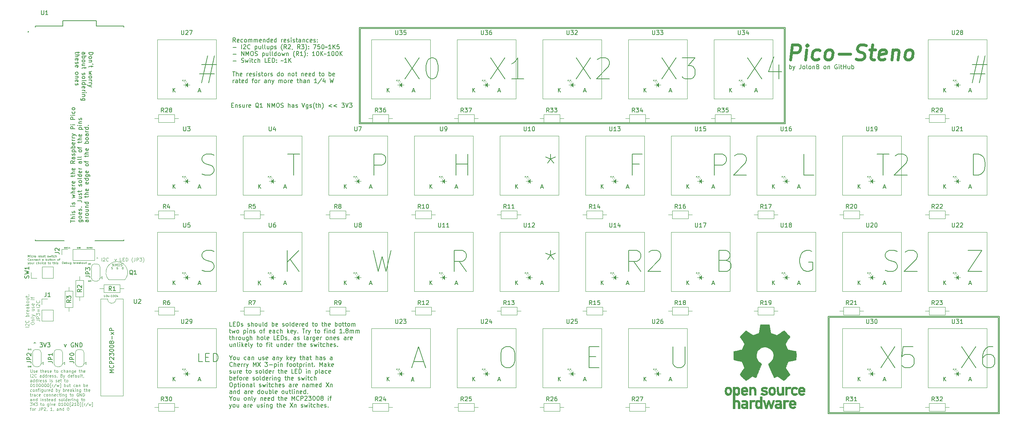
<source format=gbr>
%TF.GenerationSoftware,KiCad,Pcbnew,6.0.6-3a73a75311~116~ubuntu20.04.1*%
%TF.CreationDate,2022-07-30T23:38:08+12:00*%
%TF.ProjectId,keyboard,6b657962-6f61-4726-942e-6b696361645f,1*%
%TF.SameCoordinates,Original*%
%TF.FileFunction,Legend,Top*%
%TF.FilePolarity,Positive*%
%FSLAX46Y46*%
G04 Gerber Fmt 4.6, Leading zero omitted, Abs format (unit mm)*
G04 Created by KiCad (PCBNEW 6.0.6-3a73a75311~116~ubuntu20.04.1) date 2022-07-30 23:38:08*
%MOMM*%
%LPD*%
G01*
G04 APERTURE LIST*
%ADD10C,0.150000*%
%ADD11C,0.050000*%
%ADD12C,0.700000*%
%ADD13C,0.075000*%
%ADD14C,0.100000*%
%ADD15C,0.120000*%
%ADD16C,0.010000*%
%ADD17C,0.127000*%
%ADD18C,0.200000*%
G04 APERTURE END LIST*
D10*
X267462000Y-226314000D02*
X308102000Y-226314000D01*
X308102000Y-226314000D02*
X308102000Y-203200000D01*
X308102000Y-203200000D02*
X267462000Y-203200000D01*
X267462000Y-203200000D02*
X267462000Y-226314000D01*
X257302000Y-134620000D02*
X156210000Y-134620000D01*
X156210000Y-134620000D02*
X156210000Y-157480000D01*
X156210000Y-157480000D02*
X257302000Y-157480000D01*
X257302000Y-157480000D02*
X257302000Y-134620000D01*
X156464000Y-157226000D02*
X257048000Y-157226000D01*
X257048000Y-157226000D02*
X257048000Y-134874000D01*
X257048000Y-134874000D02*
X156464000Y-134874000D01*
X156464000Y-134874000D02*
X156464000Y-157226000D01*
X267716000Y-226060000D02*
X307848000Y-226060000D01*
X307848000Y-226060000D02*
X307848000Y-203454000D01*
X307848000Y-203454000D02*
X267716000Y-203454000D01*
X267716000Y-203454000D02*
X267716000Y-226060000D01*
D11*
X77606571Y-210909714D02*
X77792285Y-210909714D01*
X77692285Y-211024000D01*
X77735142Y-211024000D01*
X77763714Y-211038285D01*
X77778000Y-211052571D01*
X77792285Y-211081142D01*
X77792285Y-211152571D01*
X77778000Y-211181142D01*
X77763714Y-211195428D01*
X77735142Y-211209714D01*
X77649428Y-211209714D01*
X77620857Y-211195428D01*
X77606571Y-211181142D01*
X77878000Y-210909714D02*
X77978000Y-211209714D01*
X78078000Y-210909714D01*
X78149428Y-210909714D02*
X78335142Y-210909714D01*
X78235142Y-211024000D01*
X78278000Y-211024000D01*
X78306571Y-211038285D01*
X78320857Y-211052571D01*
X78335142Y-211081142D01*
X78335142Y-211152571D01*
X78320857Y-211181142D01*
X78306571Y-211195428D01*
X78278000Y-211209714D01*
X78192285Y-211209714D01*
X78163714Y-211195428D01*
X78149428Y-211181142D01*
D10*
X126891023Y-138116380D02*
X126557690Y-137640190D01*
X126319595Y-138116380D02*
X126319595Y-137116380D01*
X126700547Y-137116380D01*
X126795785Y-137164000D01*
X126843404Y-137211619D01*
X126891023Y-137306857D01*
X126891023Y-137449714D01*
X126843404Y-137544952D01*
X126795785Y-137592571D01*
X126700547Y-137640190D01*
X126319595Y-137640190D01*
X127700547Y-138068761D02*
X127605309Y-138116380D01*
X127414833Y-138116380D01*
X127319595Y-138068761D01*
X127271976Y-137973523D01*
X127271976Y-137592571D01*
X127319595Y-137497333D01*
X127414833Y-137449714D01*
X127605309Y-137449714D01*
X127700547Y-137497333D01*
X127748166Y-137592571D01*
X127748166Y-137687809D01*
X127271976Y-137783047D01*
X128605309Y-138068761D02*
X128510071Y-138116380D01*
X128319595Y-138116380D01*
X128224357Y-138068761D01*
X128176738Y-138021142D01*
X128129119Y-137925904D01*
X128129119Y-137640190D01*
X128176738Y-137544952D01*
X128224357Y-137497333D01*
X128319595Y-137449714D01*
X128510071Y-137449714D01*
X128605309Y-137497333D01*
X129176738Y-138116380D02*
X129081500Y-138068761D01*
X129033880Y-138021142D01*
X128986261Y-137925904D01*
X128986261Y-137640190D01*
X129033880Y-137544952D01*
X129081500Y-137497333D01*
X129176738Y-137449714D01*
X129319595Y-137449714D01*
X129414833Y-137497333D01*
X129462452Y-137544952D01*
X129510071Y-137640190D01*
X129510071Y-137925904D01*
X129462452Y-138021142D01*
X129414833Y-138068761D01*
X129319595Y-138116380D01*
X129176738Y-138116380D01*
X129938642Y-138116380D02*
X129938642Y-137449714D01*
X129938642Y-137544952D02*
X129986261Y-137497333D01*
X130081500Y-137449714D01*
X130224357Y-137449714D01*
X130319595Y-137497333D01*
X130367214Y-137592571D01*
X130367214Y-138116380D01*
X130367214Y-137592571D02*
X130414833Y-137497333D01*
X130510071Y-137449714D01*
X130652928Y-137449714D01*
X130748166Y-137497333D01*
X130795785Y-137592571D01*
X130795785Y-138116380D01*
X131271976Y-138116380D02*
X131271976Y-137449714D01*
X131271976Y-137544952D02*
X131319595Y-137497333D01*
X131414833Y-137449714D01*
X131557690Y-137449714D01*
X131652928Y-137497333D01*
X131700547Y-137592571D01*
X131700547Y-138116380D01*
X131700547Y-137592571D02*
X131748166Y-137497333D01*
X131843404Y-137449714D01*
X131986261Y-137449714D01*
X132081500Y-137497333D01*
X132129119Y-137592571D01*
X132129119Y-138116380D01*
X132986261Y-138068761D02*
X132891023Y-138116380D01*
X132700547Y-138116380D01*
X132605309Y-138068761D01*
X132557690Y-137973523D01*
X132557690Y-137592571D01*
X132605309Y-137497333D01*
X132700547Y-137449714D01*
X132891023Y-137449714D01*
X132986261Y-137497333D01*
X133033880Y-137592571D01*
X133033880Y-137687809D01*
X132557690Y-137783047D01*
X133462452Y-137449714D02*
X133462452Y-138116380D01*
X133462452Y-137544952D02*
X133510071Y-137497333D01*
X133605309Y-137449714D01*
X133748166Y-137449714D01*
X133843404Y-137497333D01*
X133891023Y-137592571D01*
X133891023Y-138116380D01*
X134795785Y-138116380D02*
X134795785Y-137116380D01*
X134795785Y-138068761D02*
X134700547Y-138116380D01*
X134510071Y-138116380D01*
X134414833Y-138068761D01*
X134367214Y-138021142D01*
X134319595Y-137925904D01*
X134319595Y-137640190D01*
X134367214Y-137544952D01*
X134414833Y-137497333D01*
X134510071Y-137449714D01*
X134700547Y-137449714D01*
X134795785Y-137497333D01*
X135652928Y-138068761D02*
X135557690Y-138116380D01*
X135367214Y-138116380D01*
X135271976Y-138068761D01*
X135224357Y-137973523D01*
X135224357Y-137592571D01*
X135271976Y-137497333D01*
X135367214Y-137449714D01*
X135557690Y-137449714D01*
X135652928Y-137497333D01*
X135700547Y-137592571D01*
X135700547Y-137687809D01*
X135224357Y-137783047D01*
X136557690Y-138116380D02*
X136557690Y-137116380D01*
X136557690Y-138068761D02*
X136462452Y-138116380D01*
X136271976Y-138116380D01*
X136176738Y-138068761D01*
X136129119Y-138021142D01*
X136081500Y-137925904D01*
X136081500Y-137640190D01*
X136129119Y-137544952D01*
X136176738Y-137497333D01*
X136271976Y-137449714D01*
X136462452Y-137449714D01*
X136557690Y-137497333D01*
X137795785Y-138116380D02*
X137795785Y-137449714D01*
X137795785Y-137640190D02*
X137843404Y-137544952D01*
X137891023Y-137497333D01*
X137986261Y-137449714D01*
X138081500Y-137449714D01*
X138795785Y-138068761D02*
X138700547Y-138116380D01*
X138510071Y-138116380D01*
X138414833Y-138068761D01*
X138367214Y-137973523D01*
X138367214Y-137592571D01*
X138414833Y-137497333D01*
X138510071Y-137449714D01*
X138700547Y-137449714D01*
X138795785Y-137497333D01*
X138843404Y-137592571D01*
X138843404Y-137687809D01*
X138367214Y-137783047D01*
X139224357Y-138068761D02*
X139319595Y-138116380D01*
X139510071Y-138116380D01*
X139605309Y-138068761D01*
X139652928Y-137973523D01*
X139652928Y-137925904D01*
X139605309Y-137830666D01*
X139510071Y-137783047D01*
X139367214Y-137783047D01*
X139271976Y-137735428D01*
X139224357Y-137640190D01*
X139224357Y-137592571D01*
X139271976Y-137497333D01*
X139367214Y-137449714D01*
X139510071Y-137449714D01*
X139605309Y-137497333D01*
X140081500Y-138116380D02*
X140081500Y-137449714D01*
X140081500Y-137116380D02*
X140033880Y-137164000D01*
X140081500Y-137211619D01*
X140129119Y-137164000D01*
X140081500Y-137116380D01*
X140081500Y-137211619D01*
X140510071Y-138068761D02*
X140605309Y-138116380D01*
X140795785Y-138116380D01*
X140891023Y-138068761D01*
X140938642Y-137973523D01*
X140938642Y-137925904D01*
X140891023Y-137830666D01*
X140795785Y-137783047D01*
X140652928Y-137783047D01*
X140557690Y-137735428D01*
X140510071Y-137640190D01*
X140510071Y-137592571D01*
X140557690Y-137497333D01*
X140652928Y-137449714D01*
X140795785Y-137449714D01*
X140891023Y-137497333D01*
X141224357Y-137449714D02*
X141605309Y-137449714D01*
X141367214Y-137116380D02*
X141367214Y-137973523D01*
X141414833Y-138068761D01*
X141510071Y-138116380D01*
X141605309Y-138116380D01*
X142367214Y-138116380D02*
X142367214Y-137592571D01*
X142319595Y-137497333D01*
X142224357Y-137449714D01*
X142033880Y-137449714D01*
X141938642Y-137497333D01*
X142367214Y-138068761D02*
X142271976Y-138116380D01*
X142033880Y-138116380D01*
X141938642Y-138068761D01*
X141891023Y-137973523D01*
X141891023Y-137878285D01*
X141938642Y-137783047D01*
X142033880Y-137735428D01*
X142271976Y-137735428D01*
X142367214Y-137687809D01*
X142843404Y-137449714D02*
X142843404Y-138116380D01*
X142843404Y-137544952D02*
X142891023Y-137497333D01*
X142986261Y-137449714D01*
X143129119Y-137449714D01*
X143224357Y-137497333D01*
X143271976Y-137592571D01*
X143271976Y-138116380D01*
X144176738Y-138068761D02*
X144081500Y-138116380D01*
X143891023Y-138116380D01*
X143795785Y-138068761D01*
X143748166Y-138021142D01*
X143700547Y-137925904D01*
X143700547Y-137640190D01*
X143748166Y-137544952D01*
X143795785Y-137497333D01*
X143891023Y-137449714D01*
X144081500Y-137449714D01*
X144176738Y-137497333D01*
X144986261Y-138068761D02*
X144891023Y-138116380D01*
X144700547Y-138116380D01*
X144605309Y-138068761D01*
X144557690Y-137973523D01*
X144557690Y-137592571D01*
X144605309Y-137497333D01*
X144700547Y-137449714D01*
X144891023Y-137449714D01*
X144986261Y-137497333D01*
X145033880Y-137592571D01*
X145033880Y-137687809D01*
X144557690Y-137783047D01*
X145414833Y-138068761D02*
X145510071Y-138116380D01*
X145700547Y-138116380D01*
X145795785Y-138068761D01*
X145843404Y-137973523D01*
X145843404Y-137925904D01*
X145795785Y-137830666D01*
X145700547Y-137783047D01*
X145557690Y-137783047D01*
X145462452Y-137735428D01*
X145414833Y-137640190D01*
X145414833Y-137592571D01*
X145462452Y-137497333D01*
X145557690Y-137449714D01*
X145700547Y-137449714D01*
X145795785Y-137497333D01*
X146271976Y-138021142D02*
X146319595Y-138068761D01*
X146271976Y-138116380D01*
X146224357Y-138068761D01*
X146271976Y-138021142D01*
X146271976Y-138116380D01*
X146271976Y-137497333D02*
X146319595Y-137544952D01*
X146271976Y-137592571D01*
X146224357Y-137544952D01*
X146271976Y-137497333D01*
X146271976Y-137592571D01*
X126319595Y-139345428D02*
X127081500Y-139345428D01*
X128319595Y-139726380D02*
X128319595Y-138726380D01*
X128748166Y-138821619D02*
X128795785Y-138774000D01*
X128891023Y-138726380D01*
X129129119Y-138726380D01*
X129224357Y-138774000D01*
X129271976Y-138821619D01*
X129319595Y-138916857D01*
X129319595Y-139012095D01*
X129271976Y-139154952D01*
X128700547Y-139726380D01*
X129319595Y-139726380D01*
X130319595Y-139631142D02*
X130271976Y-139678761D01*
X130129119Y-139726380D01*
X130033880Y-139726380D01*
X129891023Y-139678761D01*
X129795785Y-139583523D01*
X129748166Y-139488285D01*
X129700547Y-139297809D01*
X129700547Y-139154952D01*
X129748166Y-138964476D01*
X129795785Y-138869238D01*
X129891023Y-138774000D01*
X130033880Y-138726380D01*
X130129119Y-138726380D01*
X130271976Y-138774000D01*
X130319595Y-138821619D01*
X131510071Y-139059714D02*
X131510071Y-140059714D01*
X131510071Y-139107333D02*
X131605309Y-139059714D01*
X131795785Y-139059714D01*
X131891023Y-139107333D01*
X131938642Y-139154952D01*
X131986261Y-139250190D01*
X131986261Y-139535904D01*
X131938642Y-139631142D01*
X131891023Y-139678761D01*
X131795785Y-139726380D01*
X131605309Y-139726380D01*
X131510071Y-139678761D01*
X132843404Y-139059714D02*
X132843404Y-139726380D01*
X132414833Y-139059714D02*
X132414833Y-139583523D01*
X132462452Y-139678761D01*
X132557690Y-139726380D01*
X132700547Y-139726380D01*
X132795785Y-139678761D01*
X132843404Y-139631142D01*
X133462452Y-139726380D02*
X133367214Y-139678761D01*
X133319595Y-139583523D01*
X133319595Y-138726380D01*
X133986261Y-139726380D02*
X133891023Y-139678761D01*
X133843404Y-139583523D01*
X133843404Y-138726380D01*
X134795785Y-139059714D02*
X134795785Y-139726380D01*
X134367214Y-139059714D02*
X134367214Y-139583523D01*
X134414833Y-139678761D01*
X134510071Y-139726380D01*
X134652928Y-139726380D01*
X134748166Y-139678761D01*
X134795785Y-139631142D01*
X135271976Y-139059714D02*
X135271976Y-140059714D01*
X135271976Y-139107333D02*
X135367214Y-139059714D01*
X135557690Y-139059714D01*
X135652928Y-139107333D01*
X135700547Y-139154952D01*
X135748166Y-139250190D01*
X135748166Y-139535904D01*
X135700547Y-139631142D01*
X135652928Y-139678761D01*
X135557690Y-139726380D01*
X135367214Y-139726380D01*
X135271976Y-139678761D01*
X136129119Y-139678761D02*
X136224357Y-139726380D01*
X136414833Y-139726380D01*
X136510071Y-139678761D01*
X136557690Y-139583523D01*
X136557690Y-139535904D01*
X136510071Y-139440666D01*
X136414833Y-139393047D01*
X136271976Y-139393047D01*
X136176738Y-139345428D01*
X136129119Y-139250190D01*
X136129119Y-139202571D01*
X136176738Y-139107333D01*
X136271976Y-139059714D01*
X136414833Y-139059714D01*
X136510071Y-139107333D01*
X138033880Y-140107333D02*
X137986261Y-140059714D01*
X137891023Y-139916857D01*
X137843404Y-139821619D01*
X137795785Y-139678761D01*
X137748166Y-139440666D01*
X137748166Y-139250190D01*
X137795785Y-139012095D01*
X137843404Y-138869238D01*
X137891023Y-138774000D01*
X137986261Y-138631142D01*
X138033880Y-138583523D01*
X138986261Y-139726380D02*
X138652928Y-139250190D01*
X138414833Y-139726380D02*
X138414833Y-138726380D01*
X138795785Y-138726380D01*
X138891023Y-138774000D01*
X138938642Y-138821619D01*
X138986261Y-138916857D01*
X138986261Y-139059714D01*
X138938642Y-139154952D01*
X138891023Y-139202571D01*
X138795785Y-139250190D01*
X138414833Y-139250190D01*
X139367214Y-138821619D02*
X139414833Y-138774000D01*
X139510071Y-138726380D01*
X139748166Y-138726380D01*
X139843404Y-138774000D01*
X139891023Y-138821619D01*
X139938642Y-138916857D01*
X139938642Y-139012095D01*
X139891023Y-139154952D01*
X139319595Y-139726380D01*
X139938642Y-139726380D01*
X140414833Y-139678761D02*
X140414833Y-139726380D01*
X140367214Y-139821619D01*
X140319595Y-139869238D01*
X142176738Y-139726380D02*
X141843404Y-139250190D01*
X141605309Y-139726380D02*
X141605309Y-138726380D01*
X141986261Y-138726380D01*
X142081500Y-138774000D01*
X142129119Y-138821619D01*
X142176738Y-138916857D01*
X142176738Y-139059714D01*
X142129119Y-139154952D01*
X142081500Y-139202571D01*
X141986261Y-139250190D01*
X141605309Y-139250190D01*
X142510071Y-138726380D02*
X143129119Y-138726380D01*
X142795785Y-139107333D01*
X142938642Y-139107333D01*
X143033880Y-139154952D01*
X143081500Y-139202571D01*
X143129119Y-139297809D01*
X143129119Y-139535904D01*
X143081500Y-139631142D01*
X143033880Y-139678761D01*
X142938642Y-139726380D01*
X142652928Y-139726380D01*
X142557690Y-139678761D01*
X142510071Y-139631142D01*
X143462452Y-140107333D02*
X143510071Y-140059714D01*
X143605309Y-139916857D01*
X143652928Y-139821619D01*
X143700547Y-139678761D01*
X143748166Y-139440666D01*
X143748166Y-139250190D01*
X143700547Y-139012095D01*
X143652928Y-138869238D01*
X143605309Y-138774000D01*
X143510071Y-138631142D01*
X143462452Y-138583523D01*
X144224357Y-139631142D02*
X144271976Y-139678761D01*
X144224357Y-139726380D01*
X144176738Y-139678761D01*
X144224357Y-139631142D01*
X144224357Y-139726380D01*
X144224357Y-139107333D02*
X144271976Y-139154952D01*
X144224357Y-139202571D01*
X144176738Y-139154952D01*
X144224357Y-139107333D01*
X144224357Y-139202571D01*
X145367214Y-138726380D02*
X146033880Y-138726380D01*
X145605309Y-139726380D01*
X146891023Y-138726380D02*
X146414833Y-138726380D01*
X146367214Y-139202571D01*
X146414833Y-139154952D01*
X146510071Y-139107333D01*
X146748166Y-139107333D01*
X146843404Y-139154952D01*
X146891023Y-139202571D01*
X146938642Y-139297809D01*
X146938642Y-139535904D01*
X146891023Y-139631142D01*
X146843404Y-139678761D01*
X146748166Y-139726380D01*
X146510071Y-139726380D01*
X146414833Y-139678761D01*
X146367214Y-139631142D01*
X147557690Y-138726380D02*
X147652928Y-138726380D01*
X147748166Y-138774000D01*
X147795785Y-138821619D01*
X147843404Y-138916857D01*
X147891023Y-139107333D01*
X147891023Y-139345428D01*
X147843404Y-139535904D01*
X147795785Y-139631142D01*
X147748166Y-139678761D01*
X147652928Y-139726380D01*
X147557690Y-139726380D01*
X147462452Y-139678761D01*
X147414833Y-139631142D01*
X147367214Y-139535904D01*
X147319595Y-139345428D01*
X147319595Y-139107333D01*
X147367214Y-138916857D01*
X147414833Y-138821619D01*
X147462452Y-138774000D01*
X147557690Y-138726380D01*
X148176738Y-139345428D02*
X148224357Y-139297809D01*
X148319595Y-139250190D01*
X148510071Y-139345428D01*
X148605309Y-139297809D01*
X148652928Y-139250190D01*
X149557690Y-139726380D02*
X148986261Y-139726380D01*
X149271976Y-139726380D02*
X149271976Y-138726380D01*
X149176738Y-138869238D01*
X149081500Y-138964476D01*
X148986261Y-139012095D01*
X149986261Y-139726380D02*
X149986261Y-138726380D01*
X150557690Y-139726380D02*
X150129119Y-139154952D01*
X150557690Y-138726380D02*
X149986261Y-139297809D01*
X151462452Y-138726380D02*
X150986261Y-138726380D01*
X150938642Y-139202571D01*
X150986261Y-139154952D01*
X151081500Y-139107333D01*
X151319595Y-139107333D01*
X151414833Y-139154952D01*
X151462452Y-139202571D01*
X151510071Y-139297809D01*
X151510071Y-139535904D01*
X151462452Y-139631142D01*
X151414833Y-139678761D01*
X151319595Y-139726380D01*
X151081500Y-139726380D01*
X150986261Y-139678761D01*
X150938642Y-139631142D01*
X126319595Y-140955428D02*
X127081500Y-140955428D01*
X128319595Y-141336380D02*
X128319595Y-140336380D01*
X128891023Y-141336380D01*
X128891023Y-140336380D01*
X129367214Y-141336380D02*
X129367214Y-140336380D01*
X129700547Y-141050666D01*
X130033880Y-140336380D01*
X130033880Y-141336380D01*
X130700547Y-140336380D02*
X130891023Y-140336380D01*
X130986261Y-140384000D01*
X131081500Y-140479238D01*
X131129119Y-140669714D01*
X131129119Y-141003047D01*
X131081500Y-141193523D01*
X130986261Y-141288761D01*
X130891023Y-141336380D01*
X130700547Y-141336380D01*
X130605309Y-141288761D01*
X130510071Y-141193523D01*
X130462452Y-141003047D01*
X130462452Y-140669714D01*
X130510071Y-140479238D01*
X130605309Y-140384000D01*
X130700547Y-140336380D01*
X131510071Y-141288761D02*
X131652928Y-141336380D01*
X131891023Y-141336380D01*
X131986261Y-141288761D01*
X132033880Y-141241142D01*
X132081500Y-141145904D01*
X132081500Y-141050666D01*
X132033880Y-140955428D01*
X131986261Y-140907809D01*
X131891023Y-140860190D01*
X131700547Y-140812571D01*
X131605309Y-140764952D01*
X131557690Y-140717333D01*
X131510071Y-140622095D01*
X131510071Y-140526857D01*
X131557690Y-140431619D01*
X131605309Y-140384000D01*
X131700547Y-140336380D01*
X131938642Y-140336380D01*
X132081500Y-140384000D01*
X133271976Y-140669714D02*
X133271976Y-141669714D01*
X133271976Y-140717333D02*
X133367214Y-140669714D01*
X133557690Y-140669714D01*
X133652928Y-140717333D01*
X133700547Y-140764952D01*
X133748166Y-140860190D01*
X133748166Y-141145904D01*
X133700547Y-141241142D01*
X133652928Y-141288761D01*
X133557690Y-141336380D01*
X133367214Y-141336380D01*
X133271976Y-141288761D01*
X134605309Y-140669714D02*
X134605309Y-141336380D01*
X134176738Y-140669714D02*
X134176738Y-141193523D01*
X134224357Y-141288761D01*
X134319595Y-141336380D01*
X134462452Y-141336380D01*
X134557690Y-141288761D01*
X134605309Y-141241142D01*
X135224357Y-141336380D02*
X135129119Y-141288761D01*
X135081500Y-141193523D01*
X135081500Y-140336380D01*
X135748166Y-141336380D02*
X135652928Y-141288761D01*
X135605309Y-141193523D01*
X135605309Y-140336380D01*
X136557690Y-141336380D02*
X136557690Y-140336380D01*
X136557690Y-141288761D02*
X136462452Y-141336380D01*
X136271976Y-141336380D01*
X136176738Y-141288761D01*
X136129119Y-141241142D01*
X136081500Y-141145904D01*
X136081500Y-140860190D01*
X136129119Y-140764952D01*
X136176738Y-140717333D01*
X136271976Y-140669714D01*
X136462452Y-140669714D01*
X136557690Y-140717333D01*
X137176738Y-141336380D02*
X137081500Y-141288761D01*
X137033880Y-141241142D01*
X136986261Y-141145904D01*
X136986261Y-140860190D01*
X137033880Y-140764952D01*
X137081500Y-140717333D01*
X137176738Y-140669714D01*
X137319595Y-140669714D01*
X137414833Y-140717333D01*
X137462452Y-140764952D01*
X137510071Y-140860190D01*
X137510071Y-141145904D01*
X137462452Y-141241142D01*
X137414833Y-141288761D01*
X137319595Y-141336380D01*
X137176738Y-141336380D01*
X137843404Y-140669714D02*
X138033880Y-141336380D01*
X138224357Y-140860190D01*
X138414833Y-141336380D01*
X138605309Y-140669714D01*
X138986261Y-140669714D02*
X138986261Y-141336380D01*
X138986261Y-140764952D02*
X139033880Y-140717333D01*
X139129119Y-140669714D01*
X139271976Y-140669714D01*
X139367214Y-140717333D01*
X139414833Y-140812571D01*
X139414833Y-141336380D01*
X140938642Y-141717333D02*
X140891023Y-141669714D01*
X140795785Y-141526857D01*
X140748166Y-141431619D01*
X140700547Y-141288761D01*
X140652928Y-141050666D01*
X140652928Y-140860190D01*
X140700547Y-140622095D01*
X140748166Y-140479238D01*
X140795785Y-140384000D01*
X140891023Y-140241142D01*
X140938642Y-140193523D01*
X141891023Y-141336380D02*
X141557690Y-140860190D01*
X141319595Y-141336380D02*
X141319595Y-140336380D01*
X141700547Y-140336380D01*
X141795785Y-140384000D01*
X141843404Y-140431619D01*
X141891023Y-140526857D01*
X141891023Y-140669714D01*
X141843404Y-140764952D01*
X141795785Y-140812571D01*
X141700547Y-140860190D01*
X141319595Y-140860190D01*
X142843404Y-141336380D02*
X142271976Y-141336380D01*
X142557690Y-141336380D02*
X142557690Y-140336380D01*
X142462452Y-140479238D01*
X142367214Y-140574476D01*
X142271976Y-140622095D01*
X143176738Y-141717333D02*
X143224357Y-141669714D01*
X143319595Y-141526857D01*
X143367214Y-141431619D01*
X143414833Y-141288761D01*
X143462452Y-141050666D01*
X143462452Y-140860190D01*
X143414833Y-140622095D01*
X143367214Y-140479238D01*
X143319595Y-140384000D01*
X143224357Y-140241142D01*
X143176738Y-140193523D01*
X143938642Y-141241142D02*
X143986261Y-141288761D01*
X143938642Y-141336380D01*
X143891023Y-141288761D01*
X143938642Y-141241142D01*
X143938642Y-141336380D01*
X143938642Y-140717333D02*
X143986261Y-140764952D01*
X143938642Y-140812571D01*
X143891023Y-140764952D01*
X143938642Y-140717333D01*
X143938642Y-140812571D01*
X145700547Y-141336380D02*
X145129119Y-141336380D01*
X145414833Y-141336380D02*
X145414833Y-140336380D01*
X145319595Y-140479238D01*
X145224357Y-140574476D01*
X145129119Y-140622095D01*
X146319595Y-140336380D02*
X146414833Y-140336380D01*
X146510071Y-140384000D01*
X146557690Y-140431619D01*
X146605309Y-140526857D01*
X146652928Y-140717333D01*
X146652928Y-140955428D01*
X146605309Y-141145904D01*
X146557690Y-141241142D01*
X146510071Y-141288761D01*
X146414833Y-141336380D01*
X146319595Y-141336380D01*
X146224357Y-141288761D01*
X146176738Y-141241142D01*
X146129119Y-141145904D01*
X146081500Y-140955428D01*
X146081500Y-140717333D01*
X146129119Y-140526857D01*
X146176738Y-140431619D01*
X146224357Y-140384000D01*
X146319595Y-140336380D01*
X147081500Y-141336380D02*
X147081500Y-140336380D01*
X147652928Y-141336380D02*
X147224357Y-140764952D01*
X147652928Y-140336380D02*
X147081500Y-140907809D01*
X147938642Y-140955428D02*
X147986261Y-140907809D01*
X148081500Y-140860190D01*
X148271976Y-140955428D01*
X148367214Y-140907809D01*
X148414833Y-140860190D01*
X149319595Y-141336380D02*
X148748166Y-141336380D01*
X149033880Y-141336380D02*
X149033880Y-140336380D01*
X148938642Y-140479238D01*
X148843404Y-140574476D01*
X148748166Y-140622095D01*
X149938642Y-140336380D02*
X150033880Y-140336380D01*
X150129119Y-140384000D01*
X150176738Y-140431619D01*
X150224357Y-140526857D01*
X150271976Y-140717333D01*
X150271976Y-140955428D01*
X150224357Y-141145904D01*
X150176738Y-141241142D01*
X150129119Y-141288761D01*
X150033880Y-141336380D01*
X149938642Y-141336380D01*
X149843404Y-141288761D01*
X149795785Y-141241142D01*
X149748166Y-141145904D01*
X149700547Y-140955428D01*
X149700547Y-140717333D01*
X149748166Y-140526857D01*
X149795785Y-140431619D01*
X149843404Y-140384000D01*
X149938642Y-140336380D01*
X150891023Y-140336380D02*
X150986261Y-140336380D01*
X151081500Y-140384000D01*
X151129119Y-140431619D01*
X151176738Y-140526857D01*
X151224357Y-140717333D01*
X151224357Y-140955428D01*
X151176738Y-141145904D01*
X151129119Y-141241142D01*
X151081500Y-141288761D01*
X150986261Y-141336380D01*
X150891023Y-141336380D01*
X150795785Y-141288761D01*
X150748166Y-141241142D01*
X150700547Y-141145904D01*
X150652928Y-140955428D01*
X150652928Y-140717333D01*
X150700547Y-140526857D01*
X150748166Y-140431619D01*
X150795785Y-140384000D01*
X150891023Y-140336380D01*
X151652928Y-141336380D02*
X151652928Y-140336380D01*
X152224357Y-141336380D02*
X151795785Y-140764952D01*
X152224357Y-140336380D02*
X151652928Y-140907809D01*
X126319595Y-142565428D02*
X127081500Y-142565428D01*
X128271976Y-142898761D02*
X128414833Y-142946380D01*
X128652928Y-142946380D01*
X128748166Y-142898761D01*
X128795785Y-142851142D01*
X128843404Y-142755904D01*
X128843404Y-142660666D01*
X128795785Y-142565428D01*
X128748166Y-142517809D01*
X128652928Y-142470190D01*
X128462452Y-142422571D01*
X128367214Y-142374952D01*
X128319595Y-142327333D01*
X128271976Y-142232095D01*
X128271976Y-142136857D01*
X128319595Y-142041619D01*
X128367214Y-141994000D01*
X128462452Y-141946380D01*
X128700547Y-141946380D01*
X128843404Y-141994000D01*
X129176738Y-142279714D02*
X129367214Y-142946380D01*
X129557690Y-142470190D01*
X129748166Y-142946380D01*
X129938642Y-142279714D01*
X130319595Y-142946380D02*
X130319595Y-142279714D01*
X130319595Y-141946380D02*
X130271976Y-141994000D01*
X130319595Y-142041619D01*
X130367214Y-141994000D01*
X130319595Y-141946380D01*
X130319595Y-142041619D01*
X130652928Y-142279714D02*
X131033880Y-142279714D01*
X130795785Y-141946380D02*
X130795785Y-142803523D01*
X130843404Y-142898761D01*
X130938642Y-142946380D01*
X131033880Y-142946380D01*
X131795785Y-142898761D02*
X131700547Y-142946380D01*
X131510071Y-142946380D01*
X131414833Y-142898761D01*
X131367214Y-142851142D01*
X131319595Y-142755904D01*
X131319595Y-142470190D01*
X131367214Y-142374952D01*
X131414833Y-142327333D01*
X131510071Y-142279714D01*
X131700547Y-142279714D01*
X131795785Y-142327333D01*
X132224357Y-142946380D02*
X132224357Y-141946380D01*
X132652928Y-142946380D02*
X132652928Y-142422571D01*
X132605309Y-142327333D01*
X132510071Y-142279714D01*
X132367214Y-142279714D01*
X132271976Y-142327333D01*
X132224357Y-142374952D01*
X134367214Y-142946380D02*
X133891023Y-142946380D01*
X133891023Y-141946380D01*
X134700547Y-142422571D02*
X135033880Y-142422571D01*
X135176738Y-142946380D02*
X134700547Y-142946380D01*
X134700547Y-141946380D01*
X135176738Y-141946380D01*
X135605309Y-142946380D02*
X135605309Y-141946380D01*
X135843404Y-141946380D01*
X135986261Y-141994000D01*
X136081500Y-142089238D01*
X136129119Y-142184476D01*
X136176738Y-142374952D01*
X136176738Y-142517809D01*
X136129119Y-142708285D01*
X136081500Y-142803523D01*
X135986261Y-142898761D01*
X135843404Y-142946380D01*
X135605309Y-142946380D01*
X136605309Y-142851142D02*
X136652928Y-142898761D01*
X136605309Y-142946380D01*
X136557690Y-142898761D01*
X136605309Y-142851142D01*
X136605309Y-142946380D01*
X136605309Y-142327333D02*
X136652928Y-142374952D01*
X136605309Y-142422571D01*
X136557690Y-142374952D01*
X136605309Y-142327333D01*
X136605309Y-142422571D01*
X137700547Y-142565428D02*
X137748166Y-142517809D01*
X137843404Y-142470190D01*
X138033880Y-142565428D01*
X138129119Y-142517809D01*
X138176738Y-142470190D01*
X139081500Y-142946380D02*
X138510071Y-142946380D01*
X138795785Y-142946380D02*
X138795785Y-141946380D01*
X138700547Y-142089238D01*
X138605309Y-142184476D01*
X138510071Y-142232095D01*
X139510071Y-142946380D02*
X139510071Y-141946380D01*
X140081500Y-142946380D02*
X139652928Y-142374952D01*
X140081500Y-141946380D02*
X139510071Y-142517809D01*
X126176738Y-145166380D02*
X126748166Y-145166380D01*
X126462452Y-146166380D02*
X126462452Y-145166380D01*
X127081500Y-146166380D02*
X127081500Y-145166380D01*
X127510071Y-146166380D02*
X127510071Y-145642571D01*
X127462452Y-145547333D01*
X127367214Y-145499714D01*
X127224357Y-145499714D01*
X127129119Y-145547333D01*
X127081500Y-145594952D01*
X128367214Y-146118761D02*
X128271976Y-146166380D01*
X128081500Y-146166380D01*
X127986261Y-146118761D01*
X127938642Y-146023523D01*
X127938642Y-145642571D01*
X127986261Y-145547333D01*
X128081500Y-145499714D01*
X128271976Y-145499714D01*
X128367214Y-145547333D01*
X128414833Y-145642571D01*
X128414833Y-145737809D01*
X127938642Y-145833047D01*
X129605309Y-146166380D02*
X129605309Y-145499714D01*
X129605309Y-145690190D02*
X129652928Y-145594952D01*
X129700547Y-145547333D01*
X129795785Y-145499714D01*
X129891023Y-145499714D01*
X130605309Y-146118761D02*
X130510071Y-146166380D01*
X130319595Y-146166380D01*
X130224357Y-146118761D01*
X130176738Y-146023523D01*
X130176738Y-145642571D01*
X130224357Y-145547333D01*
X130319595Y-145499714D01*
X130510071Y-145499714D01*
X130605309Y-145547333D01*
X130652928Y-145642571D01*
X130652928Y-145737809D01*
X130176738Y-145833047D01*
X131033880Y-146118761D02*
X131129119Y-146166380D01*
X131319595Y-146166380D01*
X131414833Y-146118761D01*
X131462452Y-146023523D01*
X131462452Y-145975904D01*
X131414833Y-145880666D01*
X131319595Y-145833047D01*
X131176738Y-145833047D01*
X131081500Y-145785428D01*
X131033880Y-145690190D01*
X131033880Y-145642571D01*
X131081500Y-145547333D01*
X131176738Y-145499714D01*
X131319595Y-145499714D01*
X131414833Y-145547333D01*
X131891023Y-146166380D02*
X131891023Y-145499714D01*
X131891023Y-145166380D02*
X131843404Y-145214000D01*
X131891023Y-145261619D01*
X131938642Y-145214000D01*
X131891023Y-145166380D01*
X131891023Y-145261619D01*
X132319595Y-146118761D02*
X132414833Y-146166380D01*
X132605309Y-146166380D01*
X132700547Y-146118761D01*
X132748166Y-146023523D01*
X132748166Y-145975904D01*
X132700547Y-145880666D01*
X132605309Y-145833047D01*
X132462452Y-145833047D01*
X132367214Y-145785428D01*
X132319595Y-145690190D01*
X132319595Y-145642571D01*
X132367214Y-145547333D01*
X132462452Y-145499714D01*
X132605309Y-145499714D01*
X132700547Y-145547333D01*
X133033880Y-145499714D02*
X133414833Y-145499714D01*
X133176738Y-145166380D02*
X133176738Y-146023523D01*
X133224357Y-146118761D01*
X133319595Y-146166380D01*
X133414833Y-146166380D01*
X133891023Y-146166380D02*
X133795785Y-146118761D01*
X133748166Y-146071142D01*
X133700547Y-145975904D01*
X133700547Y-145690190D01*
X133748166Y-145594952D01*
X133795785Y-145547333D01*
X133891023Y-145499714D01*
X134033880Y-145499714D01*
X134129119Y-145547333D01*
X134176738Y-145594952D01*
X134224357Y-145690190D01*
X134224357Y-145975904D01*
X134176738Y-146071142D01*
X134129119Y-146118761D01*
X134033880Y-146166380D01*
X133891023Y-146166380D01*
X134652928Y-146166380D02*
X134652928Y-145499714D01*
X134652928Y-145690190D02*
X134700547Y-145594952D01*
X134748166Y-145547333D01*
X134843404Y-145499714D01*
X134938642Y-145499714D01*
X135224357Y-146118761D02*
X135319595Y-146166380D01*
X135510071Y-146166380D01*
X135605309Y-146118761D01*
X135652928Y-146023523D01*
X135652928Y-145975904D01*
X135605309Y-145880666D01*
X135510071Y-145833047D01*
X135367214Y-145833047D01*
X135271976Y-145785428D01*
X135224357Y-145690190D01*
X135224357Y-145642571D01*
X135271976Y-145547333D01*
X135367214Y-145499714D01*
X135510071Y-145499714D01*
X135605309Y-145547333D01*
X137271976Y-146166380D02*
X137271976Y-145166380D01*
X137271976Y-146118761D02*
X137176738Y-146166380D01*
X136986261Y-146166380D01*
X136891023Y-146118761D01*
X136843404Y-146071142D01*
X136795785Y-145975904D01*
X136795785Y-145690190D01*
X136843404Y-145594952D01*
X136891023Y-145547333D01*
X136986261Y-145499714D01*
X137176738Y-145499714D01*
X137271976Y-145547333D01*
X137891023Y-146166380D02*
X137795785Y-146118761D01*
X137748166Y-146071142D01*
X137700547Y-145975904D01*
X137700547Y-145690190D01*
X137748166Y-145594952D01*
X137795785Y-145547333D01*
X137891023Y-145499714D01*
X138033880Y-145499714D01*
X138129119Y-145547333D01*
X138176738Y-145594952D01*
X138224357Y-145690190D01*
X138224357Y-145975904D01*
X138176738Y-146071142D01*
X138129119Y-146118761D01*
X138033880Y-146166380D01*
X137891023Y-146166380D01*
X139414833Y-145499714D02*
X139414833Y-146166380D01*
X139414833Y-145594952D02*
X139462452Y-145547333D01*
X139557690Y-145499714D01*
X139700547Y-145499714D01*
X139795785Y-145547333D01*
X139843404Y-145642571D01*
X139843404Y-146166380D01*
X140462452Y-146166380D02*
X140367214Y-146118761D01*
X140319595Y-146071142D01*
X140271976Y-145975904D01*
X140271976Y-145690190D01*
X140319595Y-145594952D01*
X140367214Y-145547333D01*
X140462452Y-145499714D01*
X140605309Y-145499714D01*
X140700547Y-145547333D01*
X140748166Y-145594952D01*
X140795785Y-145690190D01*
X140795785Y-145975904D01*
X140748166Y-146071142D01*
X140700547Y-146118761D01*
X140605309Y-146166380D01*
X140462452Y-146166380D01*
X141081500Y-145499714D02*
X141462452Y-145499714D01*
X141224357Y-145166380D02*
X141224357Y-146023523D01*
X141271976Y-146118761D01*
X141367214Y-146166380D01*
X141462452Y-146166380D01*
X142557690Y-145499714D02*
X142557690Y-146166380D01*
X142557690Y-145594952D02*
X142605309Y-145547333D01*
X142700547Y-145499714D01*
X142843404Y-145499714D01*
X142938642Y-145547333D01*
X142986261Y-145642571D01*
X142986261Y-146166380D01*
X143843404Y-146118761D02*
X143748166Y-146166380D01*
X143557690Y-146166380D01*
X143462452Y-146118761D01*
X143414833Y-146023523D01*
X143414833Y-145642571D01*
X143462452Y-145547333D01*
X143557690Y-145499714D01*
X143748166Y-145499714D01*
X143843404Y-145547333D01*
X143891023Y-145642571D01*
X143891023Y-145737809D01*
X143414833Y-145833047D01*
X144700547Y-146118761D02*
X144605309Y-146166380D01*
X144414833Y-146166380D01*
X144319595Y-146118761D01*
X144271976Y-146023523D01*
X144271976Y-145642571D01*
X144319595Y-145547333D01*
X144414833Y-145499714D01*
X144605309Y-145499714D01*
X144700547Y-145547333D01*
X144748166Y-145642571D01*
X144748166Y-145737809D01*
X144271976Y-145833047D01*
X145605309Y-146166380D02*
X145605309Y-145166380D01*
X145605309Y-146118761D02*
X145510071Y-146166380D01*
X145319595Y-146166380D01*
X145224357Y-146118761D01*
X145176738Y-146071142D01*
X145129119Y-145975904D01*
X145129119Y-145690190D01*
X145176738Y-145594952D01*
X145224357Y-145547333D01*
X145319595Y-145499714D01*
X145510071Y-145499714D01*
X145605309Y-145547333D01*
X146700547Y-145499714D02*
X147081500Y-145499714D01*
X146843404Y-145166380D02*
X146843404Y-146023523D01*
X146891023Y-146118761D01*
X146986261Y-146166380D01*
X147081500Y-146166380D01*
X147557690Y-146166380D02*
X147462452Y-146118761D01*
X147414833Y-146071142D01*
X147367214Y-145975904D01*
X147367214Y-145690190D01*
X147414833Y-145594952D01*
X147462452Y-145547333D01*
X147557690Y-145499714D01*
X147700547Y-145499714D01*
X147795785Y-145547333D01*
X147843404Y-145594952D01*
X147891023Y-145690190D01*
X147891023Y-145975904D01*
X147843404Y-146071142D01*
X147795785Y-146118761D01*
X147700547Y-146166380D01*
X147557690Y-146166380D01*
X149081500Y-146166380D02*
X149081500Y-145166380D01*
X149081500Y-145547333D02*
X149176738Y-145499714D01*
X149367214Y-145499714D01*
X149462452Y-145547333D01*
X149510071Y-145594952D01*
X149557690Y-145690190D01*
X149557690Y-145975904D01*
X149510071Y-146071142D01*
X149462452Y-146118761D01*
X149367214Y-146166380D01*
X149176738Y-146166380D01*
X149081500Y-146118761D01*
X150367214Y-146118761D02*
X150271976Y-146166380D01*
X150081500Y-146166380D01*
X149986261Y-146118761D01*
X149938642Y-146023523D01*
X149938642Y-145642571D01*
X149986261Y-145547333D01*
X150081500Y-145499714D01*
X150271976Y-145499714D01*
X150367214Y-145547333D01*
X150414833Y-145642571D01*
X150414833Y-145737809D01*
X149938642Y-145833047D01*
X126319595Y-147776380D02*
X126319595Y-147109714D01*
X126319595Y-147300190D02*
X126367214Y-147204952D01*
X126414833Y-147157333D01*
X126510071Y-147109714D01*
X126605309Y-147109714D01*
X127367214Y-147776380D02*
X127367214Y-147252571D01*
X127319595Y-147157333D01*
X127224357Y-147109714D01*
X127033880Y-147109714D01*
X126938642Y-147157333D01*
X127367214Y-147728761D02*
X127271976Y-147776380D01*
X127033880Y-147776380D01*
X126938642Y-147728761D01*
X126891023Y-147633523D01*
X126891023Y-147538285D01*
X126938642Y-147443047D01*
X127033880Y-147395428D01*
X127271976Y-147395428D01*
X127367214Y-147347809D01*
X127700547Y-147109714D02*
X128081500Y-147109714D01*
X127843404Y-146776380D02*
X127843404Y-147633523D01*
X127891023Y-147728761D01*
X127986261Y-147776380D01*
X128081500Y-147776380D01*
X128795785Y-147728761D02*
X128700547Y-147776380D01*
X128510071Y-147776380D01*
X128414833Y-147728761D01*
X128367214Y-147633523D01*
X128367214Y-147252571D01*
X128414833Y-147157333D01*
X128510071Y-147109714D01*
X128700547Y-147109714D01*
X128795785Y-147157333D01*
X128843404Y-147252571D01*
X128843404Y-147347809D01*
X128367214Y-147443047D01*
X129700547Y-147776380D02*
X129700547Y-146776380D01*
X129700547Y-147728761D02*
X129605309Y-147776380D01*
X129414833Y-147776380D01*
X129319595Y-147728761D01*
X129271976Y-147681142D01*
X129224357Y-147585904D01*
X129224357Y-147300190D01*
X129271976Y-147204952D01*
X129319595Y-147157333D01*
X129414833Y-147109714D01*
X129605309Y-147109714D01*
X129700547Y-147157333D01*
X130795785Y-147109714D02*
X131176738Y-147109714D01*
X130938642Y-147776380D02*
X130938642Y-146919238D01*
X130986261Y-146824000D01*
X131081500Y-146776380D01*
X131176738Y-146776380D01*
X131652928Y-147776380D02*
X131557690Y-147728761D01*
X131510071Y-147681142D01*
X131462452Y-147585904D01*
X131462452Y-147300190D01*
X131510071Y-147204952D01*
X131557690Y-147157333D01*
X131652928Y-147109714D01*
X131795785Y-147109714D01*
X131891023Y-147157333D01*
X131938642Y-147204952D01*
X131986261Y-147300190D01*
X131986261Y-147585904D01*
X131938642Y-147681142D01*
X131891023Y-147728761D01*
X131795785Y-147776380D01*
X131652928Y-147776380D01*
X132414833Y-147776380D02*
X132414833Y-147109714D01*
X132414833Y-147300190D02*
X132462452Y-147204952D01*
X132510071Y-147157333D01*
X132605309Y-147109714D01*
X132700547Y-147109714D01*
X134224357Y-147776380D02*
X134224357Y-147252571D01*
X134176738Y-147157333D01*
X134081500Y-147109714D01*
X133891023Y-147109714D01*
X133795785Y-147157333D01*
X134224357Y-147728761D02*
X134129119Y-147776380D01*
X133891023Y-147776380D01*
X133795785Y-147728761D01*
X133748166Y-147633523D01*
X133748166Y-147538285D01*
X133795785Y-147443047D01*
X133891023Y-147395428D01*
X134129119Y-147395428D01*
X134224357Y-147347809D01*
X134700547Y-147109714D02*
X134700547Y-147776380D01*
X134700547Y-147204952D02*
X134748166Y-147157333D01*
X134843404Y-147109714D01*
X134986261Y-147109714D01*
X135081500Y-147157333D01*
X135129119Y-147252571D01*
X135129119Y-147776380D01*
X135510071Y-147109714D02*
X135748166Y-147776380D01*
X135986261Y-147109714D02*
X135748166Y-147776380D01*
X135652928Y-148014476D01*
X135605309Y-148062095D01*
X135510071Y-148109714D01*
X137129119Y-147776380D02*
X137129119Y-147109714D01*
X137129119Y-147204952D02*
X137176738Y-147157333D01*
X137271976Y-147109714D01*
X137414833Y-147109714D01*
X137510071Y-147157333D01*
X137557690Y-147252571D01*
X137557690Y-147776380D01*
X137557690Y-147252571D02*
X137605309Y-147157333D01*
X137700547Y-147109714D01*
X137843404Y-147109714D01*
X137938642Y-147157333D01*
X137986261Y-147252571D01*
X137986261Y-147776380D01*
X138605309Y-147776380D02*
X138510071Y-147728761D01*
X138462452Y-147681142D01*
X138414833Y-147585904D01*
X138414833Y-147300190D01*
X138462452Y-147204952D01*
X138510071Y-147157333D01*
X138605309Y-147109714D01*
X138748166Y-147109714D01*
X138843404Y-147157333D01*
X138891023Y-147204952D01*
X138938642Y-147300190D01*
X138938642Y-147585904D01*
X138891023Y-147681142D01*
X138843404Y-147728761D01*
X138748166Y-147776380D01*
X138605309Y-147776380D01*
X139367214Y-147776380D02*
X139367214Y-147109714D01*
X139367214Y-147300190D02*
X139414833Y-147204952D01*
X139462452Y-147157333D01*
X139557690Y-147109714D01*
X139652928Y-147109714D01*
X140367214Y-147728761D02*
X140271976Y-147776380D01*
X140081500Y-147776380D01*
X139986261Y-147728761D01*
X139938642Y-147633523D01*
X139938642Y-147252571D01*
X139986261Y-147157333D01*
X140081500Y-147109714D01*
X140271976Y-147109714D01*
X140367214Y-147157333D01*
X140414833Y-147252571D01*
X140414833Y-147347809D01*
X139938642Y-147443047D01*
X141462452Y-147109714D02*
X141843404Y-147109714D01*
X141605309Y-146776380D02*
X141605309Y-147633523D01*
X141652928Y-147728761D01*
X141748166Y-147776380D01*
X141843404Y-147776380D01*
X142176738Y-147776380D02*
X142176738Y-146776380D01*
X142605309Y-147776380D02*
X142605309Y-147252571D01*
X142557690Y-147157333D01*
X142462452Y-147109714D01*
X142319595Y-147109714D01*
X142224357Y-147157333D01*
X142176738Y-147204952D01*
X143510071Y-147776380D02*
X143510071Y-147252571D01*
X143462452Y-147157333D01*
X143367214Y-147109714D01*
X143176738Y-147109714D01*
X143081500Y-147157333D01*
X143510071Y-147728761D02*
X143414833Y-147776380D01*
X143176738Y-147776380D01*
X143081500Y-147728761D01*
X143033880Y-147633523D01*
X143033880Y-147538285D01*
X143081500Y-147443047D01*
X143176738Y-147395428D01*
X143414833Y-147395428D01*
X143510071Y-147347809D01*
X143986261Y-147109714D02*
X143986261Y-147776380D01*
X143986261Y-147204952D02*
X144033880Y-147157333D01*
X144129119Y-147109714D01*
X144271976Y-147109714D01*
X144367214Y-147157333D01*
X144414833Y-147252571D01*
X144414833Y-147776380D01*
X146176738Y-147776380D02*
X145605309Y-147776380D01*
X145891023Y-147776380D02*
X145891023Y-146776380D01*
X145795785Y-146919238D01*
X145700547Y-147014476D01*
X145605309Y-147062095D01*
X147319595Y-146728761D02*
X146462452Y-148014476D01*
X148081500Y-147109714D02*
X148081500Y-147776380D01*
X147843404Y-146728761D02*
X147605309Y-147443047D01*
X148224357Y-147443047D01*
X149271976Y-146776380D02*
X149510071Y-147776380D01*
X149700547Y-147062095D01*
X149891023Y-147776380D01*
X150129119Y-146776380D01*
X258342761Y-144470380D02*
X258342761Y-143470380D01*
X258342761Y-143851333D02*
X258438000Y-143803714D01*
X258628476Y-143803714D01*
X258723714Y-143851333D01*
X258771333Y-143898952D01*
X258818952Y-143994190D01*
X258818952Y-144279904D01*
X258771333Y-144375142D01*
X258723714Y-144422761D01*
X258628476Y-144470380D01*
X258438000Y-144470380D01*
X258342761Y-144422761D01*
X259152285Y-143803714D02*
X259390380Y-144470380D01*
X259628476Y-143803714D02*
X259390380Y-144470380D01*
X259295142Y-144708476D01*
X259247523Y-144756095D01*
X259152285Y-144803714D01*
X261057047Y-143470380D02*
X261057047Y-144184666D01*
X261009428Y-144327523D01*
X260914190Y-144422761D01*
X260771333Y-144470380D01*
X260676095Y-144470380D01*
X261676095Y-144470380D02*
X261580857Y-144422761D01*
X261533238Y-144375142D01*
X261485619Y-144279904D01*
X261485619Y-143994190D01*
X261533238Y-143898952D01*
X261580857Y-143851333D01*
X261676095Y-143803714D01*
X261818952Y-143803714D01*
X261914190Y-143851333D01*
X261961809Y-143898952D01*
X262009428Y-143994190D01*
X262009428Y-144279904D01*
X261961809Y-144375142D01*
X261914190Y-144422761D01*
X261818952Y-144470380D01*
X261676095Y-144470380D01*
X262580857Y-144470380D02*
X262485619Y-144422761D01*
X262438000Y-144327523D01*
X262438000Y-143470380D01*
X263104666Y-144470380D02*
X263009428Y-144422761D01*
X262961809Y-144375142D01*
X262914190Y-144279904D01*
X262914190Y-143994190D01*
X262961809Y-143898952D01*
X263009428Y-143851333D01*
X263104666Y-143803714D01*
X263247523Y-143803714D01*
X263342761Y-143851333D01*
X263390380Y-143898952D01*
X263438000Y-143994190D01*
X263438000Y-144279904D01*
X263390380Y-144375142D01*
X263342761Y-144422761D01*
X263247523Y-144470380D01*
X263104666Y-144470380D01*
X263866571Y-143803714D02*
X263866571Y-144470380D01*
X263866571Y-143898952D02*
X263914190Y-143851333D01*
X264009428Y-143803714D01*
X264152285Y-143803714D01*
X264247523Y-143851333D01*
X264295142Y-143946571D01*
X264295142Y-144470380D01*
X265104666Y-143946571D02*
X265247523Y-143994190D01*
X265295142Y-144041809D01*
X265342761Y-144137047D01*
X265342761Y-144279904D01*
X265295142Y-144375142D01*
X265247523Y-144422761D01*
X265152285Y-144470380D01*
X264771333Y-144470380D01*
X264771333Y-143470380D01*
X265104666Y-143470380D01*
X265199904Y-143518000D01*
X265247523Y-143565619D01*
X265295142Y-143660857D01*
X265295142Y-143756095D01*
X265247523Y-143851333D01*
X265199904Y-143898952D01*
X265104666Y-143946571D01*
X264771333Y-143946571D01*
X266676095Y-144470380D02*
X266580857Y-144422761D01*
X266533238Y-144375142D01*
X266485619Y-144279904D01*
X266485619Y-143994190D01*
X266533238Y-143898952D01*
X266580857Y-143851333D01*
X266676095Y-143803714D01*
X266818952Y-143803714D01*
X266914190Y-143851333D01*
X266961809Y-143898952D01*
X267009428Y-143994190D01*
X267009428Y-144279904D01*
X266961809Y-144375142D01*
X266914190Y-144422761D01*
X266818952Y-144470380D01*
X266676095Y-144470380D01*
X267438000Y-143803714D02*
X267438000Y-144470380D01*
X267438000Y-143898952D02*
X267485619Y-143851333D01*
X267580857Y-143803714D01*
X267723714Y-143803714D01*
X267818952Y-143851333D01*
X267866571Y-143946571D01*
X267866571Y-144470380D01*
X269628476Y-143518000D02*
X269533238Y-143470380D01*
X269390380Y-143470380D01*
X269247523Y-143518000D01*
X269152285Y-143613238D01*
X269104666Y-143708476D01*
X269057047Y-143898952D01*
X269057047Y-144041809D01*
X269104666Y-144232285D01*
X269152285Y-144327523D01*
X269247523Y-144422761D01*
X269390380Y-144470380D01*
X269485619Y-144470380D01*
X269628476Y-144422761D01*
X269676095Y-144375142D01*
X269676095Y-144041809D01*
X269485619Y-144041809D01*
X270104666Y-144470380D02*
X270104666Y-143803714D01*
X270104666Y-143470380D02*
X270057047Y-143518000D01*
X270104666Y-143565619D01*
X270152285Y-143518000D01*
X270104666Y-143470380D01*
X270104666Y-143565619D01*
X270438000Y-143803714D02*
X270818952Y-143803714D01*
X270580857Y-143470380D02*
X270580857Y-144327523D01*
X270628476Y-144422761D01*
X270723714Y-144470380D01*
X270818952Y-144470380D01*
X271152285Y-144470380D02*
X271152285Y-143470380D01*
X271152285Y-143946571D02*
X271723714Y-143946571D01*
X271723714Y-144470380D02*
X271723714Y-143470380D01*
X272628476Y-143803714D02*
X272628476Y-144470380D01*
X272199904Y-143803714D02*
X272199904Y-144327523D01*
X272247523Y-144422761D01*
X272342761Y-144470380D01*
X272485619Y-144470380D01*
X272580857Y-144422761D01*
X272628476Y-144375142D01*
X273104666Y-144470380D02*
X273104666Y-143470380D01*
X273104666Y-143851333D02*
X273199904Y-143803714D01*
X273390380Y-143803714D01*
X273485619Y-143851333D01*
X273533238Y-143898952D01*
X273580857Y-143994190D01*
X273580857Y-144279904D01*
X273533238Y-144375142D01*
X273485619Y-144422761D01*
X273390380Y-144470380D01*
X273199904Y-144470380D01*
X273104666Y-144422761D01*
X79074095Y-209605619D02*
X79264571Y-209462761D01*
X79455047Y-209605619D01*
X80455047Y-209510380D02*
X81074095Y-209510380D01*
X80740761Y-209891333D01*
X80883619Y-209891333D01*
X80978857Y-209938952D01*
X81026476Y-209986571D01*
X81074095Y-210081809D01*
X81074095Y-210319904D01*
X81026476Y-210415142D01*
X80978857Y-210462761D01*
X80883619Y-210510380D01*
X80597904Y-210510380D01*
X80502666Y-210462761D01*
X80455047Y-210415142D01*
X81359809Y-209510380D02*
X81693142Y-210510380D01*
X82026476Y-209510380D01*
X82264571Y-209510380D02*
X82883619Y-209510380D01*
X82550285Y-209891333D01*
X82693142Y-209891333D01*
X82788380Y-209938952D01*
X82836000Y-209986571D01*
X82883619Y-210081809D01*
X82883619Y-210319904D01*
X82836000Y-210415142D01*
X82788380Y-210462761D01*
X82693142Y-210510380D01*
X82407428Y-210510380D01*
X82312190Y-210462761D01*
X82264571Y-210415142D01*
X86264571Y-209843714D02*
X86502666Y-210510380D01*
X86740761Y-209843714D01*
X88407428Y-209558000D02*
X88312190Y-209510380D01*
X88169333Y-209510380D01*
X88026476Y-209558000D01*
X87931238Y-209653238D01*
X87883619Y-209748476D01*
X87836000Y-209938952D01*
X87836000Y-210081809D01*
X87883619Y-210272285D01*
X87931238Y-210367523D01*
X88026476Y-210462761D01*
X88169333Y-210510380D01*
X88264571Y-210510380D01*
X88407428Y-210462761D01*
X88455047Y-210415142D01*
X88455047Y-210081809D01*
X88264571Y-210081809D01*
X88883619Y-210510380D02*
X88883619Y-209510380D01*
X89455047Y-210510380D01*
X89455047Y-209510380D01*
X89931238Y-210510380D02*
X89931238Y-209510380D01*
X90169333Y-209510380D01*
X90312190Y-209558000D01*
X90407428Y-209653238D01*
X90455047Y-209748476D01*
X90502666Y-209938952D01*
X90502666Y-210081809D01*
X90455047Y-210272285D01*
X90407428Y-210367523D01*
X90312190Y-210462761D01*
X90169333Y-210510380D01*
X89931238Y-210510380D01*
D11*
X91566285Y-187065428D02*
X91609142Y-187079714D01*
X91680571Y-187079714D01*
X91709142Y-187065428D01*
X91723428Y-187051142D01*
X91737714Y-187022571D01*
X91737714Y-186994000D01*
X91723428Y-186965428D01*
X91709142Y-186951142D01*
X91680571Y-186936857D01*
X91623428Y-186922571D01*
X91594857Y-186908285D01*
X91580571Y-186894000D01*
X91566285Y-186865428D01*
X91566285Y-186836857D01*
X91580571Y-186808285D01*
X91594857Y-186794000D01*
X91623428Y-186779714D01*
X91694857Y-186779714D01*
X91737714Y-186794000D01*
X91837714Y-186779714D02*
X91909142Y-187079714D01*
X91966285Y-186865428D01*
X92023428Y-187079714D01*
X92094857Y-186779714D01*
X92209142Y-187079714D02*
X92209142Y-186779714D01*
X92280571Y-186779714D01*
X92323428Y-186794000D01*
X92352000Y-186822571D01*
X92366285Y-186851142D01*
X92380571Y-186908285D01*
X92380571Y-186951142D01*
X92366285Y-187008285D01*
X92352000Y-187036857D01*
X92323428Y-187065428D01*
X92280571Y-187079714D01*
X92209142Y-187079714D01*
X92509142Y-187079714D02*
X92509142Y-186779714D01*
X92709142Y-186779714D02*
X92766285Y-186779714D01*
X92794857Y-186794000D01*
X92823428Y-186822571D01*
X92837714Y-186879714D01*
X92837714Y-186979714D01*
X92823428Y-187036857D01*
X92794857Y-187065428D01*
X92766285Y-187079714D01*
X92709142Y-187079714D01*
X92680571Y-187065428D01*
X92652000Y-187036857D01*
X92637714Y-186979714D01*
X92637714Y-186879714D01*
X92652000Y-186822571D01*
X92680571Y-186794000D01*
X92709142Y-186779714D01*
X98936952Y-191520000D02*
X98889333Y-191496190D01*
X98817904Y-191496190D01*
X98746476Y-191520000D01*
X98698857Y-191567619D01*
X98675047Y-191615238D01*
X98651238Y-191710476D01*
X98651238Y-191781904D01*
X98675047Y-191877142D01*
X98698857Y-191924761D01*
X98746476Y-191972380D01*
X98817904Y-191996190D01*
X98865523Y-191996190D01*
X98936952Y-191972380D01*
X98960761Y-191948571D01*
X98960761Y-191781904D01*
X98865523Y-191781904D01*
X97393142Y-191972380D02*
X97464571Y-191996190D01*
X97583619Y-191996190D01*
X97631238Y-191972380D01*
X97655047Y-191948571D01*
X97678857Y-191900952D01*
X97678857Y-191853333D01*
X97655047Y-191805714D01*
X97631238Y-191781904D01*
X97583619Y-191758095D01*
X97488380Y-191734285D01*
X97440761Y-191710476D01*
X97416952Y-191686666D01*
X97393142Y-191639047D01*
X97393142Y-191591428D01*
X97416952Y-191543809D01*
X97440761Y-191520000D01*
X97488380Y-191496190D01*
X97607428Y-191496190D01*
X97678857Y-191520000D01*
X77749428Y-214988000D02*
X77720857Y-214973714D01*
X77678000Y-214973714D01*
X77635142Y-214988000D01*
X77606571Y-215016571D01*
X77592285Y-215045142D01*
X77578000Y-215102285D01*
X77578000Y-215145142D01*
X77592285Y-215202285D01*
X77606571Y-215230857D01*
X77635142Y-215259428D01*
X77678000Y-215273714D01*
X77706571Y-215273714D01*
X77749428Y-215259428D01*
X77763714Y-215245142D01*
X77763714Y-215145142D01*
X77706571Y-215145142D01*
X77892285Y-215273714D02*
X77892285Y-214973714D01*
X78063714Y-215273714D01*
X78063714Y-214973714D01*
X78206571Y-215273714D02*
X78206571Y-214973714D01*
X78278000Y-214973714D01*
X78320857Y-214988000D01*
X78349428Y-215016571D01*
X78363714Y-215045142D01*
X78378000Y-215102285D01*
X78378000Y-215145142D01*
X78363714Y-215202285D01*
X78349428Y-215230857D01*
X78320857Y-215259428D01*
X78278000Y-215273714D01*
X78206571Y-215273714D01*
D12*
X258639312Y-142299333D02*
X259076812Y-138799333D01*
X260410145Y-138799333D01*
X260722645Y-138966000D01*
X260868479Y-139132666D01*
X260993479Y-139466000D01*
X260930979Y-139966000D01*
X260722645Y-140299333D01*
X260535145Y-140466000D01*
X260180979Y-140632666D01*
X258847645Y-140632666D01*
X262139312Y-142299333D02*
X262430979Y-139966000D01*
X262576812Y-138799333D02*
X262389312Y-138966000D01*
X262535145Y-139132666D01*
X262722645Y-138966000D01*
X262576812Y-138799333D01*
X262535145Y-139132666D01*
X265326812Y-142132666D02*
X264972645Y-142299333D01*
X264305979Y-142299333D01*
X263993479Y-142132666D01*
X263847645Y-141966000D01*
X263722645Y-141632666D01*
X263847645Y-140632666D01*
X264055979Y-140299333D01*
X264243479Y-140132666D01*
X264597645Y-139966000D01*
X265264312Y-139966000D01*
X265576812Y-140132666D01*
X267305979Y-142299333D02*
X266993479Y-142132666D01*
X266847645Y-141966000D01*
X266722645Y-141632666D01*
X266847645Y-140632666D01*
X267055979Y-140299333D01*
X267243479Y-140132666D01*
X267597645Y-139966000D01*
X268097645Y-139966000D01*
X268410145Y-140132666D01*
X268555979Y-140299333D01*
X268680979Y-140632666D01*
X268555979Y-141632666D01*
X268347645Y-141966000D01*
X268160145Y-142132666D01*
X267805979Y-142299333D01*
X267305979Y-142299333D01*
X270139312Y-140966000D02*
X272805979Y-140966000D01*
X274160145Y-142132666D02*
X274639312Y-142299333D01*
X275472645Y-142299333D01*
X275826812Y-142132666D01*
X276014312Y-141966000D01*
X276222645Y-141632666D01*
X276264312Y-141299333D01*
X276139312Y-140966000D01*
X275993479Y-140799333D01*
X275680979Y-140632666D01*
X275035145Y-140466000D01*
X274722645Y-140299333D01*
X274576812Y-140132666D01*
X274451812Y-139799333D01*
X274493479Y-139466000D01*
X274701812Y-139132666D01*
X274889312Y-138966000D01*
X275243479Y-138799333D01*
X276076812Y-138799333D01*
X276555979Y-138966000D01*
X277430979Y-139966000D02*
X278764312Y-139966000D01*
X278076812Y-138799333D02*
X277701812Y-141799333D01*
X277826812Y-142132666D01*
X278139312Y-142299333D01*
X278472645Y-142299333D01*
X280993479Y-142132666D02*
X280639312Y-142299333D01*
X279972645Y-142299333D01*
X279660145Y-142132666D01*
X279535145Y-141799333D01*
X279701812Y-140466000D01*
X279910145Y-140132666D01*
X280264312Y-139966000D01*
X280930979Y-139966000D01*
X281243479Y-140132666D01*
X281368479Y-140466000D01*
X281326812Y-140799333D01*
X279618479Y-141132666D01*
X282930979Y-139966000D02*
X282639312Y-142299333D01*
X282889312Y-140299333D02*
X283076812Y-140132666D01*
X283430979Y-139966000D01*
X283930979Y-139966000D01*
X284243479Y-140132666D01*
X284368479Y-140466000D01*
X284139312Y-142299333D01*
X286305979Y-142299333D02*
X285993479Y-142132666D01*
X285847645Y-141966000D01*
X285722645Y-141632666D01*
X285847645Y-140632666D01*
X286055979Y-140299333D01*
X286243479Y-140132666D01*
X286597645Y-139966000D01*
X287097645Y-139966000D01*
X287410145Y-140132666D01*
X287555979Y-140299333D01*
X287680979Y-140632666D01*
X287555979Y-141632666D01*
X287347645Y-141966000D01*
X287160145Y-142132666D01*
X286805979Y-142299333D01*
X286305979Y-142299333D01*
D11*
X95889142Y-198600190D02*
X95603428Y-198600190D01*
X95746285Y-198600190D02*
X95746285Y-198100190D01*
X95698666Y-198171619D01*
X95651047Y-198219238D01*
X95603428Y-198243047D01*
X96198666Y-198100190D02*
X96246285Y-198100190D01*
X96293904Y-198124000D01*
X96317714Y-198147809D01*
X96341523Y-198195428D01*
X96365333Y-198290666D01*
X96365333Y-198409714D01*
X96341523Y-198504952D01*
X96317714Y-198552571D01*
X96293904Y-198576380D01*
X96246285Y-198600190D01*
X96198666Y-198600190D01*
X96151047Y-198576380D01*
X96127238Y-198552571D01*
X96103428Y-198504952D01*
X96079619Y-198409714D01*
X96079619Y-198290666D01*
X96103428Y-198195428D01*
X96127238Y-198147809D01*
X96151047Y-198124000D01*
X96198666Y-198100190D01*
X96579619Y-198600190D02*
X96579619Y-198100190D01*
X96627238Y-198409714D02*
X96770095Y-198600190D01*
X96770095Y-198266857D02*
X96579619Y-198457333D01*
X96912952Y-198409714D02*
X96936761Y-198385904D01*
X96984380Y-198362095D01*
X97079619Y-198409714D01*
X97127238Y-198385904D01*
X97151047Y-198362095D01*
X97603428Y-198600190D02*
X97317714Y-198600190D01*
X97460571Y-198600190D02*
X97460571Y-198100190D01*
X97412952Y-198171619D01*
X97365333Y-198219238D01*
X97317714Y-198243047D01*
X97912952Y-198100190D02*
X97960571Y-198100190D01*
X98008190Y-198124000D01*
X98032000Y-198147809D01*
X98055809Y-198195428D01*
X98079619Y-198290666D01*
X98079619Y-198409714D01*
X98055809Y-198504952D01*
X98032000Y-198552571D01*
X98008190Y-198576380D01*
X97960571Y-198600190D01*
X97912952Y-198600190D01*
X97865333Y-198576380D01*
X97841523Y-198552571D01*
X97817714Y-198504952D01*
X97793904Y-198409714D01*
X97793904Y-198290666D01*
X97817714Y-198195428D01*
X97841523Y-198147809D01*
X97865333Y-198124000D01*
X97912952Y-198100190D01*
X98389142Y-198100190D02*
X98436761Y-198100190D01*
X98484380Y-198124000D01*
X98508190Y-198147809D01*
X98532000Y-198195428D01*
X98555809Y-198290666D01*
X98555809Y-198409714D01*
X98532000Y-198504952D01*
X98508190Y-198552571D01*
X98484380Y-198576380D01*
X98436761Y-198600190D01*
X98389142Y-198600190D01*
X98341523Y-198576380D01*
X98317714Y-198552571D01*
X98293904Y-198504952D01*
X98270095Y-198409714D01*
X98270095Y-198290666D01*
X98293904Y-198195428D01*
X98317714Y-198147809D01*
X98341523Y-198124000D01*
X98389142Y-198100190D01*
X98770095Y-198600190D02*
X98770095Y-198100190D01*
X98817714Y-198409714D02*
X98960571Y-198600190D01*
X98960571Y-198266857D02*
X98770095Y-198457333D01*
X97691714Y-191279428D02*
X97691714Y-190679428D01*
X98034571Y-191279428D01*
X98034571Y-190679428D01*
X98320285Y-191279428D02*
X98320285Y-190679428D01*
X98520285Y-191108000D01*
X98720285Y-190679428D01*
X98720285Y-191279428D01*
X99120285Y-190679428D02*
X99234571Y-190679428D01*
X99291714Y-190708000D01*
X99348857Y-190765142D01*
X99377428Y-190879428D01*
X99377428Y-191079428D01*
X99348857Y-191193714D01*
X99291714Y-191250857D01*
X99234571Y-191279428D01*
X99120285Y-191279428D01*
X99063142Y-191250857D01*
X99006000Y-191193714D01*
X98977428Y-191079428D01*
X98977428Y-190879428D01*
X99006000Y-190765142D01*
X99063142Y-190708000D01*
X99120285Y-190679428D01*
X99606000Y-191250857D02*
X99691714Y-191279428D01*
X99834571Y-191279428D01*
X99891714Y-191250857D01*
X99920285Y-191222285D01*
X99948857Y-191165142D01*
X99948857Y-191108000D01*
X99920285Y-191050857D01*
X99891714Y-191022285D01*
X99834571Y-190993714D01*
X99720285Y-190965142D01*
X99663142Y-190936571D01*
X99634571Y-190908000D01*
X99606000Y-190850857D01*
X99606000Y-190793714D01*
X99634571Y-190736571D01*
X99663142Y-190708000D01*
X99720285Y-190679428D01*
X99863142Y-190679428D01*
X99948857Y-190708000D01*
D10*
X125748071Y-213035190D02*
X125748071Y-213511380D01*
X125414738Y-212511380D02*
X125748071Y-213035190D01*
X126081404Y-212511380D01*
X126557595Y-213511380D02*
X126462357Y-213463761D01*
X126414738Y-213416142D01*
X126367119Y-213320904D01*
X126367119Y-213035190D01*
X126414738Y-212939952D01*
X126462357Y-212892333D01*
X126557595Y-212844714D01*
X126700452Y-212844714D01*
X126795690Y-212892333D01*
X126843309Y-212939952D01*
X126890928Y-213035190D01*
X126890928Y-213320904D01*
X126843309Y-213416142D01*
X126795690Y-213463761D01*
X126700452Y-213511380D01*
X126557595Y-213511380D01*
X127748071Y-212844714D02*
X127748071Y-213511380D01*
X127319500Y-212844714D02*
X127319500Y-213368523D01*
X127367119Y-213463761D01*
X127462357Y-213511380D01*
X127605214Y-213511380D01*
X127700452Y-213463761D01*
X127748071Y-213416142D01*
X129414738Y-213463761D02*
X129319500Y-213511380D01*
X129129023Y-213511380D01*
X129033785Y-213463761D01*
X128986166Y-213416142D01*
X128938547Y-213320904D01*
X128938547Y-213035190D01*
X128986166Y-212939952D01*
X129033785Y-212892333D01*
X129129023Y-212844714D01*
X129319500Y-212844714D01*
X129414738Y-212892333D01*
X130271880Y-213511380D02*
X130271880Y-212987571D01*
X130224261Y-212892333D01*
X130129023Y-212844714D01*
X129938547Y-212844714D01*
X129843309Y-212892333D01*
X130271880Y-213463761D02*
X130176642Y-213511380D01*
X129938547Y-213511380D01*
X129843309Y-213463761D01*
X129795690Y-213368523D01*
X129795690Y-213273285D01*
X129843309Y-213178047D01*
X129938547Y-213130428D01*
X130176642Y-213130428D01*
X130271880Y-213082809D01*
X130748071Y-212844714D02*
X130748071Y-213511380D01*
X130748071Y-212939952D02*
X130795690Y-212892333D01*
X130890928Y-212844714D01*
X131033785Y-212844714D01*
X131129023Y-212892333D01*
X131176642Y-212987571D01*
X131176642Y-213511380D01*
X132843309Y-212844714D02*
X132843309Y-213511380D01*
X132414738Y-212844714D02*
X132414738Y-213368523D01*
X132462357Y-213463761D01*
X132557595Y-213511380D01*
X132700452Y-213511380D01*
X132795690Y-213463761D01*
X132843309Y-213416142D01*
X133271880Y-213463761D02*
X133367119Y-213511380D01*
X133557595Y-213511380D01*
X133652833Y-213463761D01*
X133700452Y-213368523D01*
X133700452Y-213320904D01*
X133652833Y-213225666D01*
X133557595Y-213178047D01*
X133414738Y-213178047D01*
X133319500Y-213130428D01*
X133271880Y-213035190D01*
X133271880Y-212987571D01*
X133319500Y-212892333D01*
X133414738Y-212844714D01*
X133557595Y-212844714D01*
X133652833Y-212892333D01*
X134509976Y-213463761D02*
X134414738Y-213511380D01*
X134224261Y-213511380D01*
X134129023Y-213463761D01*
X134081404Y-213368523D01*
X134081404Y-212987571D01*
X134129023Y-212892333D01*
X134224261Y-212844714D01*
X134414738Y-212844714D01*
X134509976Y-212892333D01*
X134557595Y-212987571D01*
X134557595Y-213082809D01*
X134081404Y-213178047D01*
X136176642Y-213511380D02*
X136176642Y-212987571D01*
X136129023Y-212892333D01*
X136033785Y-212844714D01*
X135843309Y-212844714D01*
X135748071Y-212892333D01*
X136176642Y-213463761D02*
X136081404Y-213511380D01*
X135843309Y-213511380D01*
X135748071Y-213463761D01*
X135700452Y-213368523D01*
X135700452Y-213273285D01*
X135748071Y-213178047D01*
X135843309Y-213130428D01*
X136081404Y-213130428D01*
X136176642Y-213082809D01*
X136652833Y-212844714D02*
X136652833Y-213511380D01*
X136652833Y-212939952D02*
X136700452Y-212892333D01*
X136795690Y-212844714D01*
X136938547Y-212844714D01*
X137033785Y-212892333D01*
X137081404Y-212987571D01*
X137081404Y-213511380D01*
X137462357Y-212844714D02*
X137700452Y-213511380D01*
X137938547Y-212844714D02*
X137700452Y-213511380D01*
X137605214Y-213749476D01*
X137557595Y-213797095D01*
X137462357Y-213844714D01*
X139081404Y-213511380D02*
X139081404Y-212511380D01*
X139176642Y-213130428D02*
X139462357Y-213511380D01*
X139462357Y-212844714D02*
X139081404Y-213225666D01*
X140271880Y-213463761D02*
X140176642Y-213511380D01*
X139986166Y-213511380D01*
X139890928Y-213463761D01*
X139843309Y-213368523D01*
X139843309Y-212987571D01*
X139890928Y-212892333D01*
X139986166Y-212844714D01*
X140176642Y-212844714D01*
X140271880Y-212892333D01*
X140319500Y-212987571D01*
X140319500Y-213082809D01*
X139843309Y-213178047D01*
X140652833Y-212844714D02*
X140890928Y-213511380D01*
X141129023Y-212844714D02*
X140890928Y-213511380D01*
X140795690Y-213749476D01*
X140748071Y-213797095D01*
X140652833Y-213844714D01*
X142129023Y-212844714D02*
X142509976Y-212844714D01*
X142271880Y-212511380D02*
X142271880Y-213368523D01*
X142319500Y-213463761D01*
X142414738Y-213511380D01*
X142509976Y-213511380D01*
X142843309Y-213511380D02*
X142843309Y-212511380D01*
X143271880Y-213511380D02*
X143271880Y-212987571D01*
X143224261Y-212892333D01*
X143129023Y-212844714D01*
X142986166Y-212844714D01*
X142890928Y-212892333D01*
X142843309Y-212939952D01*
X144176642Y-213511380D02*
X144176642Y-212987571D01*
X144129023Y-212892333D01*
X144033785Y-212844714D01*
X143843309Y-212844714D01*
X143748071Y-212892333D01*
X144176642Y-213463761D02*
X144081404Y-213511380D01*
X143843309Y-213511380D01*
X143748071Y-213463761D01*
X143700452Y-213368523D01*
X143700452Y-213273285D01*
X143748071Y-213178047D01*
X143843309Y-213130428D01*
X144081404Y-213130428D01*
X144176642Y-213082809D01*
X144509976Y-212844714D02*
X144890928Y-212844714D01*
X144652833Y-212511380D02*
X144652833Y-213368523D01*
X144700452Y-213463761D01*
X144795690Y-213511380D01*
X144890928Y-213511380D01*
X145986166Y-213511380D02*
X145986166Y-212511380D01*
X146414738Y-213511380D02*
X146414738Y-212987571D01*
X146367119Y-212892333D01*
X146271880Y-212844714D01*
X146129023Y-212844714D01*
X146033785Y-212892333D01*
X145986166Y-212939952D01*
X147319500Y-213511380D02*
X147319500Y-212987571D01*
X147271880Y-212892333D01*
X147176642Y-212844714D01*
X146986166Y-212844714D01*
X146890928Y-212892333D01*
X147319500Y-213463761D02*
X147224261Y-213511380D01*
X146986166Y-213511380D01*
X146890928Y-213463761D01*
X146843309Y-213368523D01*
X146843309Y-213273285D01*
X146890928Y-213178047D01*
X146986166Y-213130428D01*
X147224261Y-213130428D01*
X147319500Y-213082809D01*
X147748071Y-213463761D02*
X147843309Y-213511380D01*
X148033785Y-213511380D01*
X148129023Y-213463761D01*
X148176642Y-213368523D01*
X148176642Y-213320904D01*
X148129023Y-213225666D01*
X148033785Y-213178047D01*
X147890928Y-213178047D01*
X147795690Y-213130428D01*
X147748071Y-213035190D01*
X147748071Y-212987571D01*
X147795690Y-212892333D01*
X147890928Y-212844714D01*
X148033785Y-212844714D01*
X148129023Y-212892333D01*
X149795690Y-213511380D02*
X149795690Y-212987571D01*
X149748071Y-212892333D01*
X149652833Y-212844714D01*
X149462357Y-212844714D01*
X149367119Y-212892333D01*
X149795690Y-213463761D02*
X149700452Y-213511380D01*
X149462357Y-213511380D01*
X149367119Y-213463761D01*
X149319500Y-213368523D01*
X149319500Y-213273285D01*
X149367119Y-213178047D01*
X149462357Y-213130428D01*
X149700452Y-213130428D01*
X149795690Y-213082809D01*
X126129023Y-215026142D02*
X126081404Y-215073761D01*
X125938547Y-215121380D01*
X125843309Y-215121380D01*
X125700452Y-215073761D01*
X125605214Y-214978523D01*
X125557595Y-214883285D01*
X125509976Y-214692809D01*
X125509976Y-214549952D01*
X125557595Y-214359476D01*
X125605214Y-214264238D01*
X125700452Y-214169000D01*
X125843309Y-214121380D01*
X125938547Y-214121380D01*
X126081404Y-214169000D01*
X126129023Y-214216619D01*
X126557595Y-215121380D02*
X126557595Y-214121380D01*
X126986166Y-215121380D02*
X126986166Y-214597571D01*
X126938547Y-214502333D01*
X126843309Y-214454714D01*
X126700452Y-214454714D01*
X126605214Y-214502333D01*
X126557595Y-214549952D01*
X127843309Y-215073761D02*
X127748071Y-215121380D01*
X127557595Y-215121380D01*
X127462357Y-215073761D01*
X127414738Y-214978523D01*
X127414738Y-214597571D01*
X127462357Y-214502333D01*
X127557595Y-214454714D01*
X127748071Y-214454714D01*
X127843309Y-214502333D01*
X127890928Y-214597571D01*
X127890928Y-214692809D01*
X127414738Y-214788047D01*
X128319500Y-215121380D02*
X128319500Y-214454714D01*
X128319500Y-214645190D02*
X128367119Y-214549952D01*
X128414738Y-214502333D01*
X128509976Y-214454714D01*
X128605214Y-214454714D01*
X128938547Y-215121380D02*
X128938547Y-214454714D01*
X128938547Y-214645190D02*
X128986166Y-214549952D01*
X129033785Y-214502333D01*
X129129023Y-214454714D01*
X129224261Y-214454714D01*
X129462357Y-214454714D02*
X129700452Y-215121380D01*
X129938547Y-214454714D02*
X129700452Y-215121380D01*
X129605214Y-215359476D01*
X129557595Y-215407095D01*
X129462357Y-215454714D01*
X131081404Y-215121380D02*
X131081404Y-214121380D01*
X131414738Y-214835666D01*
X131748071Y-214121380D01*
X131748071Y-215121380D01*
X132129023Y-214121380D02*
X132795690Y-215121380D01*
X132795690Y-214121380D02*
X132129023Y-215121380D01*
X133843309Y-214121380D02*
X134462357Y-214121380D01*
X134129023Y-214502333D01*
X134271880Y-214502333D01*
X134367119Y-214549952D01*
X134414738Y-214597571D01*
X134462357Y-214692809D01*
X134462357Y-214930904D01*
X134414738Y-215026142D01*
X134367119Y-215073761D01*
X134271880Y-215121380D01*
X133986166Y-215121380D01*
X133890928Y-215073761D01*
X133843309Y-215026142D01*
X134890928Y-214740428D02*
X135652833Y-214740428D01*
X136129023Y-214454714D02*
X136129023Y-215454714D01*
X136129023Y-214502333D02*
X136224261Y-214454714D01*
X136414738Y-214454714D01*
X136509976Y-214502333D01*
X136557595Y-214549952D01*
X136605214Y-214645190D01*
X136605214Y-214930904D01*
X136557595Y-215026142D01*
X136509976Y-215073761D01*
X136414738Y-215121380D01*
X136224261Y-215121380D01*
X136129023Y-215073761D01*
X137033785Y-215121380D02*
X137033785Y-214454714D01*
X137033785Y-214121380D02*
X136986166Y-214169000D01*
X137033785Y-214216619D01*
X137081404Y-214169000D01*
X137033785Y-214121380D01*
X137033785Y-214216619D01*
X137509976Y-214454714D02*
X137509976Y-215121380D01*
X137509976Y-214549952D02*
X137557595Y-214502333D01*
X137652833Y-214454714D01*
X137795690Y-214454714D01*
X137890928Y-214502333D01*
X137938547Y-214597571D01*
X137938547Y-215121380D01*
X139033785Y-214454714D02*
X139414738Y-214454714D01*
X139176642Y-215121380D02*
X139176642Y-214264238D01*
X139224261Y-214169000D01*
X139319500Y-214121380D01*
X139414738Y-214121380D01*
X139890928Y-215121380D02*
X139795690Y-215073761D01*
X139748071Y-215026142D01*
X139700452Y-214930904D01*
X139700452Y-214645190D01*
X139748071Y-214549952D01*
X139795690Y-214502333D01*
X139890928Y-214454714D01*
X140033785Y-214454714D01*
X140129023Y-214502333D01*
X140176642Y-214549952D01*
X140224261Y-214645190D01*
X140224261Y-214930904D01*
X140176642Y-215026142D01*
X140129023Y-215073761D01*
X140033785Y-215121380D01*
X139890928Y-215121380D01*
X140795690Y-215121380D02*
X140700452Y-215073761D01*
X140652833Y-215026142D01*
X140605214Y-214930904D01*
X140605214Y-214645190D01*
X140652833Y-214549952D01*
X140700452Y-214502333D01*
X140795690Y-214454714D01*
X140938547Y-214454714D01*
X141033785Y-214502333D01*
X141081404Y-214549952D01*
X141129023Y-214645190D01*
X141129023Y-214930904D01*
X141081404Y-215026142D01*
X141033785Y-215073761D01*
X140938547Y-215121380D01*
X140795690Y-215121380D01*
X141414738Y-214454714D02*
X141795690Y-214454714D01*
X141557595Y-214121380D02*
X141557595Y-214978523D01*
X141605214Y-215073761D01*
X141700452Y-215121380D01*
X141795690Y-215121380D01*
X142129023Y-214454714D02*
X142129023Y-215454714D01*
X142129023Y-214502333D02*
X142224261Y-214454714D01*
X142414738Y-214454714D01*
X142509976Y-214502333D01*
X142557595Y-214549952D01*
X142605214Y-214645190D01*
X142605214Y-214930904D01*
X142557595Y-215026142D01*
X142509976Y-215073761D01*
X142414738Y-215121380D01*
X142224261Y-215121380D01*
X142129023Y-215073761D01*
X143033785Y-215121380D02*
X143033785Y-214454714D01*
X143033785Y-214645190D02*
X143081404Y-214549952D01*
X143129023Y-214502333D01*
X143224261Y-214454714D01*
X143319500Y-214454714D01*
X143652833Y-215121380D02*
X143652833Y-214454714D01*
X143652833Y-214121380D02*
X143605214Y-214169000D01*
X143652833Y-214216619D01*
X143700452Y-214169000D01*
X143652833Y-214121380D01*
X143652833Y-214216619D01*
X144129023Y-214454714D02*
X144129023Y-215121380D01*
X144129023Y-214549952D02*
X144176642Y-214502333D01*
X144271880Y-214454714D01*
X144414738Y-214454714D01*
X144509976Y-214502333D01*
X144557595Y-214597571D01*
X144557595Y-215121380D01*
X144890928Y-214454714D02*
X145271880Y-214454714D01*
X145033785Y-214121380D02*
X145033785Y-214978523D01*
X145081404Y-215073761D01*
X145176642Y-215121380D01*
X145271880Y-215121380D01*
X145605214Y-215026142D02*
X145652833Y-215073761D01*
X145605214Y-215121380D01*
X145557595Y-215073761D01*
X145605214Y-215026142D01*
X145605214Y-215121380D01*
X146843309Y-215121380D02*
X146843309Y-214121380D01*
X147176642Y-214835666D01*
X147509976Y-214121380D01*
X147509976Y-215121380D01*
X148414738Y-215121380D02*
X148414738Y-214597571D01*
X148367119Y-214502333D01*
X148271880Y-214454714D01*
X148081404Y-214454714D01*
X147986166Y-214502333D01*
X148414738Y-215073761D02*
X148319500Y-215121380D01*
X148081404Y-215121380D01*
X147986166Y-215073761D01*
X147938547Y-214978523D01*
X147938547Y-214883285D01*
X147986166Y-214788047D01*
X148081404Y-214740428D01*
X148319500Y-214740428D01*
X148414738Y-214692809D01*
X148890928Y-215121380D02*
X148890928Y-214121380D01*
X148986166Y-214740428D02*
X149271880Y-215121380D01*
X149271880Y-214454714D02*
X148890928Y-214835666D01*
X150081404Y-215073761D02*
X149986166Y-215121380D01*
X149795690Y-215121380D01*
X149700452Y-215073761D01*
X149652833Y-214978523D01*
X149652833Y-214597571D01*
X149700452Y-214502333D01*
X149795690Y-214454714D01*
X149986166Y-214454714D01*
X150081404Y-214502333D01*
X150129023Y-214597571D01*
X150129023Y-214692809D01*
X149652833Y-214788047D01*
X125509976Y-216683761D02*
X125605214Y-216731380D01*
X125795690Y-216731380D01*
X125890928Y-216683761D01*
X125938547Y-216588523D01*
X125938547Y-216540904D01*
X125890928Y-216445666D01*
X125795690Y-216398047D01*
X125652833Y-216398047D01*
X125557595Y-216350428D01*
X125509976Y-216255190D01*
X125509976Y-216207571D01*
X125557595Y-216112333D01*
X125652833Y-216064714D01*
X125795690Y-216064714D01*
X125890928Y-216112333D01*
X126795690Y-216064714D02*
X126795690Y-216731380D01*
X126367119Y-216064714D02*
X126367119Y-216588523D01*
X126414738Y-216683761D01*
X126509976Y-216731380D01*
X126652833Y-216731380D01*
X126748071Y-216683761D01*
X126795690Y-216636142D01*
X127271880Y-216731380D02*
X127271880Y-216064714D01*
X127271880Y-216255190D02*
X127319500Y-216159952D01*
X127367119Y-216112333D01*
X127462357Y-216064714D01*
X127557595Y-216064714D01*
X128271880Y-216683761D02*
X128176642Y-216731380D01*
X127986166Y-216731380D01*
X127890928Y-216683761D01*
X127843309Y-216588523D01*
X127843309Y-216207571D01*
X127890928Y-216112333D01*
X127986166Y-216064714D01*
X128176642Y-216064714D01*
X128271880Y-216112333D01*
X128319500Y-216207571D01*
X128319500Y-216302809D01*
X127843309Y-216398047D01*
X129367119Y-216064714D02*
X129748071Y-216064714D01*
X129509976Y-215731380D02*
X129509976Y-216588523D01*
X129557595Y-216683761D01*
X129652833Y-216731380D01*
X129748071Y-216731380D01*
X130224261Y-216731380D02*
X130129023Y-216683761D01*
X130081404Y-216636142D01*
X130033785Y-216540904D01*
X130033785Y-216255190D01*
X130081404Y-216159952D01*
X130129023Y-216112333D01*
X130224261Y-216064714D01*
X130367119Y-216064714D01*
X130462357Y-216112333D01*
X130509976Y-216159952D01*
X130557595Y-216255190D01*
X130557595Y-216540904D01*
X130509976Y-216636142D01*
X130462357Y-216683761D01*
X130367119Y-216731380D01*
X130224261Y-216731380D01*
X131700452Y-216683761D02*
X131795690Y-216731380D01*
X131986166Y-216731380D01*
X132081404Y-216683761D01*
X132129023Y-216588523D01*
X132129023Y-216540904D01*
X132081404Y-216445666D01*
X131986166Y-216398047D01*
X131843309Y-216398047D01*
X131748071Y-216350428D01*
X131700452Y-216255190D01*
X131700452Y-216207571D01*
X131748071Y-216112333D01*
X131843309Y-216064714D01*
X131986166Y-216064714D01*
X132081404Y-216112333D01*
X132700452Y-216731380D02*
X132605214Y-216683761D01*
X132557595Y-216636142D01*
X132509976Y-216540904D01*
X132509976Y-216255190D01*
X132557595Y-216159952D01*
X132605214Y-216112333D01*
X132700452Y-216064714D01*
X132843309Y-216064714D01*
X132938547Y-216112333D01*
X132986166Y-216159952D01*
X133033785Y-216255190D01*
X133033785Y-216540904D01*
X132986166Y-216636142D01*
X132938547Y-216683761D01*
X132843309Y-216731380D01*
X132700452Y-216731380D01*
X133605214Y-216731380D02*
X133509976Y-216683761D01*
X133462357Y-216588523D01*
X133462357Y-215731380D01*
X134414738Y-216731380D02*
X134414738Y-215731380D01*
X134414738Y-216683761D02*
X134319500Y-216731380D01*
X134129023Y-216731380D01*
X134033785Y-216683761D01*
X133986166Y-216636142D01*
X133938547Y-216540904D01*
X133938547Y-216255190D01*
X133986166Y-216159952D01*
X134033785Y-216112333D01*
X134129023Y-216064714D01*
X134319500Y-216064714D01*
X134414738Y-216112333D01*
X135271880Y-216683761D02*
X135176642Y-216731380D01*
X134986166Y-216731380D01*
X134890928Y-216683761D01*
X134843309Y-216588523D01*
X134843309Y-216207571D01*
X134890928Y-216112333D01*
X134986166Y-216064714D01*
X135176642Y-216064714D01*
X135271880Y-216112333D01*
X135319500Y-216207571D01*
X135319500Y-216302809D01*
X134843309Y-216398047D01*
X135748071Y-216731380D02*
X135748071Y-216064714D01*
X135748071Y-216255190D02*
X135795690Y-216159952D01*
X135843309Y-216112333D01*
X135938547Y-216064714D01*
X136033785Y-216064714D01*
X136986166Y-216064714D02*
X137367119Y-216064714D01*
X137129023Y-215731380D02*
X137129023Y-216588523D01*
X137176642Y-216683761D01*
X137271880Y-216731380D01*
X137367119Y-216731380D01*
X137700452Y-216731380D02*
X137700452Y-215731380D01*
X138129023Y-216731380D02*
X138129023Y-216207571D01*
X138081404Y-216112333D01*
X137986166Y-216064714D01*
X137843309Y-216064714D01*
X137748071Y-216112333D01*
X137700452Y-216159952D01*
X138986166Y-216683761D02*
X138890928Y-216731380D01*
X138700452Y-216731380D01*
X138605214Y-216683761D01*
X138557595Y-216588523D01*
X138557595Y-216207571D01*
X138605214Y-216112333D01*
X138700452Y-216064714D01*
X138890928Y-216064714D01*
X138986166Y-216112333D01*
X139033785Y-216207571D01*
X139033785Y-216302809D01*
X138557595Y-216398047D01*
X140700452Y-216731380D02*
X140224261Y-216731380D01*
X140224261Y-215731380D01*
X141033785Y-216207571D02*
X141367119Y-216207571D01*
X141509976Y-216731380D02*
X141033785Y-216731380D01*
X141033785Y-215731380D01*
X141509976Y-215731380D01*
X141938547Y-216731380D02*
X141938547Y-215731380D01*
X142176642Y-215731380D01*
X142319500Y-215779000D01*
X142414738Y-215874238D01*
X142462357Y-215969476D01*
X142509976Y-216159952D01*
X142509976Y-216302809D01*
X142462357Y-216493285D01*
X142414738Y-216588523D01*
X142319500Y-216683761D01*
X142176642Y-216731380D01*
X141938547Y-216731380D01*
X143700452Y-216731380D02*
X143700452Y-216064714D01*
X143700452Y-215731380D02*
X143652833Y-215779000D01*
X143700452Y-215826619D01*
X143748071Y-215779000D01*
X143700452Y-215731380D01*
X143700452Y-215826619D01*
X144176642Y-216064714D02*
X144176642Y-216731380D01*
X144176642Y-216159952D02*
X144224261Y-216112333D01*
X144319500Y-216064714D01*
X144462357Y-216064714D01*
X144557595Y-216112333D01*
X144605214Y-216207571D01*
X144605214Y-216731380D01*
X145843309Y-216064714D02*
X145843309Y-217064714D01*
X145843309Y-216112333D02*
X145938547Y-216064714D01*
X146129023Y-216064714D01*
X146224261Y-216112333D01*
X146271880Y-216159952D01*
X146319500Y-216255190D01*
X146319500Y-216540904D01*
X146271880Y-216636142D01*
X146224261Y-216683761D01*
X146129023Y-216731380D01*
X145938547Y-216731380D01*
X145843309Y-216683761D01*
X146890928Y-216731380D02*
X146795690Y-216683761D01*
X146748071Y-216588523D01*
X146748071Y-215731380D01*
X147700452Y-216731380D02*
X147700452Y-216207571D01*
X147652833Y-216112333D01*
X147557595Y-216064714D01*
X147367119Y-216064714D01*
X147271880Y-216112333D01*
X147700452Y-216683761D02*
X147605214Y-216731380D01*
X147367119Y-216731380D01*
X147271880Y-216683761D01*
X147224261Y-216588523D01*
X147224261Y-216493285D01*
X147271880Y-216398047D01*
X147367119Y-216350428D01*
X147605214Y-216350428D01*
X147700452Y-216302809D01*
X148605214Y-216683761D02*
X148509976Y-216731380D01*
X148319500Y-216731380D01*
X148224261Y-216683761D01*
X148176642Y-216636142D01*
X148129023Y-216540904D01*
X148129023Y-216255190D01*
X148176642Y-216159952D01*
X148224261Y-216112333D01*
X148319500Y-216064714D01*
X148509976Y-216064714D01*
X148605214Y-216112333D01*
X149414738Y-216683761D02*
X149319500Y-216731380D01*
X149129023Y-216731380D01*
X149033785Y-216683761D01*
X148986166Y-216588523D01*
X148986166Y-216207571D01*
X149033785Y-216112333D01*
X149129023Y-216064714D01*
X149319500Y-216064714D01*
X149414738Y-216112333D01*
X149462357Y-216207571D01*
X149462357Y-216302809D01*
X148986166Y-216398047D01*
X125557595Y-218341380D02*
X125557595Y-217341380D01*
X125557595Y-217722333D02*
X125652833Y-217674714D01*
X125843309Y-217674714D01*
X125938547Y-217722333D01*
X125986166Y-217769952D01*
X126033785Y-217865190D01*
X126033785Y-218150904D01*
X125986166Y-218246142D01*
X125938547Y-218293761D01*
X125843309Y-218341380D01*
X125652833Y-218341380D01*
X125557595Y-218293761D01*
X126843309Y-218293761D02*
X126748071Y-218341380D01*
X126557595Y-218341380D01*
X126462357Y-218293761D01*
X126414738Y-218198523D01*
X126414738Y-217817571D01*
X126462357Y-217722333D01*
X126557595Y-217674714D01*
X126748071Y-217674714D01*
X126843309Y-217722333D01*
X126890928Y-217817571D01*
X126890928Y-217912809D01*
X126414738Y-218008047D01*
X127176642Y-217674714D02*
X127557595Y-217674714D01*
X127319500Y-218341380D02*
X127319500Y-217484238D01*
X127367119Y-217389000D01*
X127462357Y-217341380D01*
X127557595Y-217341380D01*
X128033785Y-218341380D02*
X127938547Y-218293761D01*
X127890928Y-218246142D01*
X127843309Y-218150904D01*
X127843309Y-217865190D01*
X127890928Y-217769952D01*
X127938547Y-217722333D01*
X128033785Y-217674714D01*
X128176642Y-217674714D01*
X128271880Y-217722333D01*
X128319500Y-217769952D01*
X128367119Y-217865190D01*
X128367119Y-218150904D01*
X128319500Y-218246142D01*
X128271880Y-218293761D01*
X128176642Y-218341380D01*
X128033785Y-218341380D01*
X128795690Y-218341380D02*
X128795690Y-217674714D01*
X128795690Y-217865190D02*
X128843309Y-217769952D01*
X128890928Y-217722333D01*
X128986166Y-217674714D01*
X129081404Y-217674714D01*
X129795690Y-218293761D02*
X129700452Y-218341380D01*
X129509976Y-218341380D01*
X129414738Y-218293761D01*
X129367119Y-218198523D01*
X129367119Y-217817571D01*
X129414738Y-217722333D01*
X129509976Y-217674714D01*
X129700452Y-217674714D01*
X129795690Y-217722333D01*
X129843309Y-217817571D01*
X129843309Y-217912809D01*
X129367119Y-218008047D01*
X130986166Y-218293761D02*
X131081404Y-218341380D01*
X131271880Y-218341380D01*
X131367119Y-218293761D01*
X131414738Y-218198523D01*
X131414738Y-218150904D01*
X131367119Y-218055666D01*
X131271880Y-218008047D01*
X131129023Y-218008047D01*
X131033785Y-217960428D01*
X130986166Y-217865190D01*
X130986166Y-217817571D01*
X131033785Y-217722333D01*
X131129023Y-217674714D01*
X131271880Y-217674714D01*
X131367119Y-217722333D01*
X131986166Y-218341380D02*
X131890928Y-218293761D01*
X131843309Y-218246142D01*
X131795690Y-218150904D01*
X131795690Y-217865190D01*
X131843309Y-217769952D01*
X131890928Y-217722333D01*
X131986166Y-217674714D01*
X132129023Y-217674714D01*
X132224261Y-217722333D01*
X132271880Y-217769952D01*
X132319500Y-217865190D01*
X132319500Y-218150904D01*
X132271880Y-218246142D01*
X132224261Y-218293761D01*
X132129023Y-218341380D01*
X131986166Y-218341380D01*
X132890928Y-218341380D02*
X132795690Y-218293761D01*
X132748071Y-218198523D01*
X132748071Y-217341380D01*
X133700452Y-218341380D02*
X133700452Y-217341380D01*
X133700452Y-218293761D02*
X133605214Y-218341380D01*
X133414738Y-218341380D01*
X133319500Y-218293761D01*
X133271880Y-218246142D01*
X133224261Y-218150904D01*
X133224261Y-217865190D01*
X133271880Y-217769952D01*
X133319500Y-217722333D01*
X133414738Y-217674714D01*
X133605214Y-217674714D01*
X133700452Y-217722333D01*
X134557595Y-218293761D02*
X134462357Y-218341380D01*
X134271880Y-218341380D01*
X134176642Y-218293761D01*
X134129023Y-218198523D01*
X134129023Y-217817571D01*
X134176642Y-217722333D01*
X134271880Y-217674714D01*
X134462357Y-217674714D01*
X134557595Y-217722333D01*
X134605214Y-217817571D01*
X134605214Y-217912809D01*
X134129023Y-218008047D01*
X135033785Y-218341380D02*
X135033785Y-217674714D01*
X135033785Y-217865190D02*
X135081404Y-217769952D01*
X135129023Y-217722333D01*
X135224261Y-217674714D01*
X135319500Y-217674714D01*
X135652833Y-218341380D02*
X135652833Y-217674714D01*
X135652833Y-217341380D02*
X135605214Y-217389000D01*
X135652833Y-217436619D01*
X135700452Y-217389000D01*
X135652833Y-217341380D01*
X135652833Y-217436619D01*
X136129023Y-217674714D02*
X136129023Y-218341380D01*
X136129023Y-217769952D02*
X136176642Y-217722333D01*
X136271880Y-217674714D01*
X136414738Y-217674714D01*
X136509976Y-217722333D01*
X136557595Y-217817571D01*
X136557595Y-218341380D01*
X137462357Y-217674714D02*
X137462357Y-218484238D01*
X137414738Y-218579476D01*
X137367119Y-218627095D01*
X137271880Y-218674714D01*
X137129023Y-218674714D01*
X137033785Y-218627095D01*
X137462357Y-218293761D02*
X137367119Y-218341380D01*
X137176642Y-218341380D01*
X137081404Y-218293761D01*
X137033785Y-218246142D01*
X136986166Y-218150904D01*
X136986166Y-217865190D01*
X137033785Y-217769952D01*
X137081404Y-217722333D01*
X137176642Y-217674714D01*
X137367119Y-217674714D01*
X137462357Y-217722333D01*
X138557595Y-217674714D02*
X138938547Y-217674714D01*
X138700452Y-217341380D02*
X138700452Y-218198523D01*
X138748071Y-218293761D01*
X138843309Y-218341380D01*
X138938547Y-218341380D01*
X139271880Y-218341380D02*
X139271880Y-217341380D01*
X139700452Y-218341380D02*
X139700452Y-217817571D01*
X139652833Y-217722333D01*
X139557595Y-217674714D01*
X139414738Y-217674714D01*
X139319500Y-217722333D01*
X139271880Y-217769952D01*
X140557595Y-218293761D02*
X140462357Y-218341380D01*
X140271880Y-218341380D01*
X140176642Y-218293761D01*
X140129023Y-218198523D01*
X140129023Y-217817571D01*
X140176642Y-217722333D01*
X140271880Y-217674714D01*
X140462357Y-217674714D01*
X140557595Y-217722333D01*
X140605214Y-217817571D01*
X140605214Y-217912809D01*
X140129023Y-218008047D01*
X141748071Y-218293761D02*
X141843309Y-218341380D01*
X142033785Y-218341380D01*
X142129023Y-218293761D01*
X142176642Y-218198523D01*
X142176642Y-218150904D01*
X142129023Y-218055666D01*
X142033785Y-218008047D01*
X141890928Y-218008047D01*
X141795690Y-217960428D01*
X141748071Y-217865190D01*
X141748071Y-217817571D01*
X141795690Y-217722333D01*
X141890928Y-217674714D01*
X142033785Y-217674714D01*
X142129023Y-217722333D01*
X142509976Y-217674714D02*
X142700452Y-218341380D01*
X142890928Y-217865190D01*
X143081404Y-218341380D01*
X143271880Y-217674714D01*
X143652833Y-218341380D02*
X143652833Y-217674714D01*
X143652833Y-217341380D02*
X143605214Y-217389000D01*
X143652833Y-217436619D01*
X143700452Y-217389000D01*
X143652833Y-217341380D01*
X143652833Y-217436619D01*
X143986166Y-217674714D02*
X144367119Y-217674714D01*
X144129023Y-217341380D02*
X144129023Y-218198523D01*
X144176642Y-218293761D01*
X144271880Y-218341380D01*
X144367119Y-218341380D01*
X145129023Y-218293761D02*
X145033785Y-218341380D01*
X144843309Y-218341380D01*
X144748071Y-218293761D01*
X144700452Y-218246142D01*
X144652833Y-218150904D01*
X144652833Y-217865190D01*
X144700452Y-217769952D01*
X144748071Y-217722333D01*
X144843309Y-217674714D01*
X145033785Y-217674714D01*
X145129023Y-217722333D01*
X145557595Y-218341380D02*
X145557595Y-217341380D01*
X145986166Y-218341380D02*
X145986166Y-217817571D01*
X145938547Y-217722333D01*
X145843309Y-217674714D01*
X145700452Y-217674714D01*
X145605214Y-217722333D01*
X145557595Y-217769952D01*
X125748071Y-218951380D02*
X125938547Y-218951380D01*
X126033785Y-218999000D01*
X126129023Y-219094238D01*
X126176642Y-219284714D01*
X126176642Y-219618047D01*
X126129023Y-219808523D01*
X126033785Y-219903761D01*
X125938547Y-219951380D01*
X125748071Y-219951380D01*
X125652833Y-219903761D01*
X125557595Y-219808523D01*
X125509976Y-219618047D01*
X125509976Y-219284714D01*
X125557595Y-219094238D01*
X125652833Y-218999000D01*
X125748071Y-218951380D01*
X126605214Y-219284714D02*
X126605214Y-220284714D01*
X126605214Y-219332333D02*
X126700452Y-219284714D01*
X126890928Y-219284714D01*
X126986166Y-219332333D01*
X127033785Y-219379952D01*
X127081404Y-219475190D01*
X127081404Y-219760904D01*
X127033785Y-219856142D01*
X126986166Y-219903761D01*
X126890928Y-219951380D01*
X126700452Y-219951380D01*
X126605214Y-219903761D01*
X127367119Y-219284714D02*
X127748071Y-219284714D01*
X127509976Y-218951380D02*
X127509976Y-219808523D01*
X127557595Y-219903761D01*
X127652833Y-219951380D01*
X127748071Y-219951380D01*
X128081404Y-219951380D02*
X128081404Y-219284714D01*
X128081404Y-218951380D02*
X128033785Y-218999000D01*
X128081404Y-219046619D01*
X128129023Y-218999000D01*
X128081404Y-218951380D01*
X128081404Y-219046619D01*
X128700452Y-219951380D02*
X128605214Y-219903761D01*
X128557595Y-219856142D01*
X128509976Y-219760904D01*
X128509976Y-219475190D01*
X128557595Y-219379952D01*
X128605214Y-219332333D01*
X128700452Y-219284714D01*
X128843309Y-219284714D01*
X128938547Y-219332333D01*
X128986166Y-219379952D01*
X129033785Y-219475190D01*
X129033785Y-219760904D01*
X128986166Y-219856142D01*
X128938547Y-219903761D01*
X128843309Y-219951380D01*
X128700452Y-219951380D01*
X129462357Y-219284714D02*
X129462357Y-219951380D01*
X129462357Y-219379952D02*
X129509976Y-219332333D01*
X129605214Y-219284714D01*
X129748071Y-219284714D01*
X129843309Y-219332333D01*
X129890928Y-219427571D01*
X129890928Y-219951380D01*
X130795690Y-219951380D02*
X130795690Y-219427571D01*
X130748071Y-219332333D01*
X130652833Y-219284714D01*
X130462357Y-219284714D01*
X130367119Y-219332333D01*
X130795690Y-219903761D02*
X130700452Y-219951380D01*
X130462357Y-219951380D01*
X130367119Y-219903761D01*
X130319500Y-219808523D01*
X130319500Y-219713285D01*
X130367119Y-219618047D01*
X130462357Y-219570428D01*
X130700452Y-219570428D01*
X130795690Y-219522809D01*
X131414738Y-219951380D02*
X131319500Y-219903761D01*
X131271880Y-219808523D01*
X131271880Y-218951380D01*
X132509976Y-219903761D02*
X132605214Y-219951380D01*
X132795690Y-219951380D01*
X132890928Y-219903761D01*
X132938547Y-219808523D01*
X132938547Y-219760904D01*
X132890928Y-219665666D01*
X132795690Y-219618047D01*
X132652833Y-219618047D01*
X132557595Y-219570428D01*
X132509976Y-219475190D01*
X132509976Y-219427571D01*
X132557595Y-219332333D01*
X132652833Y-219284714D01*
X132795690Y-219284714D01*
X132890928Y-219332333D01*
X133271880Y-219284714D02*
X133462357Y-219951380D01*
X133652833Y-219475190D01*
X133843309Y-219951380D01*
X134033785Y-219284714D01*
X134414738Y-219951380D02*
X134414738Y-219284714D01*
X134414738Y-218951380D02*
X134367119Y-218999000D01*
X134414738Y-219046619D01*
X134462357Y-218999000D01*
X134414738Y-218951380D01*
X134414738Y-219046619D01*
X134748071Y-219284714D02*
X135129023Y-219284714D01*
X134890928Y-218951380D02*
X134890928Y-219808523D01*
X134938547Y-219903761D01*
X135033785Y-219951380D01*
X135129023Y-219951380D01*
X135890928Y-219903761D02*
X135795690Y-219951380D01*
X135605214Y-219951380D01*
X135509976Y-219903761D01*
X135462357Y-219856142D01*
X135414738Y-219760904D01*
X135414738Y-219475190D01*
X135462357Y-219379952D01*
X135509976Y-219332333D01*
X135605214Y-219284714D01*
X135795690Y-219284714D01*
X135890928Y-219332333D01*
X136319500Y-219951380D02*
X136319500Y-218951380D01*
X136748071Y-219951380D02*
X136748071Y-219427571D01*
X136700452Y-219332333D01*
X136605214Y-219284714D01*
X136462357Y-219284714D01*
X136367119Y-219332333D01*
X136319500Y-219379952D01*
X137605214Y-219903761D02*
X137509976Y-219951380D01*
X137319500Y-219951380D01*
X137224261Y-219903761D01*
X137176642Y-219808523D01*
X137176642Y-219427571D01*
X137224261Y-219332333D01*
X137319500Y-219284714D01*
X137509976Y-219284714D01*
X137605214Y-219332333D01*
X137652833Y-219427571D01*
X137652833Y-219522809D01*
X137176642Y-219618047D01*
X138033785Y-219903761D02*
X138129023Y-219951380D01*
X138319500Y-219951380D01*
X138414738Y-219903761D01*
X138462357Y-219808523D01*
X138462357Y-219760904D01*
X138414738Y-219665666D01*
X138319500Y-219618047D01*
X138176642Y-219618047D01*
X138081404Y-219570428D01*
X138033785Y-219475190D01*
X138033785Y-219427571D01*
X138081404Y-219332333D01*
X138176642Y-219284714D01*
X138319500Y-219284714D01*
X138414738Y-219332333D01*
X140081404Y-219951380D02*
X140081404Y-219427571D01*
X140033785Y-219332333D01*
X139938547Y-219284714D01*
X139748071Y-219284714D01*
X139652833Y-219332333D01*
X140081404Y-219903761D02*
X139986166Y-219951380D01*
X139748071Y-219951380D01*
X139652833Y-219903761D01*
X139605214Y-219808523D01*
X139605214Y-219713285D01*
X139652833Y-219618047D01*
X139748071Y-219570428D01*
X139986166Y-219570428D01*
X140081404Y-219522809D01*
X140557595Y-219951380D02*
X140557595Y-219284714D01*
X140557595Y-219475190D02*
X140605214Y-219379952D01*
X140652833Y-219332333D01*
X140748071Y-219284714D01*
X140843309Y-219284714D01*
X141557595Y-219903761D02*
X141462357Y-219951380D01*
X141271880Y-219951380D01*
X141176642Y-219903761D01*
X141129023Y-219808523D01*
X141129023Y-219427571D01*
X141176642Y-219332333D01*
X141271880Y-219284714D01*
X141462357Y-219284714D01*
X141557595Y-219332333D01*
X141605214Y-219427571D01*
X141605214Y-219522809D01*
X141129023Y-219618047D01*
X142795690Y-219284714D02*
X142795690Y-219951380D01*
X142795690Y-219379952D02*
X142843309Y-219332333D01*
X142938547Y-219284714D01*
X143081404Y-219284714D01*
X143176642Y-219332333D01*
X143224261Y-219427571D01*
X143224261Y-219951380D01*
X144129023Y-219951380D02*
X144129023Y-219427571D01*
X144081404Y-219332333D01*
X143986166Y-219284714D01*
X143795690Y-219284714D01*
X143700452Y-219332333D01*
X144129023Y-219903761D02*
X144033785Y-219951380D01*
X143795690Y-219951380D01*
X143700452Y-219903761D01*
X143652833Y-219808523D01*
X143652833Y-219713285D01*
X143700452Y-219618047D01*
X143795690Y-219570428D01*
X144033785Y-219570428D01*
X144129023Y-219522809D01*
X144605214Y-219951380D02*
X144605214Y-219284714D01*
X144605214Y-219379952D02*
X144652833Y-219332333D01*
X144748071Y-219284714D01*
X144890928Y-219284714D01*
X144986166Y-219332333D01*
X145033785Y-219427571D01*
X145033785Y-219951380D01*
X145033785Y-219427571D02*
X145081404Y-219332333D01*
X145176642Y-219284714D01*
X145319500Y-219284714D01*
X145414738Y-219332333D01*
X145462357Y-219427571D01*
X145462357Y-219951380D01*
X146319500Y-219903761D02*
X146224261Y-219951380D01*
X146033785Y-219951380D01*
X145938547Y-219903761D01*
X145890928Y-219808523D01*
X145890928Y-219427571D01*
X145938547Y-219332333D01*
X146033785Y-219284714D01*
X146224261Y-219284714D01*
X146319500Y-219332333D01*
X146367119Y-219427571D01*
X146367119Y-219522809D01*
X145890928Y-219618047D01*
X147224261Y-219951380D02*
X147224261Y-218951380D01*
X147224261Y-219903761D02*
X147129023Y-219951380D01*
X146938547Y-219951380D01*
X146843309Y-219903761D01*
X146795690Y-219856142D01*
X146748071Y-219760904D01*
X146748071Y-219475190D01*
X146795690Y-219379952D01*
X146843309Y-219332333D01*
X146938547Y-219284714D01*
X147129023Y-219284714D01*
X147224261Y-219332333D01*
X148367119Y-218951380D02*
X149033785Y-219951380D01*
X149033785Y-218951380D02*
X148367119Y-219951380D01*
X149414738Y-219284714D02*
X149414738Y-219951380D01*
X149414738Y-219379952D02*
X149462357Y-219332333D01*
X149557595Y-219284714D01*
X149700452Y-219284714D01*
X149795690Y-219332333D01*
X149843309Y-219427571D01*
X149843309Y-219951380D01*
X125986166Y-221561380D02*
X125986166Y-221037571D01*
X125938547Y-220942333D01*
X125843309Y-220894714D01*
X125652833Y-220894714D01*
X125557595Y-220942333D01*
X125986166Y-221513761D02*
X125890928Y-221561380D01*
X125652833Y-221561380D01*
X125557595Y-221513761D01*
X125509976Y-221418523D01*
X125509976Y-221323285D01*
X125557595Y-221228047D01*
X125652833Y-221180428D01*
X125890928Y-221180428D01*
X125986166Y-221132809D01*
X126462357Y-220894714D02*
X126462357Y-221561380D01*
X126462357Y-220989952D02*
X126509976Y-220942333D01*
X126605214Y-220894714D01*
X126748071Y-220894714D01*
X126843309Y-220942333D01*
X126890928Y-221037571D01*
X126890928Y-221561380D01*
X127795690Y-221561380D02*
X127795690Y-220561380D01*
X127795690Y-221513761D02*
X127700452Y-221561380D01*
X127509976Y-221561380D01*
X127414738Y-221513761D01*
X127367119Y-221466142D01*
X127319500Y-221370904D01*
X127319500Y-221085190D01*
X127367119Y-220989952D01*
X127414738Y-220942333D01*
X127509976Y-220894714D01*
X127700452Y-220894714D01*
X127795690Y-220942333D01*
X129462357Y-221561380D02*
X129462357Y-221037571D01*
X129414738Y-220942333D01*
X129319500Y-220894714D01*
X129129023Y-220894714D01*
X129033785Y-220942333D01*
X129462357Y-221513761D02*
X129367119Y-221561380D01*
X129129023Y-221561380D01*
X129033785Y-221513761D01*
X128986166Y-221418523D01*
X128986166Y-221323285D01*
X129033785Y-221228047D01*
X129129023Y-221180428D01*
X129367119Y-221180428D01*
X129462357Y-221132809D01*
X129938547Y-221561380D02*
X129938547Y-220894714D01*
X129938547Y-221085190D02*
X129986166Y-220989952D01*
X130033785Y-220942333D01*
X130129023Y-220894714D01*
X130224261Y-220894714D01*
X130938547Y-221513761D02*
X130843309Y-221561380D01*
X130652833Y-221561380D01*
X130557595Y-221513761D01*
X130509976Y-221418523D01*
X130509976Y-221037571D01*
X130557595Y-220942333D01*
X130652833Y-220894714D01*
X130843309Y-220894714D01*
X130938547Y-220942333D01*
X130986166Y-221037571D01*
X130986166Y-221132809D01*
X130509976Y-221228047D01*
X132605214Y-221561380D02*
X132605214Y-220561380D01*
X132605214Y-221513761D02*
X132509976Y-221561380D01*
X132319500Y-221561380D01*
X132224261Y-221513761D01*
X132176642Y-221466142D01*
X132129023Y-221370904D01*
X132129023Y-221085190D01*
X132176642Y-220989952D01*
X132224261Y-220942333D01*
X132319500Y-220894714D01*
X132509976Y-220894714D01*
X132605214Y-220942333D01*
X133224261Y-221561380D02*
X133129023Y-221513761D01*
X133081404Y-221466142D01*
X133033785Y-221370904D01*
X133033785Y-221085190D01*
X133081404Y-220989952D01*
X133129023Y-220942333D01*
X133224261Y-220894714D01*
X133367119Y-220894714D01*
X133462357Y-220942333D01*
X133509976Y-220989952D01*
X133557595Y-221085190D01*
X133557595Y-221370904D01*
X133509976Y-221466142D01*
X133462357Y-221513761D01*
X133367119Y-221561380D01*
X133224261Y-221561380D01*
X134414738Y-220894714D02*
X134414738Y-221561380D01*
X133986166Y-220894714D02*
X133986166Y-221418523D01*
X134033785Y-221513761D01*
X134129023Y-221561380D01*
X134271880Y-221561380D01*
X134367119Y-221513761D01*
X134414738Y-221466142D01*
X134890928Y-221561380D02*
X134890928Y-220561380D01*
X134890928Y-220942333D02*
X134986166Y-220894714D01*
X135176642Y-220894714D01*
X135271880Y-220942333D01*
X135319500Y-220989952D01*
X135367119Y-221085190D01*
X135367119Y-221370904D01*
X135319500Y-221466142D01*
X135271880Y-221513761D01*
X135176642Y-221561380D01*
X134986166Y-221561380D01*
X134890928Y-221513761D01*
X135938547Y-221561380D02*
X135843309Y-221513761D01*
X135795690Y-221418523D01*
X135795690Y-220561380D01*
X136700452Y-221513761D02*
X136605214Y-221561380D01*
X136414738Y-221561380D01*
X136319500Y-221513761D01*
X136271880Y-221418523D01*
X136271880Y-221037571D01*
X136319500Y-220942333D01*
X136414738Y-220894714D01*
X136605214Y-220894714D01*
X136700452Y-220942333D01*
X136748071Y-221037571D01*
X136748071Y-221132809D01*
X136271880Y-221228047D01*
X138081404Y-221561380D02*
X137986166Y-221513761D01*
X137938547Y-221466142D01*
X137890928Y-221370904D01*
X137890928Y-221085190D01*
X137938547Y-220989952D01*
X137986166Y-220942333D01*
X138081404Y-220894714D01*
X138224261Y-220894714D01*
X138319500Y-220942333D01*
X138367119Y-220989952D01*
X138414738Y-221085190D01*
X138414738Y-221370904D01*
X138367119Y-221466142D01*
X138319500Y-221513761D01*
X138224261Y-221561380D01*
X138081404Y-221561380D01*
X139271880Y-220894714D02*
X139271880Y-221561380D01*
X138843309Y-220894714D02*
X138843309Y-221418523D01*
X138890928Y-221513761D01*
X138986166Y-221561380D01*
X139129023Y-221561380D01*
X139224261Y-221513761D01*
X139271880Y-221466142D01*
X139605214Y-220894714D02*
X139986166Y-220894714D01*
X139748071Y-220561380D02*
X139748071Y-221418523D01*
X139795690Y-221513761D01*
X139890928Y-221561380D01*
X139986166Y-221561380D01*
X140462357Y-221561380D02*
X140367119Y-221513761D01*
X140319500Y-221418523D01*
X140319500Y-220561380D01*
X140843309Y-221561380D02*
X140843309Y-220894714D01*
X140843309Y-220561380D02*
X140795690Y-220609000D01*
X140843309Y-220656619D01*
X140890928Y-220609000D01*
X140843309Y-220561380D01*
X140843309Y-220656619D01*
X141319500Y-220894714D02*
X141319500Y-221561380D01*
X141319500Y-220989952D02*
X141367119Y-220942333D01*
X141462357Y-220894714D01*
X141605214Y-220894714D01*
X141700452Y-220942333D01*
X141748071Y-221037571D01*
X141748071Y-221561380D01*
X142605214Y-221513761D02*
X142509976Y-221561380D01*
X142319500Y-221561380D01*
X142224261Y-221513761D01*
X142176642Y-221418523D01*
X142176642Y-221037571D01*
X142224261Y-220942333D01*
X142319500Y-220894714D01*
X142509976Y-220894714D01*
X142605214Y-220942333D01*
X142652833Y-221037571D01*
X142652833Y-221132809D01*
X142176642Y-221228047D01*
X143509976Y-221561380D02*
X143509976Y-220561380D01*
X143509976Y-221513761D02*
X143414738Y-221561380D01*
X143224261Y-221561380D01*
X143129023Y-221513761D01*
X143081404Y-221466142D01*
X143033785Y-221370904D01*
X143033785Y-221085190D01*
X143081404Y-220989952D01*
X143129023Y-220942333D01*
X143224261Y-220894714D01*
X143414738Y-220894714D01*
X143509976Y-220942333D01*
X143986166Y-221466142D02*
X144033785Y-221513761D01*
X143986166Y-221561380D01*
X143938547Y-221513761D01*
X143986166Y-221466142D01*
X143986166Y-221561380D01*
X125748071Y-222695190D02*
X125748071Y-223171380D01*
X125414738Y-222171380D02*
X125748071Y-222695190D01*
X126081404Y-222171380D01*
X126557595Y-223171380D02*
X126462357Y-223123761D01*
X126414738Y-223076142D01*
X126367119Y-222980904D01*
X126367119Y-222695190D01*
X126414738Y-222599952D01*
X126462357Y-222552333D01*
X126557595Y-222504714D01*
X126700452Y-222504714D01*
X126795690Y-222552333D01*
X126843309Y-222599952D01*
X126890928Y-222695190D01*
X126890928Y-222980904D01*
X126843309Y-223076142D01*
X126795690Y-223123761D01*
X126700452Y-223171380D01*
X126557595Y-223171380D01*
X127748071Y-222504714D02*
X127748071Y-223171380D01*
X127319500Y-222504714D02*
X127319500Y-223028523D01*
X127367119Y-223123761D01*
X127462357Y-223171380D01*
X127605214Y-223171380D01*
X127700452Y-223123761D01*
X127748071Y-223076142D01*
X129129023Y-223171380D02*
X129033785Y-223123761D01*
X128986166Y-223076142D01*
X128938547Y-222980904D01*
X128938547Y-222695190D01*
X128986166Y-222599952D01*
X129033785Y-222552333D01*
X129129023Y-222504714D01*
X129271880Y-222504714D01*
X129367119Y-222552333D01*
X129414738Y-222599952D01*
X129462357Y-222695190D01*
X129462357Y-222980904D01*
X129414738Y-223076142D01*
X129367119Y-223123761D01*
X129271880Y-223171380D01*
X129129023Y-223171380D01*
X129890928Y-222504714D02*
X129890928Y-223171380D01*
X129890928Y-222599952D02*
X129938547Y-222552333D01*
X130033785Y-222504714D01*
X130176642Y-222504714D01*
X130271880Y-222552333D01*
X130319500Y-222647571D01*
X130319500Y-223171380D01*
X130938547Y-223171380D02*
X130843309Y-223123761D01*
X130795690Y-223028523D01*
X130795690Y-222171380D01*
X131224261Y-222504714D02*
X131462357Y-223171380D01*
X131700452Y-222504714D02*
X131462357Y-223171380D01*
X131367119Y-223409476D01*
X131319500Y-223457095D01*
X131224261Y-223504714D01*
X132843309Y-222504714D02*
X132843309Y-223171380D01*
X132843309Y-222599952D02*
X132890928Y-222552333D01*
X132986166Y-222504714D01*
X133129023Y-222504714D01*
X133224261Y-222552333D01*
X133271880Y-222647571D01*
X133271880Y-223171380D01*
X134129023Y-223123761D02*
X134033785Y-223171380D01*
X133843309Y-223171380D01*
X133748071Y-223123761D01*
X133700452Y-223028523D01*
X133700452Y-222647571D01*
X133748071Y-222552333D01*
X133843309Y-222504714D01*
X134033785Y-222504714D01*
X134129023Y-222552333D01*
X134176642Y-222647571D01*
X134176642Y-222742809D01*
X133700452Y-222838047D01*
X134986166Y-223123761D02*
X134890928Y-223171380D01*
X134700452Y-223171380D01*
X134605214Y-223123761D01*
X134557595Y-223028523D01*
X134557595Y-222647571D01*
X134605214Y-222552333D01*
X134700452Y-222504714D01*
X134890928Y-222504714D01*
X134986166Y-222552333D01*
X135033785Y-222647571D01*
X135033785Y-222742809D01*
X134557595Y-222838047D01*
X135890928Y-223171380D02*
X135890928Y-222171380D01*
X135890928Y-223123761D02*
X135795690Y-223171380D01*
X135605214Y-223171380D01*
X135509976Y-223123761D01*
X135462357Y-223076142D01*
X135414738Y-222980904D01*
X135414738Y-222695190D01*
X135462357Y-222599952D01*
X135509976Y-222552333D01*
X135605214Y-222504714D01*
X135795690Y-222504714D01*
X135890928Y-222552333D01*
X136986166Y-222504714D02*
X137367119Y-222504714D01*
X137129023Y-222171380D02*
X137129023Y-223028523D01*
X137176642Y-223123761D01*
X137271880Y-223171380D01*
X137367119Y-223171380D01*
X137700452Y-223171380D02*
X137700452Y-222171380D01*
X138129023Y-223171380D02*
X138129023Y-222647571D01*
X138081404Y-222552333D01*
X137986166Y-222504714D01*
X137843309Y-222504714D01*
X137748071Y-222552333D01*
X137700452Y-222599952D01*
X138986166Y-223123761D02*
X138890928Y-223171380D01*
X138700452Y-223171380D01*
X138605214Y-223123761D01*
X138557595Y-223028523D01*
X138557595Y-222647571D01*
X138605214Y-222552333D01*
X138700452Y-222504714D01*
X138890928Y-222504714D01*
X138986166Y-222552333D01*
X139033785Y-222647571D01*
X139033785Y-222742809D01*
X138557595Y-222838047D01*
X140224261Y-223171380D02*
X140224261Y-222171380D01*
X140557595Y-222885666D01*
X140890928Y-222171380D01*
X140890928Y-223171380D01*
X141938547Y-223076142D02*
X141890928Y-223123761D01*
X141748071Y-223171380D01*
X141652833Y-223171380D01*
X141509976Y-223123761D01*
X141414738Y-223028523D01*
X141367119Y-222933285D01*
X141319500Y-222742809D01*
X141319500Y-222599952D01*
X141367119Y-222409476D01*
X141414738Y-222314238D01*
X141509976Y-222219000D01*
X141652833Y-222171380D01*
X141748071Y-222171380D01*
X141890928Y-222219000D01*
X141938547Y-222266619D01*
X142367119Y-223171380D02*
X142367119Y-222171380D01*
X142748071Y-222171380D01*
X142843309Y-222219000D01*
X142890928Y-222266619D01*
X142938547Y-222361857D01*
X142938547Y-222504714D01*
X142890928Y-222599952D01*
X142843309Y-222647571D01*
X142748071Y-222695190D01*
X142367119Y-222695190D01*
X143319500Y-222266619D02*
X143367119Y-222219000D01*
X143462357Y-222171380D01*
X143700452Y-222171380D01*
X143795690Y-222219000D01*
X143843309Y-222266619D01*
X143890928Y-222361857D01*
X143890928Y-222457095D01*
X143843309Y-222599952D01*
X143271880Y-223171380D01*
X143890928Y-223171380D01*
X144224261Y-222171380D02*
X144843309Y-222171380D01*
X144509976Y-222552333D01*
X144652833Y-222552333D01*
X144748071Y-222599952D01*
X144795690Y-222647571D01*
X144843309Y-222742809D01*
X144843309Y-222980904D01*
X144795690Y-223076142D01*
X144748071Y-223123761D01*
X144652833Y-223171380D01*
X144367119Y-223171380D01*
X144271880Y-223123761D01*
X144224261Y-223076142D01*
X145462357Y-222171380D02*
X145557595Y-222171380D01*
X145652833Y-222219000D01*
X145700452Y-222266619D01*
X145748071Y-222361857D01*
X145795690Y-222552333D01*
X145795690Y-222790428D01*
X145748071Y-222980904D01*
X145700452Y-223076142D01*
X145652833Y-223123761D01*
X145557595Y-223171380D01*
X145462357Y-223171380D01*
X145367119Y-223123761D01*
X145319500Y-223076142D01*
X145271880Y-222980904D01*
X145224261Y-222790428D01*
X145224261Y-222552333D01*
X145271880Y-222361857D01*
X145319500Y-222266619D01*
X145367119Y-222219000D01*
X145462357Y-222171380D01*
X146414738Y-222171380D02*
X146509976Y-222171380D01*
X146605214Y-222219000D01*
X146652833Y-222266619D01*
X146700452Y-222361857D01*
X146748071Y-222552333D01*
X146748071Y-222790428D01*
X146700452Y-222980904D01*
X146652833Y-223076142D01*
X146605214Y-223123761D01*
X146509976Y-223171380D01*
X146414738Y-223171380D01*
X146319500Y-223123761D01*
X146271880Y-223076142D01*
X146224261Y-222980904D01*
X146176642Y-222790428D01*
X146176642Y-222552333D01*
X146224261Y-222361857D01*
X146271880Y-222266619D01*
X146319500Y-222219000D01*
X146414738Y-222171380D01*
X147319500Y-222599952D02*
X147224261Y-222552333D01*
X147176642Y-222504714D01*
X147129023Y-222409476D01*
X147129023Y-222361857D01*
X147176642Y-222266619D01*
X147224261Y-222219000D01*
X147319500Y-222171380D01*
X147509976Y-222171380D01*
X147605214Y-222219000D01*
X147652833Y-222266619D01*
X147700452Y-222361857D01*
X147700452Y-222409476D01*
X147652833Y-222504714D01*
X147605214Y-222552333D01*
X147509976Y-222599952D01*
X147319500Y-222599952D01*
X147224261Y-222647571D01*
X147176642Y-222695190D01*
X147129023Y-222790428D01*
X147129023Y-222980904D01*
X147176642Y-223076142D01*
X147224261Y-223123761D01*
X147319500Y-223171380D01*
X147509976Y-223171380D01*
X147605214Y-223123761D01*
X147652833Y-223076142D01*
X147700452Y-222980904D01*
X147700452Y-222790428D01*
X147652833Y-222695190D01*
X147605214Y-222647571D01*
X147509976Y-222599952D01*
X148890928Y-223171380D02*
X148890928Y-222504714D01*
X148890928Y-222171380D02*
X148843309Y-222219000D01*
X148890928Y-222266619D01*
X148938547Y-222219000D01*
X148890928Y-222171380D01*
X148890928Y-222266619D01*
X149224261Y-222504714D02*
X149605214Y-222504714D01*
X149367119Y-223171380D02*
X149367119Y-222314238D01*
X149414738Y-222219000D01*
X149509976Y-222171380D01*
X149605214Y-222171380D01*
X125462357Y-224114714D02*
X125700452Y-224781380D01*
X125938547Y-224114714D02*
X125700452Y-224781380D01*
X125605214Y-225019476D01*
X125557595Y-225067095D01*
X125462357Y-225114714D01*
X126462357Y-224781380D02*
X126367119Y-224733761D01*
X126319500Y-224686142D01*
X126271880Y-224590904D01*
X126271880Y-224305190D01*
X126319500Y-224209952D01*
X126367119Y-224162333D01*
X126462357Y-224114714D01*
X126605214Y-224114714D01*
X126700452Y-224162333D01*
X126748071Y-224209952D01*
X126795690Y-224305190D01*
X126795690Y-224590904D01*
X126748071Y-224686142D01*
X126700452Y-224733761D01*
X126605214Y-224781380D01*
X126462357Y-224781380D01*
X127652833Y-224114714D02*
X127652833Y-224781380D01*
X127224261Y-224114714D02*
X127224261Y-224638523D01*
X127271880Y-224733761D01*
X127367119Y-224781380D01*
X127509976Y-224781380D01*
X127605214Y-224733761D01*
X127652833Y-224686142D01*
X129319500Y-224781380D02*
X129319500Y-224257571D01*
X129271880Y-224162333D01*
X129176642Y-224114714D01*
X128986166Y-224114714D01*
X128890928Y-224162333D01*
X129319500Y-224733761D02*
X129224261Y-224781380D01*
X128986166Y-224781380D01*
X128890928Y-224733761D01*
X128843309Y-224638523D01*
X128843309Y-224543285D01*
X128890928Y-224448047D01*
X128986166Y-224400428D01*
X129224261Y-224400428D01*
X129319500Y-224352809D01*
X129795690Y-224781380D02*
X129795690Y-224114714D01*
X129795690Y-224305190D02*
X129843309Y-224209952D01*
X129890928Y-224162333D01*
X129986166Y-224114714D01*
X130081404Y-224114714D01*
X130795690Y-224733761D02*
X130700452Y-224781380D01*
X130509976Y-224781380D01*
X130414738Y-224733761D01*
X130367119Y-224638523D01*
X130367119Y-224257571D01*
X130414738Y-224162333D01*
X130509976Y-224114714D01*
X130700452Y-224114714D01*
X130795690Y-224162333D01*
X130843309Y-224257571D01*
X130843309Y-224352809D01*
X130367119Y-224448047D01*
X132462357Y-224114714D02*
X132462357Y-224781380D01*
X132033785Y-224114714D02*
X132033785Y-224638523D01*
X132081404Y-224733761D01*
X132176642Y-224781380D01*
X132319500Y-224781380D01*
X132414738Y-224733761D01*
X132462357Y-224686142D01*
X132890928Y-224733761D02*
X132986166Y-224781380D01*
X133176642Y-224781380D01*
X133271880Y-224733761D01*
X133319500Y-224638523D01*
X133319500Y-224590904D01*
X133271880Y-224495666D01*
X133176642Y-224448047D01*
X133033785Y-224448047D01*
X132938547Y-224400428D01*
X132890928Y-224305190D01*
X132890928Y-224257571D01*
X132938547Y-224162333D01*
X133033785Y-224114714D01*
X133176642Y-224114714D01*
X133271880Y-224162333D01*
X133748071Y-224781380D02*
X133748071Y-224114714D01*
X133748071Y-223781380D02*
X133700452Y-223829000D01*
X133748071Y-223876619D01*
X133795690Y-223829000D01*
X133748071Y-223781380D01*
X133748071Y-223876619D01*
X134224261Y-224114714D02*
X134224261Y-224781380D01*
X134224261Y-224209952D02*
X134271880Y-224162333D01*
X134367119Y-224114714D01*
X134509976Y-224114714D01*
X134605214Y-224162333D01*
X134652833Y-224257571D01*
X134652833Y-224781380D01*
X135557595Y-224114714D02*
X135557595Y-224924238D01*
X135509976Y-225019476D01*
X135462357Y-225067095D01*
X135367119Y-225114714D01*
X135224261Y-225114714D01*
X135129023Y-225067095D01*
X135557595Y-224733761D02*
X135462357Y-224781380D01*
X135271880Y-224781380D01*
X135176642Y-224733761D01*
X135129023Y-224686142D01*
X135081404Y-224590904D01*
X135081404Y-224305190D01*
X135129023Y-224209952D01*
X135176642Y-224162333D01*
X135271880Y-224114714D01*
X135462357Y-224114714D01*
X135557595Y-224162333D01*
X136652833Y-224114714D02*
X137033785Y-224114714D01*
X136795690Y-223781380D02*
X136795690Y-224638523D01*
X136843309Y-224733761D01*
X136938547Y-224781380D01*
X137033785Y-224781380D01*
X137367119Y-224781380D02*
X137367119Y-223781380D01*
X137795690Y-224781380D02*
X137795690Y-224257571D01*
X137748071Y-224162333D01*
X137652833Y-224114714D01*
X137509976Y-224114714D01*
X137414738Y-224162333D01*
X137367119Y-224209952D01*
X138652833Y-224733761D02*
X138557595Y-224781380D01*
X138367119Y-224781380D01*
X138271880Y-224733761D01*
X138224261Y-224638523D01*
X138224261Y-224257571D01*
X138271880Y-224162333D01*
X138367119Y-224114714D01*
X138557595Y-224114714D01*
X138652833Y-224162333D01*
X138700452Y-224257571D01*
X138700452Y-224352809D01*
X138224261Y-224448047D01*
X139795690Y-223781380D02*
X140462357Y-224781380D01*
X140462357Y-223781380D02*
X139795690Y-224781380D01*
X140843309Y-224114714D02*
X140843309Y-224781380D01*
X140843309Y-224209952D02*
X140890928Y-224162333D01*
X140986166Y-224114714D01*
X141129023Y-224114714D01*
X141224261Y-224162333D01*
X141271880Y-224257571D01*
X141271880Y-224781380D01*
X142462357Y-224733761D02*
X142557595Y-224781380D01*
X142748071Y-224781380D01*
X142843309Y-224733761D01*
X142890928Y-224638523D01*
X142890928Y-224590904D01*
X142843309Y-224495666D01*
X142748071Y-224448047D01*
X142605214Y-224448047D01*
X142509976Y-224400428D01*
X142462357Y-224305190D01*
X142462357Y-224257571D01*
X142509976Y-224162333D01*
X142605214Y-224114714D01*
X142748071Y-224114714D01*
X142843309Y-224162333D01*
X143224261Y-224114714D02*
X143414738Y-224781380D01*
X143605214Y-224305190D01*
X143795690Y-224781380D01*
X143986166Y-224114714D01*
X144367119Y-224781380D02*
X144367119Y-224114714D01*
X144367119Y-223781380D02*
X144319500Y-223829000D01*
X144367119Y-223876619D01*
X144414738Y-223829000D01*
X144367119Y-223781380D01*
X144367119Y-223876619D01*
X144700452Y-224114714D02*
X145081404Y-224114714D01*
X144843309Y-223781380D02*
X144843309Y-224638523D01*
X144890928Y-224733761D01*
X144986166Y-224781380D01*
X145081404Y-224781380D01*
X145843309Y-224733761D02*
X145748071Y-224781380D01*
X145557595Y-224781380D01*
X145462357Y-224733761D01*
X145414738Y-224686142D01*
X145367119Y-224590904D01*
X145367119Y-224305190D01*
X145414738Y-224209952D01*
X145462357Y-224162333D01*
X145557595Y-224114714D01*
X145748071Y-224114714D01*
X145843309Y-224162333D01*
X146271880Y-224781380D02*
X146271880Y-223781380D01*
X146700452Y-224781380D02*
X146700452Y-224257571D01*
X146652833Y-224162333D01*
X146557595Y-224114714D01*
X146414738Y-224114714D01*
X146319500Y-224162333D01*
X146271880Y-224209952D01*
X147557595Y-224733761D02*
X147462357Y-224781380D01*
X147271880Y-224781380D01*
X147176642Y-224733761D01*
X147129023Y-224638523D01*
X147129023Y-224257571D01*
X147176642Y-224162333D01*
X147271880Y-224114714D01*
X147462357Y-224114714D01*
X147557595Y-224162333D01*
X147605214Y-224257571D01*
X147605214Y-224352809D01*
X147129023Y-224448047D01*
X147986166Y-224733761D02*
X148081404Y-224781380D01*
X148271880Y-224781380D01*
X148367119Y-224733761D01*
X148414738Y-224638523D01*
X148414738Y-224590904D01*
X148367119Y-224495666D01*
X148271880Y-224448047D01*
X148129023Y-224448047D01*
X148033785Y-224400428D01*
X147986166Y-224305190D01*
X147986166Y-224257571D01*
X148033785Y-224162333D01*
X148129023Y-224114714D01*
X148271880Y-224114714D01*
X148367119Y-224162333D01*
X148843309Y-224686142D02*
X148890928Y-224733761D01*
X148843309Y-224781380D01*
X148795690Y-224733761D01*
X148843309Y-224686142D01*
X148843309Y-224781380D01*
D11*
X99945047Y-191996190D02*
X99945047Y-191496190D01*
X100064095Y-191496190D01*
X100135523Y-191520000D01*
X100183142Y-191567619D01*
X100206952Y-191615238D01*
X100230761Y-191710476D01*
X100230761Y-191781904D01*
X100206952Y-191877142D01*
X100183142Y-191924761D01*
X100135523Y-191972380D01*
X100064095Y-191996190D01*
X99945047Y-191996190D01*
D13*
X85765797Y-190726190D02*
X85765797Y-190226190D01*
X85884845Y-190226190D01*
X85956273Y-190250000D01*
X86003892Y-190297619D01*
X86027702Y-190345238D01*
X86051511Y-190440476D01*
X86051511Y-190511904D01*
X86027702Y-190607142D01*
X86003892Y-190654761D01*
X85956273Y-190702380D01*
X85884845Y-190726190D01*
X85765797Y-190726190D01*
X86456273Y-190702380D02*
X86408654Y-190726190D01*
X86313416Y-190726190D01*
X86265797Y-190702380D01*
X86241988Y-190654761D01*
X86241988Y-190464285D01*
X86265797Y-190416666D01*
X86313416Y-190392857D01*
X86408654Y-190392857D01*
X86456273Y-190416666D01*
X86480083Y-190464285D01*
X86480083Y-190511904D01*
X86241988Y-190559523D01*
X86694369Y-190726190D02*
X86694369Y-190226190D01*
X86694369Y-190416666D02*
X86741988Y-190392857D01*
X86837226Y-190392857D01*
X86884845Y-190416666D01*
X86908654Y-190440476D01*
X86932464Y-190488095D01*
X86932464Y-190630952D01*
X86908654Y-190678571D01*
X86884845Y-190702380D01*
X86837226Y-190726190D01*
X86741988Y-190726190D01*
X86694369Y-190702380D01*
X87361035Y-190392857D02*
X87361035Y-190726190D01*
X87146750Y-190392857D02*
X87146750Y-190654761D01*
X87170559Y-190702380D01*
X87218178Y-190726190D01*
X87289607Y-190726190D01*
X87337226Y-190702380D01*
X87361035Y-190678571D01*
X87813416Y-190392857D02*
X87813416Y-190797619D01*
X87789607Y-190845238D01*
X87765797Y-190869047D01*
X87718178Y-190892857D01*
X87646750Y-190892857D01*
X87599130Y-190869047D01*
X87813416Y-190702380D02*
X87765797Y-190726190D01*
X87670559Y-190726190D01*
X87622940Y-190702380D01*
X87599130Y-190678571D01*
X87575321Y-190630952D01*
X87575321Y-190488095D01*
X87599130Y-190440476D01*
X87622940Y-190416666D01*
X87670559Y-190392857D01*
X87765797Y-190392857D01*
X87813416Y-190416666D01*
X88432464Y-190726190D02*
X88432464Y-190226190D01*
X88432464Y-190416666D02*
X88480083Y-190392857D01*
X88575321Y-190392857D01*
X88622940Y-190416666D01*
X88646750Y-190440476D01*
X88670559Y-190488095D01*
X88670559Y-190630952D01*
X88646750Y-190678571D01*
X88622940Y-190702380D01*
X88575321Y-190726190D01*
X88480083Y-190726190D01*
X88432464Y-190702380D01*
X88884845Y-190726190D02*
X88884845Y-190392857D01*
X88884845Y-190488095D02*
X88908654Y-190440476D01*
X88932464Y-190416666D01*
X88980083Y-190392857D01*
X89027702Y-190392857D01*
X89384845Y-190702380D02*
X89337226Y-190726190D01*
X89241988Y-190726190D01*
X89194369Y-190702380D01*
X89170559Y-190654761D01*
X89170559Y-190464285D01*
X89194369Y-190416666D01*
X89241988Y-190392857D01*
X89337226Y-190392857D01*
X89384845Y-190416666D01*
X89408654Y-190464285D01*
X89408654Y-190511904D01*
X89170559Y-190559523D01*
X89837226Y-190726190D02*
X89837226Y-190464285D01*
X89813416Y-190416666D01*
X89765797Y-190392857D01*
X89670559Y-190392857D01*
X89622940Y-190416666D01*
X89837226Y-190702380D02*
X89789607Y-190726190D01*
X89670559Y-190726190D01*
X89622940Y-190702380D01*
X89599130Y-190654761D01*
X89599130Y-190607142D01*
X89622940Y-190559523D01*
X89670559Y-190535714D01*
X89789607Y-190535714D01*
X89837226Y-190511904D01*
X90075321Y-190726190D02*
X90075321Y-190226190D01*
X90122940Y-190535714D02*
X90265797Y-190726190D01*
X90265797Y-190392857D02*
X90075321Y-190583333D01*
X90551511Y-190726190D02*
X90503892Y-190702380D01*
X90480083Y-190678571D01*
X90456273Y-190630952D01*
X90456273Y-190488095D01*
X90480083Y-190440476D01*
X90503892Y-190416666D01*
X90551511Y-190392857D01*
X90622940Y-190392857D01*
X90670559Y-190416666D01*
X90694369Y-190440476D01*
X90718178Y-190488095D01*
X90718178Y-190630952D01*
X90694369Y-190678571D01*
X90670559Y-190702380D01*
X90622940Y-190726190D01*
X90551511Y-190726190D01*
X91146750Y-190392857D02*
X91146750Y-190726190D01*
X90932464Y-190392857D02*
X90932464Y-190654761D01*
X90956273Y-190702380D01*
X91003892Y-190726190D01*
X91075321Y-190726190D01*
X91122940Y-190702380D01*
X91146750Y-190678571D01*
X91313416Y-190392857D02*
X91503892Y-190392857D01*
X91384845Y-190226190D02*
X91384845Y-190654761D01*
X91408654Y-190702380D01*
X91456273Y-190726190D01*
X91503892Y-190726190D01*
D11*
X86189428Y-187065428D02*
X86232285Y-187079714D01*
X86303714Y-187079714D01*
X86332285Y-187065428D01*
X86346571Y-187051142D01*
X86360857Y-187022571D01*
X86360857Y-186994000D01*
X86346571Y-186965428D01*
X86332285Y-186951142D01*
X86303714Y-186936857D01*
X86246571Y-186922571D01*
X86218000Y-186908285D01*
X86203714Y-186894000D01*
X86189428Y-186865428D01*
X86189428Y-186836857D01*
X86203714Y-186808285D01*
X86218000Y-186794000D01*
X86246571Y-186779714D01*
X86318000Y-186779714D01*
X86360857Y-186794000D01*
X86460857Y-186779714D02*
X86532285Y-187079714D01*
X86589428Y-186865428D01*
X86646571Y-187079714D01*
X86718000Y-186779714D01*
X87003714Y-187051142D02*
X86989428Y-187065428D01*
X86946571Y-187079714D01*
X86918000Y-187079714D01*
X86875142Y-187065428D01*
X86846571Y-187036857D01*
X86832285Y-187008285D01*
X86818000Y-186951142D01*
X86818000Y-186908285D01*
X86832285Y-186851142D01*
X86846571Y-186822571D01*
X86875142Y-186794000D01*
X86918000Y-186779714D01*
X86946571Y-186779714D01*
X86989428Y-186794000D01*
X87003714Y-186808285D01*
X87275142Y-187079714D02*
X87132285Y-187079714D01*
X87132285Y-186779714D01*
X87375142Y-187079714D02*
X87375142Y-186779714D01*
X87546571Y-187079714D02*
X87418000Y-186908285D01*
X87546571Y-186779714D02*
X87375142Y-186951142D01*
D10*
X87758380Y-180909261D02*
X87758380Y-180337833D01*
X88758380Y-180623547D02*
X87758380Y-180623547D01*
X88758380Y-180004500D02*
X87758380Y-180004500D01*
X88758380Y-179575928D02*
X88234571Y-179575928D01*
X88139333Y-179623547D01*
X88091714Y-179718785D01*
X88091714Y-179861642D01*
X88139333Y-179956880D01*
X88186952Y-180004500D01*
X88758380Y-179099738D02*
X88091714Y-179099738D01*
X87758380Y-179099738D02*
X87806000Y-179147357D01*
X87853619Y-179099738D01*
X87806000Y-179052119D01*
X87758380Y-179099738D01*
X87853619Y-179099738D01*
X88710761Y-178671166D02*
X88758380Y-178575928D01*
X88758380Y-178385452D01*
X88710761Y-178290214D01*
X88615523Y-178242595D01*
X88567904Y-178242595D01*
X88472666Y-178290214D01*
X88425047Y-178385452D01*
X88425047Y-178528309D01*
X88377428Y-178623547D01*
X88282190Y-178671166D01*
X88234571Y-178671166D01*
X88139333Y-178623547D01*
X88091714Y-178528309D01*
X88091714Y-178385452D01*
X88139333Y-178290214D01*
X88758380Y-177052119D02*
X88091714Y-177052119D01*
X87758380Y-177052119D02*
X87806000Y-177099738D01*
X87853619Y-177052119D01*
X87806000Y-177004500D01*
X87758380Y-177052119D01*
X87853619Y-177052119D01*
X88710761Y-176623547D02*
X88758380Y-176528309D01*
X88758380Y-176337833D01*
X88710761Y-176242595D01*
X88615523Y-176194976D01*
X88567904Y-176194976D01*
X88472666Y-176242595D01*
X88425047Y-176337833D01*
X88425047Y-176480690D01*
X88377428Y-176575928D01*
X88282190Y-176623547D01*
X88234571Y-176623547D01*
X88139333Y-176575928D01*
X88091714Y-176480690D01*
X88091714Y-176337833D01*
X88139333Y-176242595D01*
X88091714Y-175099738D02*
X88758380Y-174909261D01*
X88282190Y-174718785D01*
X88758380Y-174528309D01*
X88091714Y-174337833D01*
X88758380Y-173956880D02*
X87758380Y-173956880D01*
X88758380Y-173528309D02*
X88234571Y-173528309D01*
X88139333Y-173575928D01*
X88091714Y-173671166D01*
X88091714Y-173814023D01*
X88139333Y-173909261D01*
X88186952Y-173956880D01*
X88710761Y-172671166D02*
X88758380Y-172766404D01*
X88758380Y-172956880D01*
X88710761Y-173052119D01*
X88615523Y-173099738D01*
X88234571Y-173099738D01*
X88139333Y-173052119D01*
X88091714Y-172956880D01*
X88091714Y-172766404D01*
X88139333Y-172671166D01*
X88234571Y-172623547D01*
X88329809Y-172623547D01*
X88425047Y-173099738D01*
X88758380Y-172194976D02*
X88091714Y-172194976D01*
X88282190Y-172194976D02*
X88186952Y-172147357D01*
X88139333Y-172099738D01*
X88091714Y-172004500D01*
X88091714Y-171909261D01*
X88710761Y-171194976D02*
X88758380Y-171290214D01*
X88758380Y-171480690D01*
X88710761Y-171575928D01*
X88615523Y-171623547D01*
X88234571Y-171623547D01*
X88139333Y-171575928D01*
X88091714Y-171480690D01*
X88091714Y-171290214D01*
X88139333Y-171194976D01*
X88234571Y-171147357D01*
X88329809Y-171147357D01*
X88425047Y-171623547D01*
X88091714Y-170099738D02*
X88091714Y-169718785D01*
X87758380Y-169956880D02*
X88615523Y-169956880D01*
X88710761Y-169909261D01*
X88758380Y-169814023D01*
X88758380Y-169718785D01*
X88758380Y-169385452D02*
X87758380Y-169385452D01*
X88758380Y-168956880D02*
X88234571Y-168956880D01*
X88139333Y-169004500D01*
X88091714Y-169099738D01*
X88091714Y-169242595D01*
X88139333Y-169337833D01*
X88186952Y-169385452D01*
X88710761Y-168099738D02*
X88758380Y-168194976D01*
X88758380Y-168385452D01*
X88710761Y-168480690D01*
X88615523Y-168528309D01*
X88234571Y-168528309D01*
X88139333Y-168480690D01*
X88091714Y-168385452D01*
X88091714Y-168194976D01*
X88139333Y-168099738D01*
X88234571Y-168052119D01*
X88329809Y-168052119D01*
X88425047Y-168528309D01*
X88758380Y-166290214D02*
X88282190Y-166623547D01*
X88758380Y-166861642D02*
X87758380Y-166861642D01*
X87758380Y-166480690D01*
X87806000Y-166385452D01*
X87853619Y-166337833D01*
X87948857Y-166290214D01*
X88091714Y-166290214D01*
X88186952Y-166337833D01*
X88234571Y-166385452D01*
X88282190Y-166480690D01*
X88282190Y-166861642D01*
X88758380Y-165433071D02*
X88234571Y-165433071D01*
X88139333Y-165480690D01*
X88091714Y-165575928D01*
X88091714Y-165766404D01*
X88139333Y-165861642D01*
X88710761Y-165433071D02*
X88758380Y-165528309D01*
X88758380Y-165766404D01*
X88710761Y-165861642D01*
X88615523Y-165909261D01*
X88520285Y-165909261D01*
X88425047Y-165861642D01*
X88377428Y-165766404D01*
X88377428Y-165528309D01*
X88329809Y-165433071D01*
X88710761Y-165004500D02*
X88758380Y-164909261D01*
X88758380Y-164718785D01*
X88710761Y-164623547D01*
X88615523Y-164575928D01*
X88567904Y-164575928D01*
X88472666Y-164623547D01*
X88425047Y-164718785D01*
X88425047Y-164861642D01*
X88377428Y-164956880D01*
X88282190Y-165004500D01*
X88234571Y-165004500D01*
X88139333Y-164956880D01*
X88091714Y-164861642D01*
X88091714Y-164718785D01*
X88139333Y-164623547D01*
X88091714Y-164147357D02*
X89091714Y-164147357D01*
X88139333Y-164147357D02*
X88091714Y-164052119D01*
X88091714Y-163861642D01*
X88139333Y-163766404D01*
X88186952Y-163718785D01*
X88282190Y-163671166D01*
X88567904Y-163671166D01*
X88663142Y-163718785D01*
X88710761Y-163766404D01*
X88758380Y-163861642D01*
X88758380Y-164052119D01*
X88710761Y-164147357D01*
X88758380Y-163242595D02*
X87758380Y-163242595D01*
X88139333Y-163242595D02*
X88091714Y-163147357D01*
X88091714Y-162956880D01*
X88139333Y-162861642D01*
X88186952Y-162814023D01*
X88282190Y-162766404D01*
X88567904Y-162766404D01*
X88663142Y-162814023D01*
X88710761Y-162861642D01*
X88758380Y-162956880D01*
X88758380Y-163147357D01*
X88710761Y-163242595D01*
X88710761Y-161956880D02*
X88758380Y-162052119D01*
X88758380Y-162242595D01*
X88710761Y-162337833D01*
X88615523Y-162385452D01*
X88234571Y-162385452D01*
X88139333Y-162337833D01*
X88091714Y-162242595D01*
X88091714Y-162052119D01*
X88139333Y-161956880D01*
X88234571Y-161909261D01*
X88329809Y-161909261D01*
X88425047Y-162385452D01*
X88758380Y-161480690D02*
X88091714Y-161480690D01*
X88282190Y-161480690D02*
X88186952Y-161433071D01*
X88139333Y-161385452D01*
X88091714Y-161290214D01*
X88091714Y-161194976D01*
X88758380Y-160861642D02*
X88091714Y-160861642D01*
X88282190Y-160861642D02*
X88186952Y-160814023D01*
X88139333Y-160766404D01*
X88091714Y-160671166D01*
X88091714Y-160575928D01*
X88091714Y-160337833D02*
X88758380Y-160099738D01*
X88091714Y-159861642D02*
X88758380Y-160099738D01*
X88996476Y-160194976D01*
X89044095Y-160242595D01*
X89091714Y-160337833D01*
X88758380Y-158718785D02*
X87758380Y-158718785D01*
X87758380Y-158337833D01*
X87806000Y-158242595D01*
X87853619Y-158194976D01*
X87948857Y-158147357D01*
X88091714Y-158147357D01*
X88186952Y-158194976D01*
X88234571Y-158242595D01*
X88282190Y-158337833D01*
X88282190Y-158718785D01*
X88758380Y-157718785D02*
X88091714Y-157718785D01*
X87758380Y-157718785D02*
X87806000Y-157766404D01*
X87853619Y-157718785D01*
X87806000Y-157671166D01*
X87758380Y-157718785D01*
X87853619Y-157718785D01*
X88758380Y-156480690D02*
X87758380Y-156480690D01*
X87758380Y-156099738D01*
X87806000Y-156004500D01*
X87853619Y-155956880D01*
X87948857Y-155909261D01*
X88091714Y-155909261D01*
X88186952Y-155956880D01*
X88234571Y-156004500D01*
X88282190Y-156099738D01*
X88282190Y-156480690D01*
X88758380Y-155480690D02*
X88091714Y-155480690D01*
X87758380Y-155480690D02*
X87806000Y-155528309D01*
X87853619Y-155480690D01*
X87806000Y-155433071D01*
X87758380Y-155480690D01*
X87853619Y-155480690D01*
X88710761Y-154575928D02*
X88758380Y-154671166D01*
X88758380Y-154861642D01*
X88710761Y-154956880D01*
X88663142Y-155004500D01*
X88567904Y-155052119D01*
X88282190Y-155052119D01*
X88186952Y-155004500D01*
X88139333Y-154956880D01*
X88091714Y-154861642D01*
X88091714Y-154671166D01*
X88139333Y-154575928D01*
X88758380Y-154004500D02*
X88710761Y-154099738D01*
X88663142Y-154147357D01*
X88567904Y-154194976D01*
X88282190Y-154194976D01*
X88186952Y-154147357D01*
X88139333Y-154099738D01*
X88091714Y-154004500D01*
X88091714Y-153861642D01*
X88139333Y-153766404D01*
X88186952Y-153718785D01*
X88282190Y-153671166D01*
X88567904Y-153671166D01*
X88663142Y-153718785D01*
X88710761Y-153766404D01*
X88758380Y-153861642D01*
X88758380Y-154004500D01*
X89701714Y-180337833D02*
X90511238Y-180337833D01*
X90606476Y-180385452D01*
X90654095Y-180433071D01*
X90701714Y-180528309D01*
X90701714Y-180671166D01*
X90654095Y-180766404D01*
X90320761Y-180337833D02*
X90368380Y-180433071D01*
X90368380Y-180623547D01*
X90320761Y-180718785D01*
X90273142Y-180766404D01*
X90177904Y-180814023D01*
X89892190Y-180814023D01*
X89796952Y-180766404D01*
X89749333Y-180718785D01*
X89701714Y-180623547D01*
X89701714Y-180433071D01*
X89749333Y-180337833D01*
X90368380Y-179718785D02*
X90320761Y-179814023D01*
X90273142Y-179861642D01*
X90177904Y-179909261D01*
X89892190Y-179909261D01*
X89796952Y-179861642D01*
X89749333Y-179814023D01*
X89701714Y-179718785D01*
X89701714Y-179575928D01*
X89749333Y-179480690D01*
X89796952Y-179433071D01*
X89892190Y-179385452D01*
X90177904Y-179385452D01*
X90273142Y-179433071D01*
X90320761Y-179480690D01*
X90368380Y-179575928D01*
X90368380Y-179718785D01*
X90320761Y-178575928D02*
X90368380Y-178671166D01*
X90368380Y-178861642D01*
X90320761Y-178956880D01*
X90225523Y-179004500D01*
X89844571Y-179004500D01*
X89749333Y-178956880D01*
X89701714Y-178861642D01*
X89701714Y-178671166D01*
X89749333Y-178575928D01*
X89844571Y-178528309D01*
X89939809Y-178528309D01*
X90035047Y-179004500D01*
X90320761Y-178147357D02*
X90368380Y-178052119D01*
X90368380Y-177861642D01*
X90320761Y-177766404D01*
X90225523Y-177718785D01*
X90177904Y-177718785D01*
X90082666Y-177766404D01*
X90035047Y-177861642D01*
X90035047Y-178004500D01*
X89987428Y-178099738D01*
X89892190Y-178147357D01*
X89844571Y-178147357D01*
X89749333Y-178099738D01*
X89701714Y-178004500D01*
X89701714Y-177861642D01*
X89749333Y-177766404D01*
X90273142Y-177290214D02*
X90320761Y-177242595D01*
X90368380Y-177290214D01*
X90320761Y-177337833D01*
X90273142Y-177290214D01*
X90368380Y-177290214D01*
X89368380Y-175766404D02*
X90082666Y-175766404D01*
X90225523Y-175814023D01*
X90320761Y-175909261D01*
X90368380Y-176052119D01*
X90368380Y-176147357D01*
X89701714Y-174861642D02*
X90368380Y-174861642D01*
X89701714Y-175290214D02*
X90225523Y-175290214D01*
X90320761Y-175242595D01*
X90368380Y-175147357D01*
X90368380Y-175004500D01*
X90320761Y-174909261D01*
X90273142Y-174861642D01*
X90320761Y-174433071D02*
X90368380Y-174337833D01*
X90368380Y-174147357D01*
X90320761Y-174052119D01*
X90225523Y-174004500D01*
X90177904Y-174004500D01*
X90082666Y-174052119D01*
X90035047Y-174147357D01*
X90035047Y-174290214D01*
X89987428Y-174385452D01*
X89892190Y-174433071D01*
X89844571Y-174433071D01*
X89749333Y-174385452D01*
X89701714Y-174290214D01*
X89701714Y-174147357D01*
X89749333Y-174052119D01*
X89701714Y-173718785D02*
X89701714Y-173337833D01*
X89368380Y-173575928D02*
X90225523Y-173575928D01*
X90320761Y-173528309D01*
X90368380Y-173433071D01*
X90368380Y-173337833D01*
X90320761Y-172290214D02*
X90368380Y-172194976D01*
X90368380Y-172004500D01*
X90320761Y-171909261D01*
X90225523Y-171861642D01*
X90177904Y-171861642D01*
X90082666Y-171909261D01*
X90035047Y-172004500D01*
X90035047Y-172147357D01*
X89987428Y-172242595D01*
X89892190Y-172290214D01*
X89844571Y-172290214D01*
X89749333Y-172242595D01*
X89701714Y-172147357D01*
X89701714Y-172004500D01*
X89749333Y-171909261D01*
X90368380Y-171290214D02*
X90320761Y-171385452D01*
X90273142Y-171433071D01*
X90177904Y-171480690D01*
X89892190Y-171480690D01*
X89796952Y-171433071D01*
X89749333Y-171385452D01*
X89701714Y-171290214D01*
X89701714Y-171147357D01*
X89749333Y-171052119D01*
X89796952Y-171004500D01*
X89892190Y-170956880D01*
X90177904Y-170956880D01*
X90273142Y-171004500D01*
X90320761Y-171052119D01*
X90368380Y-171147357D01*
X90368380Y-171290214D01*
X90368380Y-170385452D02*
X90320761Y-170480690D01*
X90225523Y-170528309D01*
X89368380Y-170528309D01*
X90368380Y-169575928D02*
X89368380Y-169575928D01*
X90320761Y-169575928D02*
X90368380Y-169671166D01*
X90368380Y-169861642D01*
X90320761Y-169956880D01*
X90273142Y-170004500D01*
X90177904Y-170052119D01*
X89892190Y-170052119D01*
X89796952Y-170004500D01*
X89749333Y-169956880D01*
X89701714Y-169861642D01*
X89701714Y-169671166D01*
X89749333Y-169575928D01*
X90320761Y-168718785D02*
X90368380Y-168814023D01*
X90368380Y-169004500D01*
X90320761Y-169099738D01*
X90225523Y-169147357D01*
X89844571Y-169147357D01*
X89749333Y-169099738D01*
X89701714Y-169004500D01*
X89701714Y-168814023D01*
X89749333Y-168718785D01*
X89844571Y-168671166D01*
X89939809Y-168671166D01*
X90035047Y-169147357D01*
X90368380Y-168242595D02*
X89701714Y-168242595D01*
X89892190Y-168242595D02*
X89796952Y-168194976D01*
X89749333Y-168147357D01*
X89701714Y-168052119D01*
X89701714Y-167956880D01*
X90368380Y-166433071D02*
X89844571Y-166433071D01*
X89749333Y-166480690D01*
X89701714Y-166575928D01*
X89701714Y-166766404D01*
X89749333Y-166861642D01*
X90320761Y-166433071D02*
X90368380Y-166528309D01*
X90368380Y-166766404D01*
X90320761Y-166861642D01*
X90225523Y-166909261D01*
X90130285Y-166909261D01*
X90035047Y-166861642D01*
X89987428Y-166766404D01*
X89987428Y-166528309D01*
X89939809Y-166433071D01*
X90368380Y-165814023D02*
X90320761Y-165909261D01*
X90225523Y-165956880D01*
X89368380Y-165956880D01*
X90368380Y-165290214D02*
X90320761Y-165385452D01*
X90225523Y-165433071D01*
X89368380Y-165433071D01*
X90368380Y-164004500D02*
X90320761Y-164099738D01*
X90273142Y-164147357D01*
X90177904Y-164194976D01*
X89892190Y-164194976D01*
X89796952Y-164147357D01*
X89749333Y-164099738D01*
X89701714Y-164004500D01*
X89701714Y-163861642D01*
X89749333Y-163766404D01*
X89796952Y-163718785D01*
X89892190Y-163671166D01*
X90177904Y-163671166D01*
X90273142Y-163718785D01*
X90320761Y-163766404D01*
X90368380Y-163861642D01*
X90368380Y-164004500D01*
X89701714Y-163385452D02*
X89701714Y-163004500D01*
X90368380Y-163242595D02*
X89511238Y-163242595D01*
X89416000Y-163194976D01*
X89368380Y-163099738D01*
X89368380Y-163004500D01*
X89701714Y-162052119D02*
X89701714Y-161671166D01*
X89368380Y-161909261D02*
X90225523Y-161909261D01*
X90320761Y-161861642D01*
X90368380Y-161766404D01*
X90368380Y-161671166D01*
X90368380Y-161337833D02*
X89368380Y-161337833D01*
X90368380Y-160909261D02*
X89844571Y-160909261D01*
X89749333Y-160956880D01*
X89701714Y-161052119D01*
X89701714Y-161194976D01*
X89749333Y-161290214D01*
X89796952Y-161337833D01*
X90320761Y-160052119D02*
X90368380Y-160147357D01*
X90368380Y-160337833D01*
X90320761Y-160433071D01*
X90225523Y-160480690D01*
X89844571Y-160480690D01*
X89749333Y-160433071D01*
X89701714Y-160337833D01*
X89701714Y-160147357D01*
X89749333Y-160052119D01*
X89844571Y-160004500D01*
X89939809Y-160004500D01*
X90035047Y-160480690D01*
X89701714Y-158814023D02*
X90701714Y-158814023D01*
X89749333Y-158814023D02*
X89701714Y-158718785D01*
X89701714Y-158528309D01*
X89749333Y-158433071D01*
X89796952Y-158385452D01*
X89892190Y-158337833D01*
X90177904Y-158337833D01*
X90273142Y-158385452D01*
X90320761Y-158433071D01*
X90368380Y-158528309D01*
X90368380Y-158718785D01*
X90320761Y-158814023D01*
X90368380Y-157909261D02*
X89701714Y-157909261D01*
X89368380Y-157909261D02*
X89416000Y-157956880D01*
X89463619Y-157909261D01*
X89416000Y-157861642D01*
X89368380Y-157909261D01*
X89463619Y-157909261D01*
X89701714Y-157433071D02*
X90368380Y-157433071D01*
X89796952Y-157433071D02*
X89749333Y-157385452D01*
X89701714Y-157290214D01*
X89701714Y-157147357D01*
X89749333Y-157052119D01*
X89844571Y-157004500D01*
X90368380Y-157004500D01*
X90320761Y-156575928D02*
X90368380Y-156480690D01*
X90368380Y-156290214D01*
X90320761Y-156194976D01*
X90225523Y-156147357D01*
X90177904Y-156147357D01*
X90082666Y-156194976D01*
X90035047Y-156290214D01*
X90035047Y-156433071D01*
X89987428Y-156528309D01*
X89892190Y-156575928D01*
X89844571Y-156575928D01*
X89749333Y-156528309D01*
X89701714Y-156433071D01*
X89701714Y-156290214D01*
X89749333Y-156194976D01*
X91978380Y-180337833D02*
X91454571Y-180337833D01*
X91359333Y-180385452D01*
X91311714Y-180480690D01*
X91311714Y-180671166D01*
X91359333Y-180766404D01*
X91930761Y-180337833D02*
X91978380Y-180433071D01*
X91978380Y-180671166D01*
X91930761Y-180766404D01*
X91835523Y-180814023D01*
X91740285Y-180814023D01*
X91645047Y-180766404D01*
X91597428Y-180671166D01*
X91597428Y-180433071D01*
X91549809Y-180337833D01*
X91978380Y-179861642D02*
X91311714Y-179861642D01*
X91502190Y-179861642D02*
X91406952Y-179814023D01*
X91359333Y-179766404D01*
X91311714Y-179671166D01*
X91311714Y-179575928D01*
X91978380Y-179099738D02*
X91930761Y-179194976D01*
X91883142Y-179242595D01*
X91787904Y-179290214D01*
X91502190Y-179290214D01*
X91406952Y-179242595D01*
X91359333Y-179194976D01*
X91311714Y-179099738D01*
X91311714Y-178956880D01*
X91359333Y-178861642D01*
X91406952Y-178814023D01*
X91502190Y-178766404D01*
X91787904Y-178766404D01*
X91883142Y-178814023D01*
X91930761Y-178861642D01*
X91978380Y-178956880D01*
X91978380Y-179099738D01*
X91311714Y-177909261D02*
X91978380Y-177909261D01*
X91311714Y-178337833D02*
X91835523Y-178337833D01*
X91930761Y-178290214D01*
X91978380Y-178194976D01*
X91978380Y-178052119D01*
X91930761Y-177956880D01*
X91883142Y-177909261D01*
X91311714Y-177433071D02*
X91978380Y-177433071D01*
X91406952Y-177433071D02*
X91359333Y-177385452D01*
X91311714Y-177290214D01*
X91311714Y-177147357D01*
X91359333Y-177052119D01*
X91454571Y-177004500D01*
X91978380Y-177004500D01*
X91978380Y-176099738D02*
X90978380Y-176099738D01*
X91930761Y-176099738D02*
X91978380Y-176194976D01*
X91978380Y-176385452D01*
X91930761Y-176480690D01*
X91883142Y-176528309D01*
X91787904Y-176575928D01*
X91502190Y-176575928D01*
X91406952Y-176528309D01*
X91359333Y-176480690D01*
X91311714Y-176385452D01*
X91311714Y-176194976D01*
X91359333Y-176099738D01*
X91311714Y-175004500D02*
X91311714Y-174623547D01*
X90978380Y-174861642D02*
X91835523Y-174861642D01*
X91930761Y-174814023D01*
X91978380Y-174718785D01*
X91978380Y-174623547D01*
X91978380Y-174290214D02*
X90978380Y-174290214D01*
X91978380Y-173861642D02*
X91454571Y-173861642D01*
X91359333Y-173909261D01*
X91311714Y-174004500D01*
X91311714Y-174147357D01*
X91359333Y-174242595D01*
X91406952Y-174290214D01*
X91930761Y-173004500D02*
X91978380Y-173099738D01*
X91978380Y-173290214D01*
X91930761Y-173385452D01*
X91835523Y-173433071D01*
X91454571Y-173433071D01*
X91359333Y-173385452D01*
X91311714Y-173290214D01*
X91311714Y-173099738D01*
X91359333Y-173004500D01*
X91454571Y-172956880D01*
X91549809Y-172956880D01*
X91645047Y-173433071D01*
X91930761Y-171385452D02*
X91978380Y-171480690D01*
X91978380Y-171671166D01*
X91930761Y-171766404D01*
X91835523Y-171814023D01*
X91454571Y-171814023D01*
X91359333Y-171766404D01*
X91311714Y-171671166D01*
X91311714Y-171480690D01*
X91359333Y-171385452D01*
X91454571Y-171337833D01*
X91549809Y-171337833D01*
X91645047Y-171814023D01*
X91978380Y-170480690D02*
X90978380Y-170480690D01*
X91930761Y-170480690D02*
X91978380Y-170575928D01*
X91978380Y-170766404D01*
X91930761Y-170861642D01*
X91883142Y-170909261D01*
X91787904Y-170956880D01*
X91502190Y-170956880D01*
X91406952Y-170909261D01*
X91359333Y-170861642D01*
X91311714Y-170766404D01*
X91311714Y-170575928D01*
X91359333Y-170480690D01*
X91311714Y-169575928D02*
X92121238Y-169575928D01*
X92216476Y-169623547D01*
X92264095Y-169671166D01*
X92311714Y-169766404D01*
X92311714Y-169909261D01*
X92264095Y-170004500D01*
X91930761Y-169575928D02*
X91978380Y-169671166D01*
X91978380Y-169861642D01*
X91930761Y-169956880D01*
X91883142Y-170004500D01*
X91787904Y-170052119D01*
X91502190Y-170052119D01*
X91406952Y-170004500D01*
X91359333Y-169956880D01*
X91311714Y-169861642D01*
X91311714Y-169671166D01*
X91359333Y-169575928D01*
X91930761Y-168718785D02*
X91978380Y-168814023D01*
X91978380Y-169004500D01*
X91930761Y-169099738D01*
X91835523Y-169147357D01*
X91454571Y-169147357D01*
X91359333Y-169099738D01*
X91311714Y-169004500D01*
X91311714Y-168814023D01*
X91359333Y-168718785D01*
X91454571Y-168671166D01*
X91549809Y-168671166D01*
X91645047Y-169147357D01*
X91978380Y-167337833D02*
X91930761Y-167433071D01*
X91883142Y-167480690D01*
X91787904Y-167528309D01*
X91502190Y-167528309D01*
X91406952Y-167480690D01*
X91359333Y-167433071D01*
X91311714Y-167337833D01*
X91311714Y-167194976D01*
X91359333Y-167099738D01*
X91406952Y-167052119D01*
X91502190Y-167004500D01*
X91787904Y-167004500D01*
X91883142Y-167052119D01*
X91930761Y-167099738D01*
X91978380Y-167194976D01*
X91978380Y-167337833D01*
X91311714Y-166718785D02*
X91311714Y-166337833D01*
X91978380Y-166575928D02*
X91121238Y-166575928D01*
X91026000Y-166528309D01*
X90978380Y-166433071D01*
X90978380Y-166337833D01*
X91311714Y-165385452D02*
X91311714Y-165004500D01*
X90978380Y-165242595D02*
X91835523Y-165242595D01*
X91930761Y-165194976D01*
X91978380Y-165099738D01*
X91978380Y-165004500D01*
X91978380Y-164671166D02*
X90978380Y-164671166D01*
X91978380Y-164242595D02*
X91454571Y-164242595D01*
X91359333Y-164290214D01*
X91311714Y-164385452D01*
X91311714Y-164528309D01*
X91359333Y-164623547D01*
X91406952Y-164671166D01*
X91930761Y-163385452D02*
X91978380Y-163480690D01*
X91978380Y-163671166D01*
X91930761Y-163766404D01*
X91835523Y-163814023D01*
X91454571Y-163814023D01*
X91359333Y-163766404D01*
X91311714Y-163671166D01*
X91311714Y-163480690D01*
X91359333Y-163385452D01*
X91454571Y-163337833D01*
X91549809Y-163337833D01*
X91645047Y-163814023D01*
X91978380Y-162147357D02*
X90978380Y-162147357D01*
X91359333Y-162147357D02*
X91311714Y-162052119D01*
X91311714Y-161861642D01*
X91359333Y-161766404D01*
X91406952Y-161718785D01*
X91502190Y-161671166D01*
X91787904Y-161671166D01*
X91883142Y-161718785D01*
X91930761Y-161766404D01*
X91978380Y-161861642D01*
X91978380Y-162052119D01*
X91930761Y-162147357D01*
X91978380Y-161099738D02*
X91930761Y-161194976D01*
X91883142Y-161242595D01*
X91787904Y-161290214D01*
X91502190Y-161290214D01*
X91406952Y-161242595D01*
X91359333Y-161194976D01*
X91311714Y-161099738D01*
X91311714Y-160956880D01*
X91359333Y-160861642D01*
X91406952Y-160814023D01*
X91502190Y-160766404D01*
X91787904Y-160766404D01*
X91883142Y-160814023D01*
X91930761Y-160861642D01*
X91978380Y-160956880D01*
X91978380Y-161099738D01*
X91978380Y-159909261D02*
X91454571Y-159909261D01*
X91359333Y-159956880D01*
X91311714Y-160052119D01*
X91311714Y-160242595D01*
X91359333Y-160337833D01*
X91930761Y-159909261D02*
X91978380Y-160004500D01*
X91978380Y-160242595D01*
X91930761Y-160337833D01*
X91835523Y-160385452D01*
X91740285Y-160385452D01*
X91645047Y-160337833D01*
X91597428Y-160242595D01*
X91597428Y-160004500D01*
X91549809Y-159909261D01*
X91978380Y-159433071D02*
X91311714Y-159433071D01*
X91502190Y-159433071D02*
X91406952Y-159385452D01*
X91359333Y-159337833D01*
X91311714Y-159242595D01*
X91311714Y-159147357D01*
X91978380Y-158385452D02*
X90978380Y-158385452D01*
X91930761Y-158385452D02*
X91978380Y-158480690D01*
X91978380Y-158671166D01*
X91930761Y-158766404D01*
X91883142Y-158814023D01*
X91787904Y-158861642D01*
X91502190Y-158861642D01*
X91406952Y-158814023D01*
X91359333Y-158766404D01*
X91311714Y-158671166D01*
X91311714Y-158480690D01*
X91359333Y-158385452D01*
X91883142Y-157909261D02*
X91930761Y-157861642D01*
X91978380Y-157909261D01*
X91930761Y-157956880D01*
X91883142Y-157909261D01*
X91978380Y-157909261D01*
D11*
X92009142Y-194953714D02*
X91866285Y-194953714D01*
X91866285Y-194653714D01*
X92109142Y-194796571D02*
X92209142Y-194796571D01*
X92252000Y-194953714D02*
X92109142Y-194953714D01*
X92109142Y-194653714D01*
X92252000Y-194653714D01*
X92380571Y-194953714D02*
X92380571Y-194653714D01*
X92452000Y-194653714D01*
X92494857Y-194668000D01*
X92523428Y-194696571D01*
X92537714Y-194725142D01*
X92552000Y-194782285D01*
X92552000Y-194825142D01*
X92537714Y-194882285D01*
X92523428Y-194910857D01*
X92494857Y-194939428D01*
X92452000Y-194953714D01*
X92380571Y-194953714D01*
D10*
X126033785Y-205555380D02*
X125557595Y-205555380D01*
X125557595Y-204555380D01*
X126367119Y-205031571D02*
X126700452Y-205031571D01*
X126843309Y-205555380D02*
X126367119Y-205555380D01*
X126367119Y-204555380D01*
X126843309Y-204555380D01*
X127271880Y-205555380D02*
X127271880Y-204555380D01*
X127509976Y-204555380D01*
X127652833Y-204603000D01*
X127748071Y-204698238D01*
X127795690Y-204793476D01*
X127843309Y-204983952D01*
X127843309Y-205126809D01*
X127795690Y-205317285D01*
X127748071Y-205412523D01*
X127652833Y-205507761D01*
X127509976Y-205555380D01*
X127271880Y-205555380D01*
X128224261Y-205507761D02*
X128319500Y-205555380D01*
X128509976Y-205555380D01*
X128605214Y-205507761D01*
X128652833Y-205412523D01*
X128652833Y-205364904D01*
X128605214Y-205269666D01*
X128509976Y-205222047D01*
X128367119Y-205222047D01*
X128271880Y-205174428D01*
X128224261Y-205079190D01*
X128224261Y-205031571D01*
X128271880Y-204936333D01*
X128367119Y-204888714D01*
X128509976Y-204888714D01*
X128605214Y-204936333D01*
X129795690Y-205507761D02*
X129890928Y-205555380D01*
X130081404Y-205555380D01*
X130176642Y-205507761D01*
X130224261Y-205412523D01*
X130224261Y-205364904D01*
X130176642Y-205269666D01*
X130081404Y-205222047D01*
X129938547Y-205222047D01*
X129843309Y-205174428D01*
X129795690Y-205079190D01*
X129795690Y-205031571D01*
X129843309Y-204936333D01*
X129938547Y-204888714D01*
X130081404Y-204888714D01*
X130176642Y-204936333D01*
X130652833Y-205555380D02*
X130652833Y-204555380D01*
X131081404Y-205555380D02*
X131081404Y-205031571D01*
X131033785Y-204936333D01*
X130938547Y-204888714D01*
X130795690Y-204888714D01*
X130700452Y-204936333D01*
X130652833Y-204983952D01*
X131700452Y-205555380D02*
X131605214Y-205507761D01*
X131557595Y-205460142D01*
X131509976Y-205364904D01*
X131509976Y-205079190D01*
X131557595Y-204983952D01*
X131605214Y-204936333D01*
X131700452Y-204888714D01*
X131843309Y-204888714D01*
X131938547Y-204936333D01*
X131986166Y-204983952D01*
X132033785Y-205079190D01*
X132033785Y-205364904D01*
X131986166Y-205460142D01*
X131938547Y-205507761D01*
X131843309Y-205555380D01*
X131700452Y-205555380D01*
X132890928Y-204888714D02*
X132890928Y-205555380D01*
X132462357Y-204888714D02*
X132462357Y-205412523D01*
X132509976Y-205507761D01*
X132605214Y-205555380D01*
X132748071Y-205555380D01*
X132843309Y-205507761D01*
X132890928Y-205460142D01*
X133509976Y-205555380D02*
X133414738Y-205507761D01*
X133367119Y-205412523D01*
X133367119Y-204555380D01*
X134319500Y-205555380D02*
X134319500Y-204555380D01*
X134319500Y-205507761D02*
X134224261Y-205555380D01*
X134033785Y-205555380D01*
X133938547Y-205507761D01*
X133890928Y-205460142D01*
X133843309Y-205364904D01*
X133843309Y-205079190D01*
X133890928Y-204983952D01*
X133938547Y-204936333D01*
X134033785Y-204888714D01*
X134224261Y-204888714D01*
X134319500Y-204936333D01*
X135557595Y-205555380D02*
X135557595Y-204555380D01*
X135557595Y-204936333D02*
X135652833Y-204888714D01*
X135843309Y-204888714D01*
X135938547Y-204936333D01*
X135986166Y-204983952D01*
X136033785Y-205079190D01*
X136033785Y-205364904D01*
X135986166Y-205460142D01*
X135938547Y-205507761D01*
X135843309Y-205555380D01*
X135652833Y-205555380D01*
X135557595Y-205507761D01*
X136843309Y-205507761D02*
X136748071Y-205555380D01*
X136557595Y-205555380D01*
X136462357Y-205507761D01*
X136414738Y-205412523D01*
X136414738Y-205031571D01*
X136462357Y-204936333D01*
X136557595Y-204888714D01*
X136748071Y-204888714D01*
X136843309Y-204936333D01*
X136890928Y-205031571D01*
X136890928Y-205126809D01*
X136414738Y-205222047D01*
X138033785Y-205507761D02*
X138129023Y-205555380D01*
X138319500Y-205555380D01*
X138414738Y-205507761D01*
X138462357Y-205412523D01*
X138462357Y-205364904D01*
X138414738Y-205269666D01*
X138319500Y-205222047D01*
X138176642Y-205222047D01*
X138081404Y-205174428D01*
X138033785Y-205079190D01*
X138033785Y-205031571D01*
X138081404Y-204936333D01*
X138176642Y-204888714D01*
X138319500Y-204888714D01*
X138414738Y-204936333D01*
X139033785Y-205555380D02*
X138938547Y-205507761D01*
X138890928Y-205460142D01*
X138843309Y-205364904D01*
X138843309Y-205079190D01*
X138890928Y-204983952D01*
X138938547Y-204936333D01*
X139033785Y-204888714D01*
X139176642Y-204888714D01*
X139271880Y-204936333D01*
X139319500Y-204983952D01*
X139367119Y-205079190D01*
X139367119Y-205364904D01*
X139319500Y-205460142D01*
X139271880Y-205507761D01*
X139176642Y-205555380D01*
X139033785Y-205555380D01*
X139938547Y-205555380D02*
X139843309Y-205507761D01*
X139795690Y-205412523D01*
X139795690Y-204555380D01*
X140748071Y-205555380D02*
X140748071Y-204555380D01*
X140748071Y-205507761D02*
X140652833Y-205555380D01*
X140462357Y-205555380D01*
X140367119Y-205507761D01*
X140319500Y-205460142D01*
X140271880Y-205364904D01*
X140271880Y-205079190D01*
X140319500Y-204983952D01*
X140367119Y-204936333D01*
X140462357Y-204888714D01*
X140652833Y-204888714D01*
X140748071Y-204936333D01*
X141605214Y-205507761D02*
X141509976Y-205555380D01*
X141319500Y-205555380D01*
X141224261Y-205507761D01*
X141176642Y-205412523D01*
X141176642Y-205031571D01*
X141224261Y-204936333D01*
X141319500Y-204888714D01*
X141509976Y-204888714D01*
X141605214Y-204936333D01*
X141652833Y-205031571D01*
X141652833Y-205126809D01*
X141176642Y-205222047D01*
X142081404Y-205555380D02*
X142081404Y-204888714D01*
X142081404Y-205079190D02*
X142129023Y-204983952D01*
X142176642Y-204936333D01*
X142271880Y-204888714D01*
X142367119Y-204888714D01*
X143081404Y-205507761D02*
X142986166Y-205555380D01*
X142795690Y-205555380D01*
X142700452Y-205507761D01*
X142652833Y-205412523D01*
X142652833Y-205031571D01*
X142700452Y-204936333D01*
X142795690Y-204888714D01*
X142986166Y-204888714D01*
X143081404Y-204936333D01*
X143129023Y-205031571D01*
X143129023Y-205126809D01*
X142652833Y-205222047D01*
X143986166Y-205555380D02*
X143986166Y-204555380D01*
X143986166Y-205507761D02*
X143890928Y-205555380D01*
X143700452Y-205555380D01*
X143605214Y-205507761D01*
X143557595Y-205460142D01*
X143509976Y-205364904D01*
X143509976Y-205079190D01*
X143557595Y-204983952D01*
X143605214Y-204936333D01*
X143700452Y-204888714D01*
X143890928Y-204888714D01*
X143986166Y-204936333D01*
X145081404Y-204888714D02*
X145462357Y-204888714D01*
X145224261Y-204555380D02*
X145224261Y-205412523D01*
X145271880Y-205507761D01*
X145367119Y-205555380D01*
X145462357Y-205555380D01*
X145938547Y-205555380D02*
X145843309Y-205507761D01*
X145795690Y-205460142D01*
X145748071Y-205364904D01*
X145748071Y-205079190D01*
X145795690Y-204983952D01*
X145843309Y-204936333D01*
X145938547Y-204888714D01*
X146081404Y-204888714D01*
X146176642Y-204936333D01*
X146224261Y-204983952D01*
X146271880Y-205079190D01*
X146271880Y-205364904D01*
X146224261Y-205460142D01*
X146176642Y-205507761D01*
X146081404Y-205555380D01*
X145938547Y-205555380D01*
X147319500Y-204888714D02*
X147700452Y-204888714D01*
X147462357Y-204555380D02*
X147462357Y-205412523D01*
X147509976Y-205507761D01*
X147605214Y-205555380D01*
X147700452Y-205555380D01*
X148033785Y-205555380D02*
X148033785Y-204555380D01*
X148462357Y-205555380D02*
X148462357Y-205031571D01*
X148414738Y-204936333D01*
X148319500Y-204888714D01*
X148176642Y-204888714D01*
X148081404Y-204936333D01*
X148033785Y-204983952D01*
X149319500Y-205507761D02*
X149224261Y-205555380D01*
X149033785Y-205555380D01*
X148938547Y-205507761D01*
X148890928Y-205412523D01*
X148890928Y-205031571D01*
X148938547Y-204936333D01*
X149033785Y-204888714D01*
X149224261Y-204888714D01*
X149319500Y-204936333D01*
X149367119Y-205031571D01*
X149367119Y-205126809D01*
X148890928Y-205222047D01*
X150557595Y-205555380D02*
X150557595Y-204555380D01*
X150557595Y-204936333D02*
X150652833Y-204888714D01*
X150843309Y-204888714D01*
X150938547Y-204936333D01*
X150986166Y-204983952D01*
X151033785Y-205079190D01*
X151033785Y-205364904D01*
X150986166Y-205460142D01*
X150938547Y-205507761D01*
X150843309Y-205555380D01*
X150652833Y-205555380D01*
X150557595Y-205507761D01*
X151605214Y-205555380D02*
X151509976Y-205507761D01*
X151462357Y-205460142D01*
X151414738Y-205364904D01*
X151414738Y-205079190D01*
X151462357Y-204983952D01*
X151509976Y-204936333D01*
X151605214Y-204888714D01*
X151748071Y-204888714D01*
X151843309Y-204936333D01*
X151890928Y-204983952D01*
X151938547Y-205079190D01*
X151938547Y-205364904D01*
X151890928Y-205460142D01*
X151843309Y-205507761D01*
X151748071Y-205555380D01*
X151605214Y-205555380D01*
X152224261Y-204888714D02*
X152605214Y-204888714D01*
X152367119Y-204555380D02*
X152367119Y-205412523D01*
X152414738Y-205507761D01*
X152509976Y-205555380D01*
X152605214Y-205555380D01*
X152795690Y-204888714D02*
X153176642Y-204888714D01*
X152938547Y-204555380D02*
X152938547Y-205412523D01*
X152986166Y-205507761D01*
X153081404Y-205555380D01*
X153176642Y-205555380D01*
X153652833Y-205555380D02*
X153557595Y-205507761D01*
X153509976Y-205460142D01*
X153462357Y-205364904D01*
X153462357Y-205079190D01*
X153509976Y-204983952D01*
X153557595Y-204936333D01*
X153652833Y-204888714D01*
X153795690Y-204888714D01*
X153890928Y-204936333D01*
X153938547Y-204983952D01*
X153986166Y-205079190D01*
X153986166Y-205364904D01*
X153938547Y-205460142D01*
X153890928Y-205507761D01*
X153795690Y-205555380D01*
X153652833Y-205555380D01*
X154414738Y-205555380D02*
X154414738Y-204888714D01*
X154414738Y-204983952D02*
X154462357Y-204936333D01*
X154557595Y-204888714D01*
X154700452Y-204888714D01*
X154795690Y-204936333D01*
X154843309Y-205031571D01*
X154843309Y-205555380D01*
X154843309Y-205031571D02*
X154890928Y-204936333D01*
X154986166Y-204888714D01*
X155129023Y-204888714D01*
X155224261Y-204936333D01*
X155271880Y-205031571D01*
X155271880Y-205555380D01*
X125414738Y-206498714D02*
X125795690Y-206498714D01*
X125557595Y-206165380D02*
X125557595Y-207022523D01*
X125605214Y-207117761D01*
X125700452Y-207165380D01*
X125795690Y-207165380D01*
X126033785Y-206498714D02*
X126224261Y-207165380D01*
X126414738Y-206689190D01*
X126605214Y-207165380D01*
X126795690Y-206498714D01*
X127319500Y-207165380D02*
X127224261Y-207117761D01*
X127176642Y-207070142D01*
X127129023Y-206974904D01*
X127129023Y-206689190D01*
X127176642Y-206593952D01*
X127224261Y-206546333D01*
X127319500Y-206498714D01*
X127462357Y-206498714D01*
X127557595Y-206546333D01*
X127605214Y-206593952D01*
X127652833Y-206689190D01*
X127652833Y-206974904D01*
X127605214Y-207070142D01*
X127557595Y-207117761D01*
X127462357Y-207165380D01*
X127319500Y-207165380D01*
X128843309Y-206498714D02*
X128843309Y-207498714D01*
X128843309Y-206546333D02*
X128938547Y-206498714D01*
X129129023Y-206498714D01*
X129224261Y-206546333D01*
X129271880Y-206593952D01*
X129319500Y-206689190D01*
X129319500Y-206974904D01*
X129271880Y-207070142D01*
X129224261Y-207117761D01*
X129129023Y-207165380D01*
X128938547Y-207165380D01*
X128843309Y-207117761D01*
X129748071Y-207165380D02*
X129748071Y-206498714D01*
X129748071Y-206165380D02*
X129700452Y-206213000D01*
X129748071Y-206260619D01*
X129795690Y-206213000D01*
X129748071Y-206165380D01*
X129748071Y-206260619D01*
X130224261Y-206498714D02*
X130224261Y-207165380D01*
X130224261Y-206593952D02*
X130271880Y-206546333D01*
X130367119Y-206498714D01*
X130509976Y-206498714D01*
X130605214Y-206546333D01*
X130652833Y-206641571D01*
X130652833Y-207165380D01*
X131081404Y-207117761D02*
X131176642Y-207165380D01*
X131367119Y-207165380D01*
X131462357Y-207117761D01*
X131509976Y-207022523D01*
X131509976Y-206974904D01*
X131462357Y-206879666D01*
X131367119Y-206832047D01*
X131224261Y-206832047D01*
X131129023Y-206784428D01*
X131081404Y-206689190D01*
X131081404Y-206641571D01*
X131129023Y-206546333D01*
X131224261Y-206498714D01*
X131367119Y-206498714D01*
X131462357Y-206546333D01*
X132843309Y-207165380D02*
X132748071Y-207117761D01*
X132700452Y-207070142D01*
X132652833Y-206974904D01*
X132652833Y-206689190D01*
X132700452Y-206593952D01*
X132748071Y-206546333D01*
X132843309Y-206498714D01*
X132986166Y-206498714D01*
X133081404Y-206546333D01*
X133129023Y-206593952D01*
X133176642Y-206689190D01*
X133176642Y-206974904D01*
X133129023Y-207070142D01*
X133081404Y-207117761D01*
X132986166Y-207165380D01*
X132843309Y-207165380D01*
X133462357Y-206498714D02*
X133843309Y-206498714D01*
X133605214Y-207165380D02*
X133605214Y-206308238D01*
X133652833Y-206213000D01*
X133748071Y-206165380D01*
X133843309Y-206165380D01*
X135319500Y-207117761D02*
X135224261Y-207165380D01*
X135033785Y-207165380D01*
X134938547Y-207117761D01*
X134890928Y-207022523D01*
X134890928Y-206641571D01*
X134938547Y-206546333D01*
X135033785Y-206498714D01*
X135224261Y-206498714D01*
X135319500Y-206546333D01*
X135367119Y-206641571D01*
X135367119Y-206736809D01*
X134890928Y-206832047D01*
X136224261Y-207165380D02*
X136224261Y-206641571D01*
X136176642Y-206546333D01*
X136081404Y-206498714D01*
X135890928Y-206498714D01*
X135795690Y-206546333D01*
X136224261Y-207117761D02*
X136129023Y-207165380D01*
X135890928Y-207165380D01*
X135795690Y-207117761D01*
X135748071Y-207022523D01*
X135748071Y-206927285D01*
X135795690Y-206832047D01*
X135890928Y-206784428D01*
X136129023Y-206784428D01*
X136224261Y-206736809D01*
X137129023Y-207117761D02*
X137033785Y-207165380D01*
X136843309Y-207165380D01*
X136748071Y-207117761D01*
X136700452Y-207070142D01*
X136652833Y-206974904D01*
X136652833Y-206689190D01*
X136700452Y-206593952D01*
X136748071Y-206546333D01*
X136843309Y-206498714D01*
X137033785Y-206498714D01*
X137129023Y-206546333D01*
X137557595Y-207165380D02*
X137557595Y-206165380D01*
X137986166Y-207165380D02*
X137986166Y-206641571D01*
X137938547Y-206546333D01*
X137843309Y-206498714D01*
X137700452Y-206498714D01*
X137605214Y-206546333D01*
X137557595Y-206593952D01*
X139224261Y-207165380D02*
X139224261Y-206165380D01*
X139319500Y-206784428D02*
X139605214Y-207165380D01*
X139605214Y-206498714D02*
X139224261Y-206879666D01*
X140414738Y-207117761D02*
X140319500Y-207165380D01*
X140129023Y-207165380D01*
X140033785Y-207117761D01*
X139986166Y-207022523D01*
X139986166Y-206641571D01*
X140033785Y-206546333D01*
X140129023Y-206498714D01*
X140319500Y-206498714D01*
X140414738Y-206546333D01*
X140462357Y-206641571D01*
X140462357Y-206736809D01*
X139986166Y-206832047D01*
X140795690Y-206498714D02*
X141033785Y-207165380D01*
X141271880Y-206498714D02*
X141033785Y-207165380D01*
X140938547Y-207403476D01*
X140890928Y-207451095D01*
X140795690Y-207498714D01*
X141652833Y-207070142D02*
X141700452Y-207117761D01*
X141652833Y-207165380D01*
X141605214Y-207117761D01*
X141652833Y-207070142D01*
X141652833Y-207165380D01*
X142748071Y-206165380D02*
X143319500Y-206165380D01*
X143033785Y-207165380D02*
X143033785Y-206165380D01*
X143652833Y-207165380D02*
X143652833Y-206498714D01*
X143652833Y-206689190D02*
X143700452Y-206593952D01*
X143748071Y-206546333D01*
X143843309Y-206498714D01*
X143938547Y-206498714D01*
X144176642Y-206498714D02*
X144414738Y-207165380D01*
X144652833Y-206498714D02*
X144414738Y-207165380D01*
X144319500Y-207403476D01*
X144271880Y-207451095D01*
X144176642Y-207498714D01*
X145652833Y-206498714D02*
X146033785Y-206498714D01*
X145795690Y-206165380D02*
X145795690Y-207022523D01*
X145843309Y-207117761D01*
X145938547Y-207165380D01*
X146033785Y-207165380D01*
X146509976Y-207165380D02*
X146414738Y-207117761D01*
X146367119Y-207070142D01*
X146319500Y-206974904D01*
X146319500Y-206689190D01*
X146367119Y-206593952D01*
X146414738Y-206546333D01*
X146509976Y-206498714D01*
X146652833Y-206498714D01*
X146748071Y-206546333D01*
X146795690Y-206593952D01*
X146843309Y-206689190D01*
X146843309Y-206974904D01*
X146795690Y-207070142D01*
X146748071Y-207117761D01*
X146652833Y-207165380D01*
X146509976Y-207165380D01*
X147890928Y-206498714D02*
X148271880Y-206498714D01*
X148033785Y-207165380D02*
X148033785Y-206308238D01*
X148081404Y-206213000D01*
X148176642Y-206165380D01*
X148271880Y-206165380D01*
X148605214Y-207165380D02*
X148605214Y-206498714D01*
X148605214Y-206165380D02*
X148557595Y-206213000D01*
X148605214Y-206260619D01*
X148652833Y-206213000D01*
X148605214Y-206165380D01*
X148605214Y-206260619D01*
X149081404Y-206498714D02*
X149081404Y-207165380D01*
X149081404Y-206593952D02*
X149129023Y-206546333D01*
X149224261Y-206498714D01*
X149367119Y-206498714D01*
X149462357Y-206546333D01*
X149509976Y-206641571D01*
X149509976Y-207165380D01*
X150414738Y-207165380D02*
X150414738Y-206165380D01*
X150414738Y-207117761D02*
X150319500Y-207165380D01*
X150129023Y-207165380D01*
X150033785Y-207117761D01*
X149986166Y-207070142D01*
X149938547Y-206974904D01*
X149938547Y-206689190D01*
X149986166Y-206593952D01*
X150033785Y-206546333D01*
X150129023Y-206498714D01*
X150319500Y-206498714D01*
X150414738Y-206546333D01*
X152176642Y-207165380D02*
X151605214Y-207165380D01*
X151890928Y-207165380D02*
X151890928Y-206165380D01*
X151795690Y-206308238D01*
X151700452Y-206403476D01*
X151605214Y-206451095D01*
X152605214Y-207070142D02*
X152652833Y-207117761D01*
X152605214Y-207165380D01*
X152557595Y-207117761D01*
X152605214Y-207070142D01*
X152605214Y-207165380D01*
X153224261Y-206593952D02*
X153129023Y-206546333D01*
X153081404Y-206498714D01*
X153033785Y-206403476D01*
X153033785Y-206355857D01*
X153081404Y-206260619D01*
X153129023Y-206213000D01*
X153224261Y-206165380D01*
X153414738Y-206165380D01*
X153509976Y-206213000D01*
X153557595Y-206260619D01*
X153605214Y-206355857D01*
X153605214Y-206403476D01*
X153557595Y-206498714D01*
X153509976Y-206546333D01*
X153414738Y-206593952D01*
X153224261Y-206593952D01*
X153129023Y-206641571D01*
X153081404Y-206689190D01*
X153033785Y-206784428D01*
X153033785Y-206974904D01*
X153081404Y-207070142D01*
X153129023Y-207117761D01*
X153224261Y-207165380D01*
X153414738Y-207165380D01*
X153509976Y-207117761D01*
X153557595Y-207070142D01*
X153605214Y-206974904D01*
X153605214Y-206784428D01*
X153557595Y-206689190D01*
X153509976Y-206641571D01*
X153414738Y-206593952D01*
X154033785Y-207165380D02*
X154033785Y-206498714D01*
X154033785Y-206593952D02*
X154081404Y-206546333D01*
X154176642Y-206498714D01*
X154319500Y-206498714D01*
X154414738Y-206546333D01*
X154462357Y-206641571D01*
X154462357Y-207165380D01*
X154462357Y-206641571D02*
X154509976Y-206546333D01*
X154605214Y-206498714D01*
X154748071Y-206498714D01*
X154843309Y-206546333D01*
X154890928Y-206641571D01*
X154890928Y-207165380D01*
X155367119Y-207165380D02*
X155367119Y-206498714D01*
X155367119Y-206593952D02*
X155414738Y-206546333D01*
X155509976Y-206498714D01*
X155652833Y-206498714D01*
X155748071Y-206546333D01*
X155795690Y-206641571D01*
X155795690Y-207165380D01*
X155795690Y-206641571D02*
X155843309Y-206546333D01*
X155938547Y-206498714D01*
X156081404Y-206498714D01*
X156176642Y-206546333D01*
X156224261Y-206641571D01*
X156224261Y-207165380D01*
X125414738Y-208108714D02*
X125795690Y-208108714D01*
X125557595Y-207775380D02*
X125557595Y-208632523D01*
X125605214Y-208727761D01*
X125700452Y-208775380D01*
X125795690Y-208775380D01*
X126129023Y-208775380D02*
X126129023Y-207775380D01*
X126557595Y-208775380D02*
X126557595Y-208251571D01*
X126509976Y-208156333D01*
X126414738Y-208108714D01*
X126271880Y-208108714D01*
X126176642Y-208156333D01*
X126129023Y-208203952D01*
X127033785Y-208775380D02*
X127033785Y-208108714D01*
X127033785Y-208299190D02*
X127081404Y-208203952D01*
X127129023Y-208156333D01*
X127224261Y-208108714D01*
X127319500Y-208108714D01*
X127795690Y-208775380D02*
X127700452Y-208727761D01*
X127652833Y-208680142D01*
X127605214Y-208584904D01*
X127605214Y-208299190D01*
X127652833Y-208203952D01*
X127700452Y-208156333D01*
X127795690Y-208108714D01*
X127938547Y-208108714D01*
X128033785Y-208156333D01*
X128081404Y-208203952D01*
X128129023Y-208299190D01*
X128129023Y-208584904D01*
X128081404Y-208680142D01*
X128033785Y-208727761D01*
X127938547Y-208775380D01*
X127795690Y-208775380D01*
X128986166Y-208108714D02*
X128986166Y-208775380D01*
X128557595Y-208108714D02*
X128557595Y-208632523D01*
X128605214Y-208727761D01*
X128700452Y-208775380D01*
X128843309Y-208775380D01*
X128938547Y-208727761D01*
X128986166Y-208680142D01*
X129890928Y-208108714D02*
X129890928Y-208918238D01*
X129843309Y-209013476D01*
X129795690Y-209061095D01*
X129700452Y-209108714D01*
X129557595Y-209108714D01*
X129462357Y-209061095D01*
X129890928Y-208727761D02*
X129795690Y-208775380D01*
X129605214Y-208775380D01*
X129509976Y-208727761D01*
X129462357Y-208680142D01*
X129414738Y-208584904D01*
X129414738Y-208299190D01*
X129462357Y-208203952D01*
X129509976Y-208156333D01*
X129605214Y-208108714D01*
X129795690Y-208108714D01*
X129890928Y-208156333D01*
X130367119Y-208775380D02*
X130367119Y-207775380D01*
X130795690Y-208775380D02*
X130795690Y-208251571D01*
X130748071Y-208156333D01*
X130652833Y-208108714D01*
X130509976Y-208108714D01*
X130414738Y-208156333D01*
X130367119Y-208203952D01*
X132033785Y-208775380D02*
X132033785Y-207775380D01*
X132462357Y-208775380D02*
X132462357Y-208251571D01*
X132414738Y-208156333D01*
X132319500Y-208108714D01*
X132176642Y-208108714D01*
X132081404Y-208156333D01*
X132033785Y-208203952D01*
X133081404Y-208775380D02*
X132986166Y-208727761D01*
X132938547Y-208680142D01*
X132890928Y-208584904D01*
X132890928Y-208299190D01*
X132938547Y-208203952D01*
X132986166Y-208156333D01*
X133081404Y-208108714D01*
X133224261Y-208108714D01*
X133319500Y-208156333D01*
X133367119Y-208203952D01*
X133414738Y-208299190D01*
X133414738Y-208584904D01*
X133367119Y-208680142D01*
X133319500Y-208727761D01*
X133224261Y-208775380D01*
X133081404Y-208775380D01*
X133986166Y-208775380D02*
X133890928Y-208727761D01*
X133843309Y-208632523D01*
X133843309Y-207775380D01*
X134748071Y-208727761D02*
X134652833Y-208775380D01*
X134462357Y-208775380D01*
X134367119Y-208727761D01*
X134319500Y-208632523D01*
X134319500Y-208251571D01*
X134367119Y-208156333D01*
X134462357Y-208108714D01*
X134652833Y-208108714D01*
X134748071Y-208156333D01*
X134795690Y-208251571D01*
X134795690Y-208346809D01*
X134319500Y-208442047D01*
X136462357Y-208775380D02*
X135986166Y-208775380D01*
X135986166Y-207775380D01*
X136795690Y-208251571D02*
X137129023Y-208251571D01*
X137271880Y-208775380D02*
X136795690Y-208775380D01*
X136795690Y-207775380D01*
X137271880Y-207775380D01*
X137700452Y-208775380D02*
X137700452Y-207775380D01*
X137938547Y-207775380D01*
X138081404Y-207823000D01*
X138176642Y-207918238D01*
X138224261Y-208013476D01*
X138271880Y-208203952D01*
X138271880Y-208346809D01*
X138224261Y-208537285D01*
X138176642Y-208632523D01*
X138081404Y-208727761D01*
X137938547Y-208775380D01*
X137700452Y-208775380D01*
X138652833Y-208727761D02*
X138748071Y-208775380D01*
X138938547Y-208775380D01*
X139033785Y-208727761D01*
X139081404Y-208632523D01*
X139081404Y-208584904D01*
X139033785Y-208489666D01*
X138938547Y-208442047D01*
X138795690Y-208442047D01*
X138700452Y-208394428D01*
X138652833Y-208299190D01*
X138652833Y-208251571D01*
X138700452Y-208156333D01*
X138795690Y-208108714D01*
X138938547Y-208108714D01*
X139033785Y-208156333D01*
X139557595Y-208727761D02*
X139557595Y-208775380D01*
X139509976Y-208870619D01*
X139462357Y-208918238D01*
X141176642Y-208775380D02*
X141176642Y-208251571D01*
X141129023Y-208156333D01*
X141033785Y-208108714D01*
X140843309Y-208108714D01*
X140748071Y-208156333D01*
X141176642Y-208727761D02*
X141081404Y-208775380D01*
X140843309Y-208775380D01*
X140748071Y-208727761D01*
X140700452Y-208632523D01*
X140700452Y-208537285D01*
X140748071Y-208442047D01*
X140843309Y-208394428D01*
X141081404Y-208394428D01*
X141176642Y-208346809D01*
X141605214Y-208727761D02*
X141700452Y-208775380D01*
X141890928Y-208775380D01*
X141986166Y-208727761D01*
X142033785Y-208632523D01*
X142033785Y-208584904D01*
X141986166Y-208489666D01*
X141890928Y-208442047D01*
X141748071Y-208442047D01*
X141652833Y-208394428D01*
X141605214Y-208299190D01*
X141605214Y-208251571D01*
X141652833Y-208156333D01*
X141748071Y-208108714D01*
X141890928Y-208108714D01*
X141986166Y-208156333D01*
X143367119Y-208775380D02*
X143271880Y-208727761D01*
X143224261Y-208632523D01*
X143224261Y-207775380D01*
X144176642Y-208775380D02*
X144176642Y-208251571D01*
X144129023Y-208156333D01*
X144033785Y-208108714D01*
X143843309Y-208108714D01*
X143748071Y-208156333D01*
X144176642Y-208727761D02*
X144081404Y-208775380D01*
X143843309Y-208775380D01*
X143748071Y-208727761D01*
X143700452Y-208632523D01*
X143700452Y-208537285D01*
X143748071Y-208442047D01*
X143843309Y-208394428D01*
X144081404Y-208394428D01*
X144176642Y-208346809D01*
X144652833Y-208775380D02*
X144652833Y-208108714D01*
X144652833Y-208299190D02*
X144700452Y-208203952D01*
X144748071Y-208156333D01*
X144843309Y-208108714D01*
X144938547Y-208108714D01*
X145700452Y-208108714D02*
X145700452Y-208918238D01*
X145652833Y-209013476D01*
X145605214Y-209061095D01*
X145509976Y-209108714D01*
X145367119Y-209108714D01*
X145271880Y-209061095D01*
X145700452Y-208727761D02*
X145605214Y-208775380D01*
X145414738Y-208775380D01*
X145319500Y-208727761D01*
X145271880Y-208680142D01*
X145224261Y-208584904D01*
X145224261Y-208299190D01*
X145271880Y-208203952D01*
X145319500Y-208156333D01*
X145414738Y-208108714D01*
X145605214Y-208108714D01*
X145700452Y-208156333D01*
X146557595Y-208727761D02*
X146462357Y-208775380D01*
X146271880Y-208775380D01*
X146176642Y-208727761D01*
X146129023Y-208632523D01*
X146129023Y-208251571D01*
X146176642Y-208156333D01*
X146271880Y-208108714D01*
X146462357Y-208108714D01*
X146557595Y-208156333D01*
X146605214Y-208251571D01*
X146605214Y-208346809D01*
X146129023Y-208442047D01*
X147033785Y-208775380D02*
X147033785Y-208108714D01*
X147033785Y-208299190D02*
X147081404Y-208203952D01*
X147129023Y-208156333D01*
X147224261Y-208108714D01*
X147319500Y-208108714D01*
X148557595Y-208775380D02*
X148462357Y-208727761D01*
X148414738Y-208680142D01*
X148367119Y-208584904D01*
X148367119Y-208299190D01*
X148414738Y-208203952D01*
X148462357Y-208156333D01*
X148557595Y-208108714D01*
X148700452Y-208108714D01*
X148795690Y-208156333D01*
X148843309Y-208203952D01*
X148890928Y-208299190D01*
X148890928Y-208584904D01*
X148843309Y-208680142D01*
X148795690Y-208727761D01*
X148700452Y-208775380D01*
X148557595Y-208775380D01*
X149319500Y-208108714D02*
X149319500Y-208775380D01*
X149319500Y-208203952D02*
X149367119Y-208156333D01*
X149462357Y-208108714D01*
X149605214Y-208108714D01*
X149700452Y-208156333D01*
X149748071Y-208251571D01*
X149748071Y-208775380D01*
X150605214Y-208727761D02*
X150509976Y-208775380D01*
X150319500Y-208775380D01*
X150224261Y-208727761D01*
X150176642Y-208632523D01*
X150176642Y-208251571D01*
X150224261Y-208156333D01*
X150319500Y-208108714D01*
X150509976Y-208108714D01*
X150605214Y-208156333D01*
X150652833Y-208251571D01*
X150652833Y-208346809D01*
X150176642Y-208442047D01*
X151033785Y-208727761D02*
X151129023Y-208775380D01*
X151319500Y-208775380D01*
X151414738Y-208727761D01*
X151462357Y-208632523D01*
X151462357Y-208584904D01*
X151414738Y-208489666D01*
X151319500Y-208442047D01*
X151176642Y-208442047D01*
X151081404Y-208394428D01*
X151033785Y-208299190D01*
X151033785Y-208251571D01*
X151081404Y-208156333D01*
X151176642Y-208108714D01*
X151319500Y-208108714D01*
X151414738Y-208156333D01*
X153081404Y-208775380D02*
X153081404Y-208251571D01*
X153033785Y-208156333D01*
X152938547Y-208108714D01*
X152748071Y-208108714D01*
X152652833Y-208156333D01*
X153081404Y-208727761D02*
X152986166Y-208775380D01*
X152748071Y-208775380D01*
X152652833Y-208727761D01*
X152605214Y-208632523D01*
X152605214Y-208537285D01*
X152652833Y-208442047D01*
X152748071Y-208394428D01*
X152986166Y-208394428D01*
X153081404Y-208346809D01*
X153557595Y-208775380D02*
X153557595Y-208108714D01*
X153557595Y-208299190D02*
X153605214Y-208203952D01*
X153652833Y-208156333D01*
X153748071Y-208108714D01*
X153843309Y-208108714D01*
X154557595Y-208727761D02*
X154462357Y-208775380D01*
X154271880Y-208775380D01*
X154176642Y-208727761D01*
X154129023Y-208632523D01*
X154129023Y-208251571D01*
X154176642Y-208156333D01*
X154271880Y-208108714D01*
X154462357Y-208108714D01*
X154557595Y-208156333D01*
X154605214Y-208251571D01*
X154605214Y-208346809D01*
X154129023Y-208442047D01*
X125986166Y-209718714D02*
X125986166Y-210385380D01*
X125557595Y-209718714D02*
X125557595Y-210242523D01*
X125605214Y-210337761D01*
X125700452Y-210385380D01*
X125843309Y-210385380D01*
X125938547Y-210337761D01*
X125986166Y-210290142D01*
X126462357Y-209718714D02*
X126462357Y-210385380D01*
X126462357Y-209813952D02*
X126509976Y-209766333D01*
X126605214Y-209718714D01*
X126748071Y-209718714D01*
X126843309Y-209766333D01*
X126890928Y-209861571D01*
X126890928Y-210385380D01*
X127509976Y-210385380D02*
X127414738Y-210337761D01*
X127367119Y-210242523D01*
X127367119Y-209385380D01*
X127890928Y-210385380D02*
X127890928Y-209718714D01*
X127890928Y-209385380D02*
X127843309Y-209433000D01*
X127890928Y-209480619D01*
X127938547Y-209433000D01*
X127890928Y-209385380D01*
X127890928Y-209480619D01*
X128367119Y-210385380D02*
X128367119Y-209385380D01*
X128462357Y-210004428D02*
X128748071Y-210385380D01*
X128748071Y-209718714D02*
X128367119Y-210099666D01*
X129557595Y-210337761D02*
X129462357Y-210385380D01*
X129271880Y-210385380D01*
X129176642Y-210337761D01*
X129129023Y-210242523D01*
X129129023Y-209861571D01*
X129176642Y-209766333D01*
X129271880Y-209718714D01*
X129462357Y-209718714D01*
X129557595Y-209766333D01*
X129605214Y-209861571D01*
X129605214Y-209956809D01*
X129129023Y-210052047D01*
X130176642Y-210385380D02*
X130081404Y-210337761D01*
X130033785Y-210242523D01*
X130033785Y-209385380D01*
X130462357Y-209718714D02*
X130700452Y-210385380D01*
X130938547Y-209718714D02*
X130700452Y-210385380D01*
X130605214Y-210623476D01*
X130557595Y-210671095D01*
X130462357Y-210718714D01*
X131938547Y-209718714D02*
X132319500Y-209718714D01*
X132081404Y-209385380D02*
X132081404Y-210242523D01*
X132129023Y-210337761D01*
X132224261Y-210385380D01*
X132319500Y-210385380D01*
X132795690Y-210385380D02*
X132700452Y-210337761D01*
X132652833Y-210290142D01*
X132605214Y-210194904D01*
X132605214Y-209909190D01*
X132652833Y-209813952D01*
X132700452Y-209766333D01*
X132795690Y-209718714D01*
X132938547Y-209718714D01*
X133033785Y-209766333D01*
X133081404Y-209813952D01*
X133129023Y-209909190D01*
X133129023Y-210194904D01*
X133081404Y-210290142D01*
X133033785Y-210337761D01*
X132938547Y-210385380D01*
X132795690Y-210385380D01*
X134176642Y-209718714D02*
X134557595Y-209718714D01*
X134319500Y-210385380D02*
X134319500Y-209528238D01*
X134367119Y-209433000D01*
X134462357Y-209385380D01*
X134557595Y-209385380D01*
X134890928Y-210385380D02*
X134890928Y-209718714D01*
X134890928Y-209385380D02*
X134843309Y-209433000D01*
X134890928Y-209480619D01*
X134938547Y-209433000D01*
X134890928Y-209385380D01*
X134890928Y-209480619D01*
X135224261Y-209718714D02*
X135605214Y-209718714D01*
X135367119Y-209385380D02*
X135367119Y-210242523D01*
X135414738Y-210337761D01*
X135509976Y-210385380D01*
X135605214Y-210385380D01*
X137129023Y-209718714D02*
X137129023Y-210385380D01*
X136700452Y-209718714D02*
X136700452Y-210242523D01*
X136748071Y-210337761D01*
X136843309Y-210385380D01*
X136986166Y-210385380D01*
X137081404Y-210337761D01*
X137129023Y-210290142D01*
X137605214Y-209718714D02*
X137605214Y-210385380D01*
X137605214Y-209813952D02*
X137652833Y-209766333D01*
X137748071Y-209718714D01*
X137890928Y-209718714D01*
X137986166Y-209766333D01*
X138033785Y-209861571D01*
X138033785Y-210385380D01*
X138938547Y-210385380D02*
X138938547Y-209385380D01*
X138938547Y-210337761D02*
X138843309Y-210385380D01*
X138652833Y-210385380D01*
X138557595Y-210337761D01*
X138509976Y-210290142D01*
X138462357Y-210194904D01*
X138462357Y-209909190D01*
X138509976Y-209813952D01*
X138557595Y-209766333D01*
X138652833Y-209718714D01*
X138843309Y-209718714D01*
X138938547Y-209766333D01*
X139795690Y-210337761D02*
X139700452Y-210385380D01*
X139509976Y-210385380D01*
X139414738Y-210337761D01*
X139367119Y-210242523D01*
X139367119Y-209861571D01*
X139414738Y-209766333D01*
X139509976Y-209718714D01*
X139700452Y-209718714D01*
X139795690Y-209766333D01*
X139843309Y-209861571D01*
X139843309Y-209956809D01*
X139367119Y-210052047D01*
X140271880Y-210385380D02*
X140271880Y-209718714D01*
X140271880Y-209909190D02*
X140319500Y-209813952D01*
X140367119Y-209766333D01*
X140462357Y-209718714D01*
X140557595Y-209718714D01*
X141509976Y-209718714D02*
X141890928Y-209718714D01*
X141652833Y-209385380D02*
X141652833Y-210242523D01*
X141700452Y-210337761D01*
X141795690Y-210385380D01*
X141890928Y-210385380D01*
X142224261Y-210385380D02*
X142224261Y-209385380D01*
X142652833Y-210385380D02*
X142652833Y-209861571D01*
X142605214Y-209766333D01*
X142509976Y-209718714D01*
X142367119Y-209718714D01*
X142271880Y-209766333D01*
X142224261Y-209813952D01*
X143509976Y-210337761D02*
X143414738Y-210385380D01*
X143224261Y-210385380D01*
X143129023Y-210337761D01*
X143081404Y-210242523D01*
X143081404Y-209861571D01*
X143129023Y-209766333D01*
X143224261Y-209718714D01*
X143414738Y-209718714D01*
X143509976Y-209766333D01*
X143557595Y-209861571D01*
X143557595Y-209956809D01*
X143081404Y-210052047D01*
X144700452Y-210337761D02*
X144795690Y-210385380D01*
X144986166Y-210385380D01*
X145081404Y-210337761D01*
X145129023Y-210242523D01*
X145129023Y-210194904D01*
X145081404Y-210099666D01*
X144986166Y-210052047D01*
X144843309Y-210052047D01*
X144748071Y-210004428D01*
X144700452Y-209909190D01*
X144700452Y-209861571D01*
X144748071Y-209766333D01*
X144843309Y-209718714D01*
X144986166Y-209718714D01*
X145081404Y-209766333D01*
X145462357Y-209718714D02*
X145652833Y-210385380D01*
X145843309Y-209909190D01*
X146033785Y-210385380D01*
X146224261Y-209718714D01*
X146605214Y-210385380D02*
X146605214Y-209718714D01*
X146605214Y-209385380D02*
X146557595Y-209433000D01*
X146605214Y-209480619D01*
X146652833Y-209433000D01*
X146605214Y-209385380D01*
X146605214Y-209480619D01*
X146938547Y-209718714D02*
X147319500Y-209718714D01*
X147081404Y-209385380D02*
X147081404Y-210242523D01*
X147129023Y-210337761D01*
X147224261Y-210385380D01*
X147319500Y-210385380D01*
X148081404Y-210337761D02*
X147986166Y-210385380D01*
X147795690Y-210385380D01*
X147700452Y-210337761D01*
X147652833Y-210290142D01*
X147605214Y-210194904D01*
X147605214Y-209909190D01*
X147652833Y-209813952D01*
X147700452Y-209766333D01*
X147795690Y-209718714D01*
X147986166Y-209718714D01*
X148081404Y-209766333D01*
X148509976Y-210385380D02*
X148509976Y-209385380D01*
X148938547Y-210385380D02*
X148938547Y-209861571D01*
X148890928Y-209766333D01*
X148795690Y-209718714D01*
X148652833Y-209718714D01*
X148557595Y-209766333D01*
X148509976Y-209813952D01*
X149795690Y-210337761D02*
X149700452Y-210385380D01*
X149509976Y-210385380D01*
X149414738Y-210337761D01*
X149367119Y-210242523D01*
X149367119Y-209861571D01*
X149414738Y-209766333D01*
X149509976Y-209718714D01*
X149700452Y-209718714D01*
X149795690Y-209766333D01*
X149843309Y-209861571D01*
X149843309Y-209956809D01*
X149367119Y-210052047D01*
X150224261Y-210337761D02*
X150319500Y-210385380D01*
X150509976Y-210385380D01*
X150605214Y-210337761D01*
X150652833Y-210242523D01*
X150652833Y-210194904D01*
X150605214Y-210099666D01*
X150509976Y-210052047D01*
X150367119Y-210052047D01*
X150271880Y-210004428D01*
X150224261Y-209909190D01*
X150224261Y-209861571D01*
X150271880Y-209766333D01*
X150367119Y-209718714D01*
X150509976Y-209718714D01*
X150605214Y-209766333D01*
X151081404Y-210290142D02*
X151129023Y-210337761D01*
X151081404Y-210385380D01*
X151033785Y-210337761D01*
X151081404Y-210290142D01*
X151081404Y-210385380D01*
D13*
X77637797Y-189159190D02*
X77637797Y-188659190D01*
X77804464Y-189016333D01*
X77971130Y-188659190D01*
X77971130Y-189159190D01*
X78209226Y-189159190D02*
X78209226Y-188825857D01*
X78209226Y-188659190D02*
X78185416Y-188683000D01*
X78209226Y-188706809D01*
X78233035Y-188683000D01*
X78209226Y-188659190D01*
X78209226Y-188706809D01*
X78661607Y-189135380D02*
X78613988Y-189159190D01*
X78518750Y-189159190D01*
X78471130Y-189135380D01*
X78447321Y-189111571D01*
X78423511Y-189063952D01*
X78423511Y-188921095D01*
X78447321Y-188873476D01*
X78471130Y-188849666D01*
X78518750Y-188825857D01*
X78613988Y-188825857D01*
X78661607Y-188849666D01*
X78875892Y-189159190D02*
X78875892Y-188825857D01*
X78875892Y-188921095D02*
X78899702Y-188873476D01*
X78923511Y-188849666D01*
X78971130Y-188825857D01*
X79018750Y-188825857D01*
X79256845Y-189159190D02*
X79209226Y-189135380D01*
X79185416Y-189111571D01*
X79161607Y-189063952D01*
X79161607Y-188921095D01*
X79185416Y-188873476D01*
X79209226Y-188849666D01*
X79256845Y-188825857D01*
X79328273Y-188825857D01*
X79375892Y-188849666D01*
X79399702Y-188873476D01*
X79423511Y-188921095D01*
X79423511Y-189063952D01*
X79399702Y-189111571D01*
X79375892Y-189135380D01*
X79328273Y-189159190D01*
X79256845Y-189159190D01*
X80018750Y-189159190D02*
X80018750Y-188825857D01*
X80018750Y-188921095D02*
X80042559Y-188873476D01*
X80066369Y-188849666D01*
X80113988Y-188825857D01*
X80161607Y-188825857D01*
X80518750Y-189135380D02*
X80471130Y-189159190D01*
X80375892Y-189159190D01*
X80328273Y-189135380D01*
X80304464Y-189087761D01*
X80304464Y-188897285D01*
X80328273Y-188849666D01*
X80375892Y-188825857D01*
X80471130Y-188825857D01*
X80518750Y-188849666D01*
X80542559Y-188897285D01*
X80542559Y-188944904D01*
X80304464Y-188992523D01*
X80733035Y-189135380D02*
X80780654Y-189159190D01*
X80875892Y-189159190D01*
X80923511Y-189135380D01*
X80947321Y-189087761D01*
X80947321Y-189063952D01*
X80923511Y-189016333D01*
X80875892Y-188992523D01*
X80804464Y-188992523D01*
X80756845Y-188968714D01*
X80733035Y-188921095D01*
X80733035Y-188897285D01*
X80756845Y-188849666D01*
X80804464Y-188825857D01*
X80875892Y-188825857D01*
X80923511Y-188849666D01*
X81352083Y-189135380D02*
X81304464Y-189159190D01*
X81209226Y-189159190D01*
X81161607Y-189135380D01*
X81137797Y-189087761D01*
X81137797Y-188897285D01*
X81161607Y-188849666D01*
X81209226Y-188825857D01*
X81304464Y-188825857D01*
X81352083Y-188849666D01*
X81375892Y-188897285D01*
X81375892Y-188944904D01*
X81137797Y-188992523D01*
X81518750Y-188825857D02*
X81709226Y-188825857D01*
X81590178Y-188659190D02*
X81590178Y-189087761D01*
X81613988Y-189135380D01*
X81661607Y-189159190D01*
X81709226Y-189159190D01*
X82233035Y-189135380D02*
X82280654Y-189159190D01*
X82375892Y-189159190D01*
X82423511Y-189135380D01*
X82447321Y-189087761D01*
X82447321Y-189063952D01*
X82423511Y-189016333D01*
X82375892Y-188992523D01*
X82304464Y-188992523D01*
X82256845Y-188968714D01*
X82233035Y-188921095D01*
X82233035Y-188897285D01*
X82256845Y-188849666D01*
X82304464Y-188825857D01*
X82375892Y-188825857D01*
X82423511Y-188849666D01*
X82613988Y-188825857D02*
X82709226Y-189159190D01*
X82804464Y-188921095D01*
X82899702Y-189159190D01*
X82994940Y-188825857D01*
X83185416Y-189159190D02*
X83185416Y-188825857D01*
X83185416Y-188659190D02*
X83161607Y-188683000D01*
X83185416Y-188706809D01*
X83209226Y-188683000D01*
X83185416Y-188659190D01*
X83185416Y-188706809D01*
X83352083Y-188825857D02*
X83542559Y-188825857D01*
X83423511Y-188659190D02*
X83423511Y-189087761D01*
X83447321Y-189135380D01*
X83494940Y-189159190D01*
X83542559Y-189159190D01*
X83923511Y-189135380D02*
X83875892Y-189159190D01*
X83780654Y-189159190D01*
X83733035Y-189135380D01*
X83709226Y-189111571D01*
X83685416Y-189063952D01*
X83685416Y-188921095D01*
X83709226Y-188873476D01*
X83733035Y-188849666D01*
X83780654Y-188825857D01*
X83875892Y-188825857D01*
X83923511Y-188849666D01*
X84137797Y-189159190D02*
X84137797Y-188659190D01*
X84352083Y-189159190D02*
X84352083Y-188897285D01*
X84328273Y-188849666D01*
X84280654Y-188825857D01*
X84209226Y-188825857D01*
X84161607Y-188849666D01*
X84137797Y-188873476D01*
X77923511Y-189916571D02*
X77899702Y-189940380D01*
X77828273Y-189964190D01*
X77780654Y-189964190D01*
X77709226Y-189940380D01*
X77661607Y-189892761D01*
X77637797Y-189845142D01*
X77613988Y-189749904D01*
X77613988Y-189678476D01*
X77637797Y-189583238D01*
X77661607Y-189535619D01*
X77709226Y-189488000D01*
X77780654Y-189464190D01*
X77828273Y-189464190D01*
X77899702Y-189488000D01*
X77923511Y-189511809D01*
X78209226Y-189964190D02*
X78161607Y-189940380D01*
X78137797Y-189916571D01*
X78113988Y-189868952D01*
X78113988Y-189726095D01*
X78137797Y-189678476D01*
X78161607Y-189654666D01*
X78209226Y-189630857D01*
X78280654Y-189630857D01*
X78328273Y-189654666D01*
X78352083Y-189678476D01*
X78375892Y-189726095D01*
X78375892Y-189868952D01*
X78352083Y-189916571D01*
X78328273Y-189940380D01*
X78280654Y-189964190D01*
X78209226Y-189964190D01*
X78590178Y-189630857D02*
X78590178Y-189964190D01*
X78590178Y-189678476D02*
X78613988Y-189654666D01*
X78661607Y-189630857D01*
X78733035Y-189630857D01*
X78780654Y-189654666D01*
X78804464Y-189702285D01*
X78804464Y-189964190D01*
X79042559Y-189630857D02*
X79042559Y-189964190D01*
X79042559Y-189678476D02*
X79066369Y-189654666D01*
X79113988Y-189630857D01*
X79185416Y-189630857D01*
X79233035Y-189654666D01*
X79256845Y-189702285D01*
X79256845Y-189964190D01*
X79685416Y-189940380D02*
X79637797Y-189964190D01*
X79542559Y-189964190D01*
X79494940Y-189940380D01*
X79471130Y-189892761D01*
X79471130Y-189702285D01*
X79494940Y-189654666D01*
X79542559Y-189630857D01*
X79637797Y-189630857D01*
X79685416Y-189654666D01*
X79709226Y-189702285D01*
X79709226Y-189749904D01*
X79471130Y-189797523D01*
X80137797Y-189940380D02*
X80090178Y-189964190D01*
X79994940Y-189964190D01*
X79947321Y-189940380D01*
X79923511Y-189916571D01*
X79899702Y-189868952D01*
X79899702Y-189726095D01*
X79923511Y-189678476D01*
X79947321Y-189654666D01*
X79994940Y-189630857D01*
X80090178Y-189630857D01*
X80137797Y-189654666D01*
X80280654Y-189630857D02*
X80471130Y-189630857D01*
X80352083Y-189464190D02*
X80352083Y-189892761D01*
X80375892Y-189940380D01*
X80423511Y-189964190D01*
X80471130Y-189964190D01*
X81233035Y-189964190D02*
X81233035Y-189702285D01*
X81209226Y-189654666D01*
X81161607Y-189630857D01*
X81066369Y-189630857D01*
X81018750Y-189654666D01*
X81233035Y-189940380D02*
X81185416Y-189964190D01*
X81066369Y-189964190D01*
X81018750Y-189940380D01*
X80994940Y-189892761D01*
X80994940Y-189845142D01*
X81018750Y-189797523D01*
X81066369Y-189773714D01*
X81185416Y-189773714D01*
X81233035Y-189749904D01*
X81852083Y-189964190D02*
X81852083Y-189464190D01*
X81852083Y-189654666D02*
X81899702Y-189630857D01*
X81994940Y-189630857D01*
X82042559Y-189654666D01*
X82066369Y-189678476D01*
X82090178Y-189726095D01*
X82090178Y-189868952D01*
X82066369Y-189916571D01*
X82042559Y-189940380D01*
X81994940Y-189964190D01*
X81899702Y-189964190D01*
X81852083Y-189940380D01*
X82518750Y-189630857D02*
X82518750Y-189964190D01*
X82304464Y-189630857D02*
X82304464Y-189892761D01*
X82328273Y-189940380D01*
X82375892Y-189964190D01*
X82447321Y-189964190D01*
X82494940Y-189940380D01*
X82518750Y-189916571D01*
X82685416Y-189630857D02*
X82875892Y-189630857D01*
X82756845Y-189464190D02*
X82756845Y-189892761D01*
X82780654Y-189940380D01*
X82828273Y-189964190D01*
X82875892Y-189964190D01*
X82971130Y-189630857D02*
X83161607Y-189630857D01*
X83042559Y-189464190D02*
X83042559Y-189892761D01*
X83066369Y-189940380D01*
X83113988Y-189964190D01*
X83161607Y-189964190D01*
X83399702Y-189964190D02*
X83352083Y-189940380D01*
X83328273Y-189916571D01*
X83304464Y-189868952D01*
X83304464Y-189726095D01*
X83328273Y-189678476D01*
X83352083Y-189654666D01*
X83399702Y-189630857D01*
X83471130Y-189630857D01*
X83518750Y-189654666D01*
X83542559Y-189678476D01*
X83566369Y-189726095D01*
X83566369Y-189868952D01*
X83542559Y-189916571D01*
X83518750Y-189940380D01*
X83471130Y-189964190D01*
X83399702Y-189964190D01*
X83780654Y-189630857D02*
X83780654Y-189964190D01*
X83780654Y-189678476D02*
X83804464Y-189654666D01*
X83852083Y-189630857D01*
X83923511Y-189630857D01*
X83971130Y-189654666D01*
X83994940Y-189702285D01*
X83994940Y-189964190D01*
X84685416Y-189964190D02*
X84637797Y-189940380D01*
X84613988Y-189916571D01*
X84590178Y-189868952D01*
X84590178Y-189726095D01*
X84613988Y-189678476D01*
X84637797Y-189654666D01*
X84685416Y-189630857D01*
X84756845Y-189630857D01*
X84804464Y-189654666D01*
X84828273Y-189678476D01*
X84852083Y-189726095D01*
X84852083Y-189868952D01*
X84828273Y-189916571D01*
X84804464Y-189940380D01*
X84756845Y-189964190D01*
X84685416Y-189964190D01*
X84994940Y-189630857D02*
X85185416Y-189630857D01*
X85066369Y-189964190D02*
X85066369Y-189535619D01*
X85090178Y-189488000D01*
X85137797Y-189464190D01*
X85185416Y-189464190D01*
X77590178Y-190435857D02*
X77709226Y-190769190D01*
X77828273Y-190435857D02*
X77709226Y-190769190D01*
X77661607Y-190888238D01*
X77637797Y-190912047D01*
X77590178Y-190935857D01*
X78090178Y-190769190D02*
X78042559Y-190745380D01*
X78018750Y-190721571D01*
X77994940Y-190673952D01*
X77994940Y-190531095D01*
X78018750Y-190483476D01*
X78042559Y-190459666D01*
X78090178Y-190435857D01*
X78161607Y-190435857D01*
X78209226Y-190459666D01*
X78233035Y-190483476D01*
X78256845Y-190531095D01*
X78256845Y-190673952D01*
X78233035Y-190721571D01*
X78209226Y-190745380D01*
X78161607Y-190769190D01*
X78090178Y-190769190D01*
X78685416Y-190435857D02*
X78685416Y-190769190D01*
X78471130Y-190435857D02*
X78471130Y-190697761D01*
X78494940Y-190745380D01*
X78542559Y-190769190D01*
X78613988Y-190769190D01*
X78661607Y-190745380D01*
X78685416Y-190721571D01*
X78923511Y-190769190D02*
X78923511Y-190435857D01*
X78923511Y-190531095D02*
X78947321Y-190483476D01*
X78971130Y-190459666D01*
X79018750Y-190435857D01*
X79066369Y-190435857D01*
X79828273Y-190745380D02*
X79780654Y-190769190D01*
X79685416Y-190769190D01*
X79637797Y-190745380D01*
X79613988Y-190721571D01*
X79590178Y-190673952D01*
X79590178Y-190531095D01*
X79613988Y-190483476D01*
X79637797Y-190459666D01*
X79685416Y-190435857D01*
X79780654Y-190435857D01*
X79828273Y-190459666D01*
X80042559Y-190769190D02*
X80042559Y-190269190D01*
X80256845Y-190769190D02*
X80256845Y-190507285D01*
X80233035Y-190459666D01*
X80185416Y-190435857D01*
X80113988Y-190435857D01*
X80066369Y-190459666D01*
X80042559Y-190483476D01*
X80566369Y-190769190D02*
X80518750Y-190745380D01*
X80494940Y-190721571D01*
X80471130Y-190673952D01*
X80471130Y-190531095D01*
X80494940Y-190483476D01*
X80518750Y-190459666D01*
X80566369Y-190435857D01*
X80637797Y-190435857D01*
X80685416Y-190459666D01*
X80709226Y-190483476D01*
X80733035Y-190531095D01*
X80733035Y-190673952D01*
X80709226Y-190721571D01*
X80685416Y-190745380D01*
X80637797Y-190769190D01*
X80566369Y-190769190D01*
X80947321Y-190769190D02*
X80947321Y-190435857D01*
X80947321Y-190269190D02*
X80923511Y-190293000D01*
X80947321Y-190316809D01*
X80971130Y-190293000D01*
X80947321Y-190269190D01*
X80947321Y-190316809D01*
X81399702Y-190745380D02*
X81352083Y-190769190D01*
X81256845Y-190769190D01*
X81209226Y-190745380D01*
X81185416Y-190721571D01*
X81161607Y-190673952D01*
X81161607Y-190531095D01*
X81185416Y-190483476D01*
X81209226Y-190459666D01*
X81256845Y-190435857D01*
X81352083Y-190435857D01*
X81399702Y-190459666D01*
X81804464Y-190745380D02*
X81756845Y-190769190D01*
X81661607Y-190769190D01*
X81613988Y-190745380D01*
X81590178Y-190697761D01*
X81590178Y-190507285D01*
X81613988Y-190459666D01*
X81661607Y-190435857D01*
X81756845Y-190435857D01*
X81804464Y-190459666D01*
X81828273Y-190507285D01*
X81828273Y-190554904D01*
X81590178Y-190602523D01*
X82352083Y-190435857D02*
X82542559Y-190435857D01*
X82423511Y-190269190D02*
X82423511Y-190697761D01*
X82447321Y-190745380D01*
X82494940Y-190769190D01*
X82542559Y-190769190D01*
X82780654Y-190769190D02*
X82733035Y-190745380D01*
X82709226Y-190721571D01*
X82685416Y-190673952D01*
X82685416Y-190531095D01*
X82709226Y-190483476D01*
X82733035Y-190459666D01*
X82780654Y-190435857D01*
X82852083Y-190435857D01*
X82899702Y-190459666D01*
X82923511Y-190483476D01*
X82947321Y-190531095D01*
X82947321Y-190673952D01*
X82923511Y-190721571D01*
X82899702Y-190745380D01*
X82852083Y-190769190D01*
X82780654Y-190769190D01*
X83471130Y-190435857D02*
X83661607Y-190435857D01*
X83542559Y-190269190D02*
X83542559Y-190697761D01*
X83566369Y-190745380D01*
X83613988Y-190769190D01*
X83661607Y-190769190D01*
X83828273Y-190769190D02*
X83828273Y-190269190D01*
X84042559Y-190769190D02*
X84042559Y-190507285D01*
X84018750Y-190459666D01*
X83971130Y-190435857D01*
X83899702Y-190435857D01*
X83852083Y-190459666D01*
X83828273Y-190483476D01*
X84280654Y-190769190D02*
X84280654Y-190435857D01*
X84280654Y-190269190D02*
X84256845Y-190293000D01*
X84280654Y-190316809D01*
X84304464Y-190293000D01*
X84280654Y-190269190D01*
X84280654Y-190316809D01*
X84494940Y-190745380D02*
X84542559Y-190769190D01*
X84637797Y-190769190D01*
X84685416Y-190745380D01*
X84709226Y-190697761D01*
X84709226Y-190673952D01*
X84685416Y-190626333D01*
X84637797Y-190602523D01*
X84566369Y-190602523D01*
X84518750Y-190578714D01*
X84494940Y-190531095D01*
X84494940Y-190507285D01*
X84518750Y-190459666D01*
X84566369Y-190435857D01*
X84637797Y-190435857D01*
X84685416Y-190459666D01*
D11*
X89433428Y-186794000D02*
X89404857Y-186779714D01*
X89362000Y-186779714D01*
X89319142Y-186794000D01*
X89290571Y-186822571D01*
X89276285Y-186851142D01*
X89262000Y-186908285D01*
X89262000Y-186951142D01*
X89276285Y-187008285D01*
X89290571Y-187036857D01*
X89319142Y-187065428D01*
X89362000Y-187079714D01*
X89390571Y-187079714D01*
X89433428Y-187065428D01*
X89447714Y-187051142D01*
X89447714Y-186951142D01*
X89390571Y-186951142D01*
X89576285Y-187079714D02*
X89576285Y-186779714D01*
X89747714Y-187079714D01*
X89747714Y-186779714D01*
X89890571Y-187079714D02*
X89890571Y-186779714D01*
X89962000Y-186779714D01*
X90004857Y-186794000D01*
X90033428Y-186822571D01*
X90047714Y-186851142D01*
X90062000Y-186908285D01*
X90062000Y-186951142D01*
X90047714Y-187008285D01*
X90033428Y-187036857D01*
X90004857Y-187065428D01*
X89962000Y-187079714D01*
X89890571Y-187079714D01*
D14*
X78209666Y-215834666D02*
X78209666Y-216401333D01*
X78243000Y-216468000D01*
X78276333Y-216501333D01*
X78343000Y-216534666D01*
X78476333Y-216534666D01*
X78543000Y-216501333D01*
X78576333Y-216468000D01*
X78609666Y-216401333D01*
X78609666Y-215834666D01*
X78909666Y-216501333D02*
X78976333Y-216534666D01*
X79109666Y-216534666D01*
X79176333Y-216501333D01*
X79209666Y-216434666D01*
X79209666Y-216401333D01*
X79176333Y-216334666D01*
X79109666Y-216301333D01*
X79009666Y-216301333D01*
X78943000Y-216268000D01*
X78909666Y-216201333D01*
X78909666Y-216168000D01*
X78943000Y-216101333D01*
X79009666Y-216068000D01*
X79109666Y-216068000D01*
X79176333Y-216101333D01*
X79776333Y-216501333D02*
X79709666Y-216534666D01*
X79576333Y-216534666D01*
X79509666Y-216501333D01*
X79476333Y-216434666D01*
X79476333Y-216168000D01*
X79509666Y-216101333D01*
X79576333Y-216068000D01*
X79709666Y-216068000D01*
X79776333Y-216101333D01*
X79809666Y-216168000D01*
X79809666Y-216234666D01*
X79476333Y-216301333D01*
X80543000Y-216068000D02*
X80809666Y-216068000D01*
X80643000Y-215834666D02*
X80643000Y-216434666D01*
X80676333Y-216501333D01*
X80743000Y-216534666D01*
X80809666Y-216534666D01*
X81043000Y-216534666D02*
X81043000Y-215834666D01*
X81343000Y-216534666D02*
X81343000Y-216168000D01*
X81309666Y-216101333D01*
X81243000Y-216068000D01*
X81143000Y-216068000D01*
X81076333Y-216101333D01*
X81043000Y-216134666D01*
X81943000Y-216501333D02*
X81876333Y-216534666D01*
X81743000Y-216534666D01*
X81676333Y-216501333D01*
X81643000Y-216434666D01*
X81643000Y-216168000D01*
X81676333Y-216101333D01*
X81743000Y-216068000D01*
X81876333Y-216068000D01*
X81943000Y-216101333D01*
X81976333Y-216168000D01*
X81976333Y-216234666D01*
X81643000Y-216301333D01*
X82243000Y-216501333D02*
X82309666Y-216534666D01*
X82443000Y-216534666D01*
X82509666Y-216501333D01*
X82543000Y-216434666D01*
X82543000Y-216401333D01*
X82509666Y-216334666D01*
X82443000Y-216301333D01*
X82343000Y-216301333D01*
X82276333Y-216268000D01*
X82243000Y-216201333D01*
X82243000Y-216168000D01*
X82276333Y-216101333D01*
X82343000Y-216068000D01*
X82443000Y-216068000D01*
X82509666Y-216101333D01*
X83109666Y-216501333D02*
X83043000Y-216534666D01*
X82909666Y-216534666D01*
X82843000Y-216501333D01*
X82809666Y-216434666D01*
X82809666Y-216168000D01*
X82843000Y-216101333D01*
X82909666Y-216068000D01*
X83043000Y-216068000D01*
X83109666Y-216101333D01*
X83143000Y-216168000D01*
X83143000Y-216234666D01*
X82809666Y-216301333D01*
X83876333Y-216068000D02*
X84143000Y-216068000D01*
X83976333Y-215834666D02*
X83976333Y-216434666D01*
X84009666Y-216501333D01*
X84076333Y-216534666D01*
X84143000Y-216534666D01*
X84476333Y-216534666D02*
X84409666Y-216501333D01*
X84376333Y-216468000D01*
X84343000Y-216401333D01*
X84343000Y-216201333D01*
X84376333Y-216134666D01*
X84409666Y-216101333D01*
X84476333Y-216068000D01*
X84576333Y-216068000D01*
X84643000Y-216101333D01*
X84676333Y-216134666D01*
X84709666Y-216201333D01*
X84709666Y-216401333D01*
X84676333Y-216468000D01*
X84643000Y-216501333D01*
X84576333Y-216534666D01*
X84476333Y-216534666D01*
X85843000Y-216501333D02*
X85776333Y-216534666D01*
X85643000Y-216534666D01*
X85576333Y-216501333D01*
X85543000Y-216468000D01*
X85509666Y-216401333D01*
X85509666Y-216201333D01*
X85543000Y-216134666D01*
X85576333Y-216101333D01*
X85643000Y-216068000D01*
X85776333Y-216068000D01*
X85843000Y-216101333D01*
X86143000Y-216534666D02*
X86143000Y-215834666D01*
X86443000Y-216534666D02*
X86443000Y-216168000D01*
X86409666Y-216101333D01*
X86343000Y-216068000D01*
X86243000Y-216068000D01*
X86176333Y-216101333D01*
X86143000Y-216134666D01*
X87076333Y-216534666D02*
X87076333Y-216168000D01*
X87043000Y-216101333D01*
X86976333Y-216068000D01*
X86843000Y-216068000D01*
X86776333Y-216101333D01*
X87076333Y-216501333D02*
X87009666Y-216534666D01*
X86843000Y-216534666D01*
X86776333Y-216501333D01*
X86743000Y-216434666D01*
X86743000Y-216368000D01*
X86776333Y-216301333D01*
X86843000Y-216268000D01*
X87009666Y-216268000D01*
X87076333Y-216234666D01*
X87409666Y-216068000D02*
X87409666Y-216534666D01*
X87409666Y-216134666D02*
X87443000Y-216101333D01*
X87509666Y-216068000D01*
X87609666Y-216068000D01*
X87676333Y-216101333D01*
X87709666Y-216168000D01*
X87709666Y-216534666D01*
X88343000Y-216068000D02*
X88343000Y-216634666D01*
X88309666Y-216701333D01*
X88276333Y-216734666D01*
X88209666Y-216768000D01*
X88109666Y-216768000D01*
X88043000Y-216734666D01*
X88343000Y-216501333D02*
X88276333Y-216534666D01*
X88143000Y-216534666D01*
X88076333Y-216501333D01*
X88043000Y-216468000D01*
X88009666Y-216401333D01*
X88009666Y-216201333D01*
X88043000Y-216134666D01*
X88076333Y-216101333D01*
X88143000Y-216068000D01*
X88276333Y-216068000D01*
X88343000Y-216101333D01*
X88943000Y-216501333D02*
X88876333Y-216534666D01*
X88743000Y-216534666D01*
X88676333Y-216501333D01*
X88643000Y-216434666D01*
X88643000Y-216168000D01*
X88676333Y-216101333D01*
X88743000Y-216068000D01*
X88876333Y-216068000D01*
X88943000Y-216101333D01*
X88976333Y-216168000D01*
X88976333Y-216234666D01*
X88643000Y-216301333D01*
X89709666Y-216068000D02*
X89976333Y-216068000D01*
X89809666Y-215834666D02*
X89809666Y-216434666D01*
X89843000Y-216501333D01*
X89909666Y-216534666D01*
X89976333Y-216534666D01*
X90209666Y-216534666D02*
X90209666Y-215834666D01*
X90509666Y-216534666D02*
X90509666Y-216168000D01*
X90476333Y-216101333D01*
X90409666Y-216068000D01*
X90309666Y-216068000D01*
X90243000Y-216101333D01*
X90209666Y-216134666D01*
X91109666Y-216501333D02*
X91043000Y-216534666D01*
X90909666Y-216534666D01*
X90843000Y-216501333D01*
X90809666Y-216434666D01*
X90809666Y-216168000D01*
X90843000Y-216101333D01*
X90909666Y-216068000D01*
X91043000Y-216068000D01*
X91109666Y-216101333D01*
X91143000Y-216168000D01*
X91143000Y-216234666D01*
X90809666Y-216301333D01*
X78209666Y-217661666D02*
X78209666Y-216961666D01*
X78509666Y-217028333D02*
X78543000Y-216995000D01*
X78609666Y-216961666D01*
X78776333Y-216961666D01*
X78843000Y-216995000D01*
X78876333Y-217028333D01*
X78909666Y-217095000D01*
X78909666Y-217161666D01*
X78876333Y-217261666D01*
X78476333Y-217661666D01*
X78909666Y-217661666D01*
X79609666Y-217595000D02*
X79576333Y-217628333D01*
X79476333Y-217661666D01*
X79409666Y-217661666D01*
X79309666Y-217628333D01*
X79243000Y-217561666D01*
X79209666Y-217495000D01*
X79176333Y-217361666D01*
X79176333Y-217261666D01*
X79209666Y-217128333D01*
X79243000Y-217061666D01*
X79309666Y-216995000D01*
X79409666Y-216961666D01*
X79476333Y-216961666D01*
X79576333Y-216995000D01*
X79609666Y-217028333D01*
X80743000Y-217661666D02*
X80743000Y-217295000D01*
X80709666Y-217228333D01*
X80643000Y-217195000D01*
X80509666Y-217195000D01*
X80443000Y-217228333D01*
X80743000Y-217628333D02*
X80676333Y-217661666D01*
X80509666Y-217661666D01*
X80443000Y-217628333D01*
X80409666Y-217561666D01*
X80409666Y-217495000D01*
X80443000Y-217428333D01*
X80509666Y-217395000D01*
X80676333Y-217395000D01*
X80743000Y-217361666D01*
X81376333Y-217661666D02*
X81376333Y-216961666D01*
X81376333Y-217628333D02*
X81309666Y-217661666D01*
X81176333Y-217661666D01*
X81109666Y-217628333D01*
X81076333Y-217595000D01*
X81043000Y-217528333D01*
X81043000Y-217328333D01*
X81076333Y-217261666D01*
X81109666Y-217228333D01*
X81176333Y-217195000D01*
X81309666Y-217195000D01*
X81376333Y-217228333D01*
X82009666Y-217661666D02*
X82009666Y-216961666D01*
X82009666Y-217628333D02*
X81943000Y-217661666D01*
X81809666Y-217661666D01*
X81743000Y-217628333D01*
X81709666Y-217595000D01*
X81676333Y-217528333D01*
X81676333Y-217328333D01*
X81709666Y-217261666D01*
X81743000Y-217228333D01*
X81809666Y-217195000D01*
X81943000Y-217195000D01*
X82009666Y-217228333D01*
X82343000Y-217661666D02*
X82343000Y-217195000D01*
X82343000Y-217328333D02*
X82376333Y-217261666D01*
X82409666Y-217228333D01*
X82476333Y-217195000D01*
X82543000Y-217195000D01*
X83043000Y-217628333D02*
X82976333Y-217661666D01*
X82843000Y-217661666D01*
X82776333Y-217628333D01*
X82743000Y-217561666D01*
X82743000Y-217295000D01*
X82776333Y-217228333D01*
X82843000Y-217195000D01*
X82976333Y-217195000D01*
X83043000Y-217228333D01*
X83076333Y-217295000D01*
X83076333Y-217361666D01*
X82743000Y-217428333D01*
X83343000Y-217628333D02*
X83409666Y-217661666D01*
X83543000Y-217661666D01*
X83609666Y-217628333D01*
X83643000Y-217561666D01*
X83643000Y-217528333D01*
X83609666Y-217461666D01*
X83543000Y-217428333D01*
X83443000Y-217428333D01*
X83376333Y-217395000D01*
X83343000Y-217328333D01*
X83343000Y-217295000D01*
X83376333Y-217228333D01*
X83443000Y-217195000D01*
X83543000Y-217195000D01*
X83609666Y-217228333D01*
X83909666Y-217628333D02*
X83976333Y-217661666D01*
X84109666Y-217661666D01*
X84176333Y-217628333D01*
X84209666Y-217561666D01*
X84209666Y-217528333D01*
X84176333Y-217461666D01*
X84109666Y-217428333D01*
X84009666Y-217428333D01*
X83943000Y-217395000D01*
X83909666Y-217328333D01*
X83909666Y-217295000D01*
X83943000Y-217228333D01*
X84009666Y-217195000D01*
X84109666Y-217195000D01*
X84176333Y-217228333D01*
X84509666Y-217595000D02*
X84543000Y-217628333D01*
X84509666Y-217661666D01*
X84476333Y-217628333D01*
X84509666Y-217595000D01*
X84509666Y-217661666D01*
X85609666Y-217295000D02*
X85709666Y-217328333D01*
X85743000Y-217361666D01*
X85776333Y-217428333D01*
X85776333Y-217528333D01*
X85743000Y-217595000D01*
X85709666Y-217628333D01*
X85643000Y-217661666D01*
X85376333Y-217661666D01*
X85376333Y-216961666D01*
X85609666Y-216961666D01*
X85676333Y-216995000D01*
X85709666Y-217028333D01*
X85743000Y-217095000D01*
X85743000Y-217161666D01*
X85709666Y-217228333D01*
X85676333Y-217261666D01*
X85609666Y-217295000D01*
X85376333Y-217295000D01*
X86009666Y-217195000D02*
X86176333Y-217661666D01*
X86343000Y-217195000D02*
X86176333Y-217661666D01*
X86109666Y-217828333D01*
X86076333Y-217861666D01*
X86009666Y-217895000D01*
X87443000Y-217661666D02*
X87443000Y-216961666D01*
X87443000Y-217628333D02*
X87376333Y-217661666D01*
X87243000Y-217661666D01*
X87176333Y-217628333D01*
X87143000Y-217595000D01*
X87109666Y-217528333D01*
X87109666Y-217328333D01*
X87143000Y-217261666D01*
X87176333Y-217228333D01*
X87243000Y-217195000D01*
X87376333Y-217195000D01*
X87443000Y-217228333D01*
X88043000Y-217628333D02*
X87976333Y-217661666D01*
X87843000Y-217661666D01*
X87776333Y-217628333D01*
X87743000Y-217561666D01*
X87743000Y-217295000D01*
X87776333Y-217228333D01*
X87843000Y-217195000D01*
X87976333Y-217195000D01*
X88043000Y-217228333D01*
X88076333Y-217295000D01*
X88076333Y-217361666D01*
X87743000Y-217428333D01*
X88276333Y-217195000D02*
X88543000Y-217195000D01*
X88376333Y-2176
... [278397 chars truncated]
</source>
